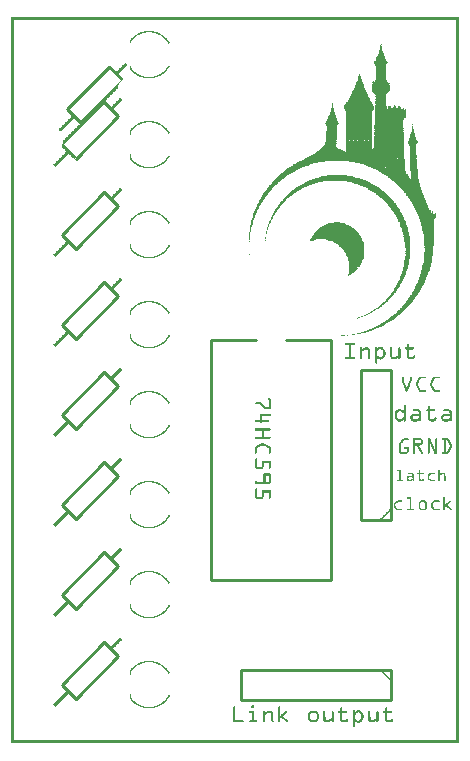
<source format=gto>
G04 MADE WITH FRITZING*
G04 WWW.FRITZING.ORG*
G04 DOUBLE SIDED*
G04 HOLES PLATED*
G04 CONTOUR ON CENTER OF CONTOUR VECTOR*
%ASAXBY*%
%FSLAX23Y23*%
%MOIN*%
%OFA0B0*%
%SFA1.0B1.0*%
%ADD10C,0.010000*%
%ADD11R,0.001000X0.001000*%
%LNSILK1*%
G90*
G70*
G54D10*
X667Y1344D02*
X667Y544D01*
D02*
X667Y544D02*
X1067Y544D01*
D02*
X1067Y544D02*
X1067Y1344D01*
D02*
X667Y1344D02*
X817Y1344D01*
D02*
X917Y1344D02*
X1067Y1344D01*
D02*
X1264Y244D02*
X764Y244D01*
D02*
X764Y244D02*
X764Y144D01*
D02*
X764Y144D02*
X1264Y144D01*
D02*
X1264Y144D02*
X1264Y244D01*
D02*
X1267Y744D02*
X1267Y1244D01*
D02*
X1267Y1244D02*
X1167Y1244D01*
D02*
X1167Y1244D02*
X1167Y744D01*
D02*
X1167Y744D02*
X1267Y744D01*
D02*
X185Y2112D02*
X327Y2254D01*
D02*
X232Y2066D02*
X185Y2112D01*
D02*
X310Y2136D02*
X356Y2090D01*
D02*
X356Y2090D02*
X215Y1948D01*
D02*
X168Y1695D02*
X310Y1836D01*
D02*
X310Y1836D02*
X356Y1790D01*
D02*
X356Y1790D02*
X215Y1648D01*
D02*
X215Y1648D02*
X168Y1695D01*
D02*
X168Y1395D02*
X310Y1536D01*
D02*
X310Y1536D02*
X356Y1490D01*
D02*
X356Y1490D02*
X215Y1348D01*
D02*
X215Y1348D02*
X168Y1395D01*
D02*
X168Y1095D02*
X310Y1236D01*
D02*
X310Y1236D02*
X356Y1190D01*
D02*
X356Y1190D02*
X215Y1048D01*
D02*
X215Y1048D02*
X168Y1095D01*
D02*
X168Y795D02*
X310Y936D01*
D02*
X310Y936D02*
X356Y890D01*
D02*
X356Y890D02*
X215Y748D01*
D02*
X215Y748D02*
X168Y795D01*
D02*
X168Y495D02*
X310Y636D01*
D02*
X310Y636D02*
X356Y590D01*
D02*
X356Y590D02*
X215Y448D01*
D02*
X215Y448D02*
X168Y495D01*
D02*
X168Y195D02*
X310Y336D01*
D02*
X310Y336D02*
X356Y290D01*
D02*
X356Y290D02*
X215Y148D01*
D02*
X215Y148D02*
X168Y195D01*
G36*
X1232Y2329D02*
X1232Y2326D01*
X1234Y2326D01*
X1234Y2329D01*
X1232Y2329D01*
G37*
D02*
G36*
X1161Y2231D02*
X1161Y2229D01*
X1163Y2229D01*
X1163Y2231D01*
X1161Y2231D01*
G37*
D02*
G36*
X1230Y2326D02*
X1230Y2317D01*
X1228Y2317D01*
X1228Y2315D01*
X1230Y2315D01*
X1230Y2313D01*
X1228Y2313D01*
X1228Y2309D01*
X1226Y2309D01*
X1226Y2304D01*
X1225Y2304D01*
X1225Y2298D01*
X1223Y2298D01*
X1223Y2293D01*
X1221Y2293D01*
X1221Y2289D01*
X1219Y2289D01*
X1219Y2286D01*
X1217Y2286D01*
X1217Y2282D01*
X1215Y2282D01*
X1215Y2278D01*
X1214Y2278D01*
X1214Y2275D01*
X1212Y2275D01*
X1212Y2273D01*
X1210Y2273D01*
X1210Y2269D01*
X1208Y2269D01*
X1208Y2267D01*
X1210Y2267D01*
X1210Y2264D01*
X1212Y2264D01*
X1212Y2258D01*
X1214Y2258D01*
X1214Y2253D01*
X1215Y2253D01*
X1215Y2251D01*
X1214Y2251D01*
X1214Y2247D01*
X1215Y2247D01*
X1215Y2246D01*
X1214Y2246D01*
X1214Y2242D01*
X1215Y2242D01*
X1215Y2240D01*
X1214Y2240D01*
X1214Y2236D01*
X1215Y2236D01*
X1215Y2235D01*
X1214Y2235D01*
X1214Y2233D01*
X1215Y2233D01*
X1215Y2231D01*
X1214Y2231D01*
X1214Y2227D01*
X1215Y2227D01*
X1215Y2226D01*
X1214Y2226D01*
X1214Y2222D01*
X1215Y2222D01*
X1215Y2220D01*
X1214Y2220D01*
X1214Y2218D01*
X1215Y2218D01*
X1215Y2216D01*
X1214Y2216D01*
X1214Y2211D01*
X1212Y2211D01*
X1212Y2204D01*
X1252Y2204D01*
X1252Y2206D01*
X1250Y2206D01*
X1250Y2207D01*
X1252Y2207D01*
X1252Y2211D01*
X1250Y2211D01*
X1250Y2213D01*
X1248Y2213D01*
X1248Y2215D01*
X1250Y2215D01*
X1250Y2216D01*
X1248Y2216D01*
X1248Y2218D01*
X1250Y2218D01*
X1250Y2220D01*
X1248Y2220D01*
X1248Y2222D01*
X1250Y2222D01*
X1250Y2224D01*
X1248Y2224D01*
X1248Y2227D01*
X1250Y2227D01*
X1250Y2229D01*
X1248Y2229D01*
X1248Y2231D01*
X1250Y2231D01*
X1250Y2233D01*
X1248Y2233D01*
X1248Y2235D01*
X1250Y2235D01*
X1250Y2236D01*
X1248Y2236D01*
X1248Y2238D01*
X1250Y2238D01*
X1250Y2240D01*
X1248Y2240D01*
X1248Y2242D01*
X1250Y2242D01*
X1250Y2244D01*
X1248Y2244D01*
X1248Y2246D01*
X1250Y2246D01*
X1250Y2247D01*
X1248Y2247D01*
X1248Y2249D01*
X1250Y2249D01*
X1250Y2251D01*
X1248Y2251D01*
X1248Y2253D01*
X1250Y2253D01*
X1250Y2255D01*
X1248Y2255D01*
X1248Y2257D01*
X1250Y2257D01*
X1250Y2264D01*
X1252Y2264D01*
X1252Y2267D01*
X1254Y2267D01*
X1254Y2271D01*
X1252Y2271D01*
X1252Y2273D01*
X1250Y2273D01*
X1250Y2277D01*
X1248Y2277D01*
X1248Y2280D01*
X1246Y2280D01*
X1246Y2284D01*
X1245Y2284D01*
X1245Y2289D01*
X1243Y2289D01*
X1243Y2293D01*
X1241Y2293D01*
X1241Y2300D01*
X1239Y2300D01*
X1239Y2306D01*
X1237Y2306D01*
X1237Y2311D01*
X1236Y2311D01*
X1236Y2320D01*
X1234Y2320D01*
X1234Y2324D01*
X1232Y2324D01*
X1232Y2326D01*
X1230Y2326D01*
G37*
D02*
G36*
X1159Y2229D02*
X1159Y2224D01*
X1157Y2224D01*
X1157Y2216D01*
X1155Y2216D01*
X1155Y2211D01*
X1154Y2211D01*
X1154Y2206D01*
X1152Y2206D01*
X1152Y2202D01*
X1150Y2202D01*
X1150Y2196D01*
X1148Y2196D01*
X1148Y2193D01*
X1146Y2193D01*
X1146Y2187D01*
X1144Y2187D01*
X1144Y2184D01*
X1143Y2184D01*
X1143Y2180D01*
X1141Y2180D01*
X1141Y2176D01*
X1139Y2176D01*
X1139Y2173D01*
X1137Y2173D01*
X1137Y2169D01*
X1135Y2169D01*
X1135Y2165D01*
X1134Y2165D01*
X1134Y2162D01*
X1132Y2162D01*
X1132Y2158D01*
X1130Y2158D01*
X1130Y2155D01*
X1128Y2155D01*
X1128Y2151D01*
X1126Y2151D01*
X1126Y2147D01*
X1124Y2147D01*
X1124Y2145D01*
X1123Y2145D01*
X1123Y2142D01*
X1121Y2142D01*
X1121Y2138D01*
X1119Y2138D01*
X1119Y2136D01*
X1117Y2136D01*
X1117Y2133D01*
X1115Y2133D01*
X1115Y2131D01*
X1113Y2131D01*
X1113Y2129D01*
X1112Y2129D01*
X1112Y2127D01*
X1110Y2127D01*
X1110Y2122D01*
X1108Y2122D01*
X1108Y2114D01*
X1110Y2114D01*
X1110Y2113D01*
X1112Y2113D01*
X1112Y2111D01*
X1113Y2111D01*
X1113Y2107D01*
X1115Y2107D01*
X1115Y2096D01*
X1117Y2096D01*
X1117Y2094D01*
X1115Y2094D01*
X1115Y2085D01*
X1117Y2085D01*
X1117Y2083D01*
X1115Y2083D01*
X1115Y2076D01*
X1117Y2076D01*
X1117Y2074D01*
X1115Y2074D01*
X1115Y2067D01*
X1117Y2067D01*
X1117Y2065D01*
X1115Y2065D01*
X1115Y2054D01*
X1117Y2054D01*
X1117Y2053D01*
X1115Y2053D01*
X1115Y2038D01*
X1117Y2038D01*
X1117Y2036D01*
X1115Y2036D01*
X1115Y2009D01*
X1192Y2009D01*
X1192Y2007D01*
X1201Y2007D01*
X1201Y2105D01*
X1203Y2105D01*
X1203Y2107D01*
X1205Y2107D01*
X1205Y2109D01*
X1206Y2109D01*
X1206Y2111D01*
X1210Y2111D01*
X1210Y2116D01*
X1208Y2116D01*
X1208Y2118D01*
X1210Y2118D01*
X1210Y2120D01*
X1208Y2120D01*
X1208Y2125D01*
X1206Y2125D01*
X1206Y2131D01*
X1203Y2131D01*
X1203Y2133D01*
X1201Y2133D01*
X1201Y2136D01*
X1199Y2136D01*
X1199Y2140D01*
X1197Y2140D01*
X1197Y2142D01*
X1195Y2142D01*
X1195Y2147D01*
X1194Y2147D01*
X1194Y2149D01*
X1192Y2149D01*
X1192Y2155D01*
X1190Y2155D01*
X1190Y2156D01*
X1188Y2156D01*
X1188Y2162D01*
X1186Y2162D01*
X1186Y2165D01*
X1185Y2165D01*
X1185Y2169D01*
X1183Y2169D01*
X1183Y2175D01*
X1181Y2175D01*
X1181Y2178D01*
X1179Y2178D01*
X1179Y2182D01*
X1177Y2182D01*
X1177Y2187D01*
X1175Y2187D01*
X1175Y2193D01*
X1174Y2193D01*
X1174Y2198D01*
X1172Y2198D01*
X1172Y2202D01*
X1170Y2202D01*
X1170Y2207D01*
X1168Y2207D01*
X1168Y2213D01*
X1166Y2213D01*
X1166Y2218D01*
X1164Y2218D01*
X1164Y2224D01*
X1163Y2224D01*
X1163Y2227D01*
X1161Y2227D01*
X1161Y2229D01*
X1159Y2229D01*
G37*
D02*
G36*
X1206Y2207D02*
X1206Y2206D01*
X1205Y2206D01*
X1205Y2202D01*
X1208Y2202D01*
X1208Y2207D01*
X1206Y2207D01*
G37*
D02*
G36*
X1254Y2207D02*
X1254Y2204D01*
X1257Y2204D01*
X1257Y2206D01*
X1256Y2206D01*
X1256Y2207D01*
X1254Y2207D01*
G37*
D02*
G36*
X1210Y2204D02*
X1210Y2202D01*
X1257Y2202D01*
X1257Y2204D01*
X1210Y2204D01*
G37*
D02*
G36*
X1210Y2204D02*
X1210Y2202D01*
X1257Y2202D01*
X1257Y2204D01*
X1210Y2204D01*
G37*
D02*
G36*
X1203Y2202D02*
X1203Y2200D01*
X1257Y2200D01*
X1257Y2202D01*
X1203Y2202D01*
G37*
D02*
G36*
X1203Y2202D02*
X1203Y2200D01*
X1257Y2200D01*
X1257Y2202D01*
X1203Y2202D01*
G37*
D02*
G36*
X1201Y2200D02*
X1201Y2196D01*
X1203Y2196D01*
X1203Y2200D01*
X1201Y2200D01*
G37*
D02*
G36*
X1205Y2200D02*
X1205Y2198D01*
X1259Y2198D01*
X1259Y2196D01*
X1261Y2196D01*
X1261Y2195D01*
X1263Y2195D01*
X1263Y2198D01*
X1261Y2198D01*
X1261Y2200D01*
X1205Y2200D01*
G37*
D02*
G36*
X1205Y2198D02*
X1205Y2196D01*
X1257Y2196D01*
X1257Y2198D01*
X1205Y2198D01*
G37*
D02*
G36*
X1201Y2196D02*
X1201Y2195D01*
X1259Y2195D01*
X1259Y2196D01*
X1201Y2196D01*
G37*
D02*
G36*
X1201Y2196D02*
X1201Y2195D01*
X1259Y2195D01*
X1259Y2196D01*
X1201Y2196D01*
G37*
D02*
G36*
X1201Y2195D02*
X1201Y2193D01*
X1263Y2193D01*
X1263Y2195D01*
X1201Y2195D01*
G37*
D02*
G36*
X1201Y2195D02*
X1201Y2193D01*
X1263Y2193D01*
X1263Y2195D01*
X1201Y2195D01*
G37*
D02*
G36*
X1201Y2193D02*
X1201Y2176D01*
X1203Y2176D01*
X1203Y2171D01*
X1205Y2171D01*
X1205Y2169D01*
X1206Y2169D01*
X1206Y2167D01*
X1210Y2167D01*
X1210Y2165D01*
X1214Y2165D01*
X1214Y2162D01*
X1212Y2162D01*
X1212Y2160D01*
X1214Y2160D01*
X1214Y2156D01*
X1212Y2156D01*
X1212Y2155D01*
X1214Y2155D01*
X1214Y2151D01*
X1212Y2151D01*
X1212Y2149D01*
X1214Y2149D01*
X1214Y2147D01*
X1212Y2147D01*
X1212Y2145D01*
X1214Y2145D01*
X1214Y2144D01*
X1212Y2144D01*
X1212Y2142D01*
X1214Y2142D01*
X1214Y2140D01*
X1212Y2140D01*
X1212Y2138D01*
X1214Y2138D01*
X1214Y2136D01*
X1212Y2136D01*
X1212Y2134D01*
X1214Y2134D01*
X1214Y2133D01*
X1212Y2133D01*
X1212Y2129D01*
X1214Y2129D01*
X1214Y2127D01*
X1212Y2127D01*
X1212Y2114D01*
X1252Y2114D01*
X1252Y2116D01*
X1250Y2116D01*
X1250Y2118D01*
X1252Y2118D01*
X1252Y2122D01*
X1250Y2122D01*
X1250Y2124D01*
X1248Y2124D01*
X1248Y2125D01*
X1250Y2125D01*
X1250Y2131D01*
X1248Y2131D01*
X1248Y2133D01*
X1250Y2133D01*
X1250Y2138D01*
X1248Y2138D01*
X1248Y2140D01*
X1250Y2140D01*
X1250Y2145D01*
X1248Y2145D01*
X1248Y2147D01*
X1250Y2147D01*
X1250Y2153D01*
X1248Y2153D01*
X1248Y2155D01*
X1250Y2155D01*
X1250Y2162D01*
X1248Y2162D01*
X1248Y2164D01*
X1250Y2164D01*
X1250Y2165D01*
X1252Y2165D01*
X1252Y2167D01*
X1256Y2167D01*
X1256Y2169D01*
X1257Y2169D01*
X1257Y2171D01*
X1259Y2171D01*
X1259Y2175D01*
X1261Y2175D01*
X1261Y2180D01*
X1263Y2180D01*
X1263Y2182D01*
X1261Y2182D01*
X1261Y2184D01*
X1263Y2184D01*
X1263Y2193D01*
X1201Y2193D01*
G37*
D02*
G36*
X1070Y2133D02*
X1070Y2125D01*
X1068Y2125D01*
X1068Y2116D01*
X1066Y2116D01*
X1066Y2111D01*
X1064Y2111D01*
X1064Y2104D01*
X1062Y2104D01*
X1062Y2098D01*
X1061Y2098D01*
X1061Y2093D01*
X1059Y2093D01*
X1059Y2089D01*
X1057Y2089D01*
X1057Y2083D01*
X1055Y2083D01*
X1055Y2080D01*
X1053Y2080D01*
X1053Y2076D01*
X1052Y2076D01*
X1052Y2073D01*
X1050Y2073D01*
X1050Y2071D01*
X1048Y2071D01*
X1048Y2067D01*
X1046Y2067D01*
X1046Y2063D01*
X1048Y2063D01*
X1048Y2062D01*
X1050Y2062D01*
X1050Y2058D01*
X1052Y2058D01*
X1052Y2045D01*
X1050Y2045D01*
X1050Y2043D01*
X1052Y2043D01*
X1052Y2040D01*
X1050Y2040D01*
X1050Y2038D01*
X1052Y2038D01*
X1052Y2036D01*
X1050Y2036D01*
X1050Y2034D01*
X1052Y2034D01*
X1052Y2032D01*
X1050Y2032D01*
X1050Y2031D01*
X1052Y2031D01*
X1052Y2029D01*
X1050Y2029D01*
X1050Y2023D01*
X1052Y2023D01*
X1052Y2022D01*
X1050Y2022D01*
X1050Y2009D01*
X1048Y2009D01*
X1048Y2002D01*
X1046Y2002D01*
X1046Y1998D01*
X1044Y1998D01*
X1044Y1994D01*
X1042Y1994D01*
X1042Y1992D01*
X1041Y1992D01*
X1041Y1989D01*
X1039Y1989D01*
X1039Y1987D01*
X1037Y1987D01*
X1037Y1985D01*
X1035Y1985D01*
X1035Y1983D01*
X1033Y1983D01*
X1033Y1981D01*
X1032Y1981D01*
X1032Y1980D01*
X1030Y1980D01*
X1030Y1978D01*
X1026Y1978D01*
X1026Y1976D01*
X1024Y1976D01*
X1024Y1974D01*
X1022Y1974D01*
X1022Y1972D01*
X1019Y1972D01*
X1019Y1971D01*
X1113Y1971D01*
X1113Y1972D01*
X1110Y1972D01*
X1110Y1974D01*
X1106Y1974D01*
X1106Y1976D01*
X1103Y1976D01*
X1103Y1978D01*
X1099Y1978D01*
X1099Y1980D01*
X1095Y1980D01*
X1095Y1981D01*
X1090Y1981D01*
X1090Y1983D01*
X1086Y1983D01*
X1086Y1985D01*
X1084Y1985D01*
X1084Y1987D01*
X1083Y1987D01*
X1083Y1992D01*
X1084Y1992D01*
X1084Y1994D01*
X1083Y1994D01*
X1083Y1998D01*
X1084Y1998D01*
X1084Y2000D01*
X1083Y2000D01*
X1083Y2002D01*
X1084Y2002D01*
X1084Y2003D01*
X1083Y2003D01*
X1083Y2005D01*
X1084Y2005D01*
X1084Y2007D01*
X1083Y2007D01*
X1083Y2009D01*
X1084Y2009D01*
X1084Y2012D01*
X1083Y2012D01*
X1083Y2014D01*
X1084Y2014D01*
X1084Y2045D01*
X1086Y2045D01*
X1086Y2047D01*
X1084Y2047D01*
X1084Y2051D01*
X1086Y2051D01*
X1086Y2053D01*
X1084Y2053D01*
X1084Y2054D01*
X1086Y2054D01*
X1086Y2056D01*
X1084Y2056D01*
X1084Y2058D01*
X1086Y2058D01*
X1086Y2060D01*
X1088Y2060D01*
X1088Y2063D01*
X1090Y2063D01*
X1090Y2065D01*
X1092Y2065D01*
X1092Y2067D01*
X1090Y2067D01*
X1090Y2071D01*
X1088Y2071D01*
X1088Y2074D01*
X1086Y2074D01*
X1086Y2078D01*
X1084Y2078D01*
X1084Y2083D01*
X1083Y2083D01*
X1083Y2091D01*
X1081Y2091D01*
X1081Y2094D01*
X1079Y2094D01*
X1079Y2104D01*
X1077Y2104D01*
X1077Y2109D01*
X1075Y2109D01*
X1075Y2118D01*
X1073Y2118D01*
X1073Y2127D01*
X1072Y2127D01*
X1072Y2133D01*
X1070Y2133D01*
G37*
D02*
G36*
X1274Y2127D02*
X1274Y2125D01*
X1276Y2125D01*
X1276Y2127D01*
X1274Y2127D01*
G37*
D02*
G36*
X1277Y2127D02*
X1277Y2125D01*
X1279Y2125D01*
X1279Y2127D01*
X1277Y2127D01*
G37*
D02*
G36*
X1261Y2125D02*
X1261Y2124D01*
X1257Y2124D01*
X1257Y2122D01*
X1256Y2122D01*
X1256Y2118D01*
X1265Y2118D01*
X1265Y2125D01*
X1261Y2125D01*
G37*
D02*
G36*
X1274Y2125D02*
X1274Y2124D01*
X1283Y2124D01*
X1283Y2125D01*
X1274Y2125D01*
G37*
D02*
G36*
X1274Y2125D02*
X1274Y2124D01*
X1283Y2124D01*
X1283Y2125D01*
X1274Y2125D01*
G37*
D02*
G36*
X1290Y2125D02*
X1290Y2118D01*
X1299Y2118D01*
X1299Y2120D01*
X1297Y2120D01*
X1297Y2122D01*
X1299Y2122D01*
X1299Y2124D01*
X1292Y2124D01*
X1292Y2125D01*
X1290Y2125D01*
G37*
D02*
G36*
X1272Y2124D02*
X1272Y2122D01*
X1274Y2122D01*
X1274Y2120D01*
X1272Y2120D01*
X1272Y2118D01*
X1283Y2118D01*
X1283Y2122D01*
X1281Y2122D01*
X1281Y2124D01*
X1272Y2124D01*
G37*
D02*
G36*
X1268Y2120D02*
X1268Y2118D01*
X1270Y2118D01*
X1270Y2120D01*
X1268Y2120D01*
G37*
D02*
G36*
X1305Y2120D02*
X1305Y2114D01*
X1308Y2114D01*
X1308Y2118D01*
X1307Y2118D01*
X1307Y2120D01*
X1305Y2120D01*
G37*
D02*
G36*
X1256Y2118D02*
X1256Y2116D01*
X1299Y2116D01*
X1299Y2118D01*
X1256Y2118D01*
G37*
D02*
G36*
X1256Y2118D02*
X1256Y2116D01*
X1299Y2116D01*
X1299Y2118D01*
X1256Y2118D01*
G37*
D02*
G36*
X1256Y2118D02*
X1256Y2116D01*
X1299Y2116D01*
X1299Y2118D01*
X1256Y2118D01*
G37*
D02*
G36*
X1256Y2118D02*
X1256Y2116D01*
X1299Y2116D01*
X1299Y2118D01*
X1256Y2118D01*
G37*
D02*
G36*
X1254Y2116D02*
X1254Y2114D01*
X1299Y2114D01*
X1299Y2116D01*
X1254Y2116D01*
G37*
D02*
G36*
X1212Y2114D02*
X1212Y2113D01*
X1308Y2113D01*
X1308Y2114D01*
X1212Y2114D01*
G37*
D02*
G36*
X1212Y2114D02*
X1212Y2113D01*
X1308Y2113D01*
X1308Y2114D01*
X1212Y2114D01*
G37*
D02*
G36*
X1212Y2114D02*
X1212Y2113D01*
X1308Y2113D01*
X1308Y2114D01*
X1212Y2114D01*
G37*
D02*
G36*
X1212Y2113D02*
X1212Y2109D01*
X1310Y2109D01*
X1310Y2111D01*
X1308Y2111D01*
X1308Y2113D01*
X1212Y2113D01*
G37*
D02*
G36*
X1312Y2113D02*
X1312Y2109D01*
X1316Y2109D01*
X1316Y2111D01*
X1314Y2111D01*
X1314Y2113D01*
X1312Y2113D01*
G37*
D02*
G36*
X1212Y2109D02*
X1212Y2107D01*
X1316Y2107D01*
X1316Y2109D01*
X1212Y2109D01*
G37*
D02*
G36*
X1212Y2109D02*
X1212Y2107D01*
X1316Y2107D01*
X1316Y2109D01*
X1212Y2109D01*
G37*
D02*
G36*
X1212Y2107D02*
X1212Y2078D01*
X1210Y2078D01*
X1210Y2076D01*
X1212Y2076D01*
X1212Y2071D01*
X1210Y2071D01*
X1210Y2069D01*
X1212Y2069D01*
X1212Y2065D01*
X1210Y2065D01*
X1210Y2063D01*
X1212Y2063D01*
X1212Y2060D01*
X1210Y2060D01*
X1210Y2058D01*
X1212Y2058D01*
X1212Y2056D01*
X1210Y2056D01*
X1210Y2054D01*
X1212Y2054D01*
X1212Y2053D01*
X1210Y2053D01*
X1210Y2051D01*
X1212Y2051D01*
X1212Y2049D01*
X1210Y2049D01*
X1210Y2047D01*
X1212Y2047D01*
X1212Y2045D01*
X1210Y2045D01*
X1210Y2043D01*
X1212Y2043D01*
X1212Y2042D01*
X1210Y2042D01*
X1210Y2040D01*
X1212Y2040D01*
X1212Y2038D01*
X1210Y2038D01*
X1210Y2034D01*
X1212Y2034D01*
X1212Y2032D01*
X1210Y2032D01*
X1210Y2027D01*
X1212Y2027D01*
X1212Y2025D01*
X1210Y2025D01*
X1210Y1983D01*
X1205Y1983D01*
X1205Y1981D01*
X1310Y1981D01*
X1310Y1989D01*
X1308Y1989D01*
X1308Y1991D01*
X1310Y1991D01*
X1310Y1992D01*
X1308Y1992D01*
X1308Y1994D01*
X1310Y1994D01*
X1310Y1996D01*
X1308Y1996D01*
X1308Y1998D01*
X1310Y1998D01*
X1310Y2000D01*
X1308Y2000D01*
X1308Y2003D01*
X1310Y2003D01*
X1310Y2005D01*
X1308Y2005D01*
X1308Y2032D01*
X1307Y2032D01*
X1307Y2034D01*
X1308Y2034D01*
X1308Y2038D01*
X1307Y2038D01*
X1307Y2040D01*
X1308Y2040D01*
X1308Y2042D01*
X1307Y2042D01*
X1307Y2043D01*
X1308Y2043D01*
X1308Y2045D01*
X1307Y2045D01*
X1307Y2047D01*
X1308Y2047D01*
X1308Y2049D01*
X1307Y2049D01*
X1307Y2053D01*
X1308Y2053D01*
X1308Y2054D01*
X1307Y2054D01*
X1307Y2078D01*
X1308Y2078D01*
X1308Y2082D01*
X1310Y2082D01*
X1310Y2083D01*
X1314Y2083D01*
X1314Y2087D01*
X1316Y2087D01*
X1316Y2107D01*
X1212Y2107D01*
G37*
D02*
G36*
X1336Y2058D02*
X1336Y2045D01*
X1334Y2045D01*
X1334Y2036D01*
X1332Y2036D01*
X1332Y2029D01*
X1330Y2029D01*
X1330Y2022D01*
X1328Y2022D01*
X1328Y2016D01*
X1327Y2016D01*
X1327Y2011D01*
X1325Y2011D01*
X1325Y2007D01*
X1323Y2007D01*
X1323Y2003D01*
X1321Y2003D01*
X1321Y2002D01*
X1323Y2002D01*
X1323Y1998D01*
X1325Y1998D01*
X1325Y1994D01*
X1327Y1994D01*
X1327Y1991D01*
X1328Y1991D01*
X1328Y1963D01*
X1330Y1963D01*
X1330Y1961D01*
X1328Y1961D01*
X1328Y1958D01*
X1330Y1958D01*
X1330Y1956D01*
X1328Y1956D01*
X1328Y1954D01*
X1330Y1954D01*
X1330Y1952D01*
X1328Y1952D01*
X1328Y1951D01*
X1330Y1951D01*
X1330Y1947D01*
X1328Y1947D01*
X1328Y1945D01*
X1330Y1945D01*
X1330Y1918D01*
X1332Y1918D01*
X1332Y1916D01*
X1330Y1916D01*
X1330Y1914D01*
X1332Y1914D01*
X1332Y1912D01*
X1330Y1912D01*
X1330Y1910D01*
X1332Y1910D01*
X1332Y1909D01*
X1330Y1909D01*
X1330Y1907D01*
X1332Y1907D01*
X1332Y1905D01*
X1330Y1905D01*
X1330Y1903D01*
X1332Y1903D01*
X1332Y1898D01*
X1330Y1898D01*
X1330Y1896D01*
X1332Y1896D01*
X1332Y1879D01*
X1358Y1879D01*
X1358Y1881D01*
X1356Y1881D01*
X1356Y1883D01*
X1358Y1883D01*
X1358Y1885D01*
X1356Y1885D01*
X1356Y1896D01*
X1354Y1896D01*
X1354Y1909D01*
X1352Y1909D01*
X1352Y1910D01*
X1354Y1910D01*
X1354Y1912D01*
X1352Y1912D01*
X1352Y1916D01*
X1354Y1916D01*
X1354Y1918D01*
X1352Y1918D01*
X1352Y1947D01*
X1350Y1947D01*
X1350Y1949D01*
X1352Y1949D01*
X1352Y1952D01*
X1350Y1952D01*
X1350Y1954D01*
X1352Y1954D01*
X1352Y1956D01*
X1350Y1956D01*
X1350Y1958D01*
X1352Y1958D01*
X1352Y1960D01*
X1350Y1960D01*
X1350Y1963D01*
X1352Y1963D01*
X1352Y1965D01*
X1350Y1965D01*
X1350Y1996D01*
X1352Y1996D01*
X1352Y2000D01*
X1354Y2000D01*
X1354Y2002D01*
X1356Y2002D01*
X1356Y2003D01*
X1354Y2003D01*
X1354Y2007D01*
X1352Y2007D01*
X1352Y2011D01*
X1350Y2011D01*
X1350Y2014D01*
X1348Y2014D01*
X1348Y2020D01*
X1347Y2020D01*
X1347Y2025D01*
X1345Y2025D01*
X1345Y2032D01*
X1343Y2032D01*
X1343Y2040D01*
X1341Y2040D01*
X1341Y2047D01*
X1339Y2047D01*
X1339Y2056D01*
X1338Y2056D01*
X1338Y2058D01*
X1336Y2058D01*
G37*
D02*
G36*
X1115Y2009D02*
X1115Y2007D01*
X1126Y2007D01*
X1126Y2009D01*
X1115Y2009D01*
G37*
D02*
G36*
X1128Y2009D02*
X1128Y2007D01*
X1139Y2007D01*
X1139Y2009D01*
X1128Y2009D01*
G37*
D02*
G36*
X1141Y2009D02*
X1141Y2007D01*
X1152Y2007D01*
X1152Y2009D01*
X1141Y2009D01*
G37*
D02*
G36*
X1154Y2009D02*
X1154Y2007D01*
X1164Y2007D01*
X1164Y2009D01*
X1154Y2009D01*
G37*
D02*
G36*
X1166Y2009D02*
X1166Y2007D01*
X1177Y2007D01*
X1177Y2009D01*
X1166Y2009D01*
G37*
D02*
G36*
X1179Y2009D02*
X1179Y2007D01*
X1190Y2007D01*
X1190Y2009D01*
X1179Y2009D01*
G37*
D02*
G36*
X1115Y2007D02*
X1115Y2005D01*
X1201Y2005D01*
X1201Y2007D01*
X1115Y2007D01*
G37*
D02*
G36*
X1115Y2007D02*
X1115Y2005D01*
X1201Y2005D01*
X1201Y2007D01*
X1115Y2007D01*
G37*
D02*
G36*
X1115Y2007D02*
X1115Y2005D01*
X1201Y2005D01*
X1201Y2007D01*
X1115Y2007D01*
G37*
D02*
G36*
X1115Y2007D02*
X1115Y2005D01*
X1201Y2005D01*
X1201Y2007D01*
X1115Y2007D01*
G37*
D02*
G36*
X1115Y2007D02*
X1115Y2005D01*
X1201Y2005D01*
X1201Y2007D01*
X1115Y2007D01*
G37*
D02*
G36*
X1115Y2007D02*
X1115Y2005D01*
X1201Y2005D01*
X1201Y2007D01*
X1115Y2007D01*
G37*
D02*
G36*
X1115Y2007D02*
X1115Y2005D01*
X1201Y2005D01*
X1201Y2007D01*
X1115Y2007D01*
G37*
D02*
G36*
X1115Y2005D02*
X1115Y1981D01*
X1201Y1981D01*
X1201Y2005D01*
X1115Y2005D01*
G37*
D02*
G36*
X1115Y1981D02*
X1115Y1980D01*
X1308Y1980D01*
X1308Y1981D01*
X1115Y1981D01*
G37*
D02*
G36*
X1115Y1981D02*
X1115Y1980D01*
X1308Y1980D01*
X1308Y1981D01*
X1115Y1981D01*
G37*
D02*
G36*
X1115Y1980D02*
X1115Y1971D01*
X1310Y1971D01*
X1310Y1980D01*
X1115Y1980D01*
G37*
D02*
G36*
X1017Y1971D02*
X1017Y1969D01*
X1310Y1969D01*
X1310Y1971D01*
X1017Y1971D01*
G37*
D02*
G36*
X1017Y1971D02*
X1017Y1969D01*
X1310Y1969D01*
X1310Y1971D01*
X1017Y1971D01*
G37*
D02*
G36*
X1015Y1969D02*
X1015Y1967D01*
X1011Y1967D01*
X1011Y1965D01*
X1008Y1965D01*
X1008Y1963D01*
X1303Y1963D01*
X1303Y1961D01*
X1310Y1961D01*
X1310Y1969D01*
X1015Y1969D01*
G37*
D02*
G36*
X1006Y1963D02*
X1006Y1961D01*
X1301Y1961D01*
X1301Y1963D01*
X1006Y1963D01*
G37*
D02*
G36*
X1002Y1961D02*
X1002Y1960D01*
X1310Y1960D01*
X1310Y1961D01*
X1002Y1961D01*
G37*
D02*
G36*
X1002Y1961D02*
X1002Y1960D01*
X1310Y1960D01*
X1310Y1961D01*
X1002Y1961D01*
G37*
D02*
G36*
X999Y1960D02*
X999Y1958D01*
X997Y1958D01*
X997Y1956D01*
X1296Y1956D01*
X1296Y1954D01*
X1310Y1954D01*
X1310Y1956D01*
X1312Y1956D01*
X1312Y1958D01*
X1310Y1958D01*
X1310Y1960D01*
X999Y1960D01*
G37*
D02*
G36*
X993Y1956D02*
X993Y1954D01*
X1294Y1954D01*
X1294Y1956D01*
X993Y1956D01*
G37*
D02*
G36*
X990Y1954D02*
X990Y1952D01*
X1312Y1952D01*
X1312Y1954D01*
X990Y1954D01*
G37*
D02*
G36*
X990Y1954D02*
X990Y1952D01*
X1312Y1952D01*
X1312Y1954D01*
X990Y1954D01*
G37*
D02*
G36*
X986Y1952D02*
X986Y1951D01*
X982Y1951D01*
X982Y1949D01*
X1288Y1949D01*
X1288Y1947D01*
X1310Y1947D01*
X1310Y1949D01*
X1312Y1949D01*
X1312Y1951D01*
X1310Y1951D01*
X1310Y1952D01*
X986Y1952D01*
G37*
D02*
G36*
X979Y1949D02*
X979Y1947D01*
X1287Y1947D01*
X1287Y1949D01*
X979Y1949D01*
G37*
D02*
G36*
X975Y1947D02*
X975Y1945D01*
X1312Y1945D01*
X1312Y1947D01*
X975Y1947D01*
G37*
D02*
G36*
X975Y1947D02*
X975Y1945D01*
X1312Y1945D01*
X1312Y1947D01*
X975Y1947D01*
G37*
D02*
G36*
X971Y1945D02*
X971Y1943D01*
X968Y1943D01*
X968Y1941D01*
X1281Y1941D01*
X1281Y1940D01*
X1312Y1940D01*
X1312Y1943D01*
X1310Y1943D01*
X1310Y1945D01*
X971Y1945D01*
G37*
D02*
G36*
X964Y1941D02*
X964Y1940D01*
X1042Y1940D01*
X1042Y1938D01*
X1044Y1938D01*
X1044Y1940D01*
X1055Y1940D01*
X1055Y1941D01*
X964Y1941D01*
G37*
D02*
G36*
X1057Y1941D02*
X1057Y1940D01*
X1059Y1940D01*
X1059Y1941D01*
X1057Y1941D01*
G37*
D02*
G36*
X1108Y1941D02*
X1108Y1940D01*
X1110Y1940D01*
X1110Y1941D01*
X1108Y1941D01*
G37*
D02*
G36*
X1112Y1941D02*
X1112Y1940D01*
X1126Y1940D01*
X1126Y1938D01*
X1128Y1938D01*
X1128Y1940D01*
X1279Y1940D01*
X1279Y1941D01*
X1112Y1941D01*
G37*
D02*
G36*
X960Y1940D02*
X960Y1938D01*
X957Y1938D01*
X957Y1936D01*
X953Y1936D01*
X953Y1934D01*
X951Y1934D01*
X951Y1932D01*
X1008Y1932D01*
X1008Y1930D01*
X1010Y1930D01*
X1010Y1932D01*
X1013Y1932D01*
X1013Y1934D01*
X1022Y1934D01*
X1022Y1936D01*
X1032Y1936D01*
X1032Y1938D01*
X1041Y1938D01*
X1041Y1940D01*
X960Y1940D01*
G37*
D02*
G36*
X1130Y1940D02*
X1130Y1938D01*
X1312Y1938D01*
X1312Y1940D01*
X1130Y1940D01*
G37*
D02*
G36*
X1130Y1940D02*
X1130Y1938D01*
X1312Y1938D01*
X1312Y1940D01*
X1130Y1940D01*
G37*
D02*
G36*
X1137Y1938D02*
X1137Y1936D01*
X1139Y1936D01*
X1139Y1938D01*
X1137Y1938D01*
G37*
D02*
G36*
X1141Y1938D02*
X1141Y1936D01*
X1150Y1936D01*
X1150Y1934D01*
X1274Y1934D01*
X1274Y1932D01*
X1312Y1932D01*
X1312Y1936D01*
X1310Y1936D01*
X1310Y1938D01*
X1141Y1938D01*
G37*
D02*
G36*
X1146Y1936D02*
X1146Y1934D01*
X1148Y1934D01*
X1148Y1936D01*
X1146Y1936D01*
G37*
D02*
G36*
X1155Y1934D02*
X1155Y1932D01*
X1272Y1932D01*
X1272Y1934D01*
X1155Y1934D01*
G37*
D02*
G36*
X948Y1932D02*
X948Y1930D01*
X944Y1930D01*
X944Y1929D01*
X940Y1929D01*
X940Y1927D01*
X990Y1927D01*
X990Y1925D01*
X991Y1925D01*
X991Y1927D01*
X995Y1927D01*
X995Y1929D01*
X1001Y1929D01*
X1001Y1930D01*
X1006Y1930D01*
X1006Y1932D01*
X948Y1932D01*
G37*
D02*
G36*
X1163Y1932D02*
X1163Y1930D01*
X1312Y1930D01*
X1312Y1932D01*
X1163Y1932D01*
G37*
D02*
G36*
X1163Y1932D02*
X1163Y1930D01*
X1312Y1930D01*
X1312Y1932D01*
X1163Y1932D01*
G37*
D02*
G36*
X1168Y1930D02*
X1168Y1929D01*
X1174Y1929D01*
X1174Y1927D01*
X1266Y1927D01*
X1266Y1925D01*
X1312Y1925D01*
X1312Y1930D01*
X1168Y1930D01*
G37*
D02*
G36*
X939Y1927D02*
X939Y1925D01*
X935Y1925D01*
X935Y1923D01*
X931Y1923D01*
X931Y1921D01*
X929Y1921D01*
X929Y1920D01*
X926Y1920D01*
X926Y1918D01*
X924Y1918D01*
X924Y1916D01*
X920Y1916D01*
X920Y1914D01*
X919Y1914D01*
X919Y1912D01*
X917Y1912D01*
X917Y1910D01*
X913Y1910D01*
X913Y1909D01*
X911Y1909D01*
X911Y1907D01*
X909Y1907D01*
X909Y1905D01*
X906Y1905D01*
X906Y1903D01*
X904Y1903D01*
X904Y1901D01*
X902Y1901D01*
X902Y1900D01*
X900Y1900D01*
X900Y1898D01*
X899Y1898D01*
X899Y1896D01*
X895Y1896D01*
X895Y1894D01*
X893Y1894D01*
X893Y1892D01*
X891Y1892D01*
X891Y1890D01*
X889Y1890D01*
X889Y1889D01*
X888Y1889D01*
X888Y1887D01*
X886Y1887D01*
X886Y1885D01*
X884Y1885D01*
X884Y1883D01*
X882Y1883D01*
X882Y1881D01*
X880Y1881D01*
X880Y1879D01*
X878Y1879D01*
X878Y1878D01*
X877Y1878D01*
X877Y1876D01*
X875Y1876D01*
X875Y1874D01*
X873Y1874D01*
X873Y1872D01*
X871Y1872D01*
X871Y1870D01*
X869Y1870D01*
X869Y1869D01*
X868Y1869D01*
X868Y1865D01*
X866Y1865D01*
X866Y1863D01*
X864Y1863D01*
X864Y1861D01*
X862Y1861D01*
X862Y1859D01*
X860Y1859D01*
X860Y1858D01*
X858Y1858D01*
X858Y1854D01*
X857Y1854D01*
X857Y1852D01*
X855Y1852D01*
X855Y1850D01*
X853Y1850D01*
X853Y1849D01*
X851Y1849D01*
X851Y1845D01*
X849Y1845D01*
X849Y1843D01*
X848Y1843D01*
X848Y1839D01*
X846Y1839D01*
X846Y1838D01*
X844Y1838D01*
X844Y1836D01*
X842Y1836D01*
X842Y1832D01*
X840Y1832D01*
X840Y1830D01*
X838Y1830D01*
X838Y1827D01*
X837Y1827D01*
X837Y1823D01*
X835Y1823D01*
X835Y1821D01*
X833Y1821D01*
X833Y1818D01*
X831Y1818D01*
X831Y1814D01*
X829Y1814D01*
X829Y1810D01*
X827Y1810D01*
X827Y1808D01*
X826Y1808D01*
X826Y1805D01*
X824Y1805D01*
X824Y1801D01*
X822Y1801D01*
X822Y1798D01*
X820Y1798D01*
X820Y1792D01*
X818Y1792D01*
X818Y1788D01*
X817Y1788D01*
X817Y1785D01*
X815Y1785D01*
X815Y1781D01*
X813Y1781D01*
X813Y1776D01*
X811Y1776D01*
X811Y1772D01*
X809Y1772D01*
X809Y1767D01*
X807Y1767D01*
X807Y1761D01*
X806Y1761D01*
X806Y1756D01*
X804Y1756D01*
X804Y1750D01*
X802Y1750D01*
X802Y1743D01*
X800Y1743D01*
X800Y1736D01*
X798Y1736D01*
X798Y1728D01*
X797Y1728D01*
X797Y1719D01*
X795Y1719D01*
X795Y1717D01*
X797Y1717D01*
X797Y1716D01*
X795Y1716D01*
X795Y1708D01*
X793Y1708D01*
X793Y1706D01*
X795Y1706D01*
X795Y1705D01*
X793Y1705D01*
X793Y1694D01*
X791Y1694D01*
X791Y1692D01*
X793Y1692D01*
X793Y1690D01*
X791Y1690D01*
X791Y1686D01*
X793Y1686D01*
X793Y1685D01*
X791Y1685D01*
X791Y1643D01*
X793Y1643D01*
X793Y1670D01*
X795Y1670D01*
X795Y1672D01*
X793Y1672D01*
X793Y1674D01*
X795Y1674D01*
X795Y1675D01*
X793Y1675D01*
X793Y1677D01*
X795Y1677D01*
X795Y1688D01*
X797Y1688D01*
X797Y1690D01*
X795Y1690D01*
X795Y1692D01*
X797Y1692D01*
X797Y1703D01*
X798Y1703D01*
X798Y1708D01*
X800Y1708D01*
X800Y1710D01*
X798Y1710D01*
X798Y1712D01*
X800Y1712D01*
X800Y1719D01*
X802Y1719D01*
X802Y1726D01*
X804Y1726D01*
X804Y1732D01*
X806Y1732D01*
X806Y1739D01*
X807Y1739D01*
X807Y1745D01*
X809Y1745D01*
X809Y1750D01*
X811Y1750D01*
X811Y1754D01*
X813Y1754D01*
X813Y1759D01*
X815Y1759D01*
X815Y1763D01*
X817Y1763D01*
X817Y1767D01*
X818Y1767D01*
X818Y1772D01*
X820Y1772D01*
X820Y1776D01*
X822Y1776D01*
X822Y1779D01*
X824Y1779D01*
X824Y1783D01*
X826Y1783D01*
X826Y1787D01*
X827Y1787D01*
X827Y1790D01*
X829Y1790D01*
X829Y1794D01*
X831Y1794D01*
X831Y1796D01*
X833Y1796D01*
X833Y1799D01*
X835Y1799D01*
X835Y1801D01*
X837Y1801D01*
X837Y1805D01*
X838Y1805D01*
X838Y1808D01*
X840Y1808D01*
X840Y1810D01*
X842Y1810D01*
X842Y1814D01*
X844Y1814D01*
X844Y1816D01*
X846Y1816D01*
X846Y1819D01*
X848Y1819D01*
X848Y1821D01*
X849Y1821D01*
X849Y1823D01*
X851Y1823D01*
X851Y1827D01*
X853Y1827D01*
X853Y1828D01*
X855Y1828D01*
X855Y1830D01*
X857Y1830D01*
X857Y1832D01*
X858Y1832D01*
X858Y1836D01*
X860Y1836D01*
X860Y1838D01*
X862Y1838D01*
X862Y1839D01*
X864Y1839D01*
X864Y1841D01*
X866Y1841D01*
X866Y1843D01*
X868Y1843D01*
X868Y1845D01*
X869Y1845D01*
X869Y1849D01*
X873Y1849D01*
X873Y1852D01*
X875Y1852D01*
X875Y1854D01*
X877Y1854D01*
X877Y1856D01*
X878Y1856D01*
X878Y1858D01*
X880Y1858D01*
X880Y1859D01*
X882Y1859D01*
X882Y1861D01*
X884Y1861D01*
X884Y1863D01*
X886Y1863D01*
X886Y1865D01*
X889Y1865D01*
X889Y1869D01*
X893Y1869D01*
X893Y1870D01*
X895Y1870D01*
X895Y1872D01*
X897Y1872D01*
X897Y1874D01*
X899Y1874D01*
X899Y1876D01*
X900Y1876D01*
X900Y1878D01*
X902Y1878D01*
X902Y1879D01*
X906Y1879D01*
X906Y1881D01*
X908Y1881D01*
X908Y1883D01*
X909Y1883D01*
X909Y1885D01*
X913Y1885D01*
X913Y1887D01*
X915Y1887D01*
X915Y1889D01*
X919Y1889D01*
X919Y1890D01*
X920Y1890D01*
X920Y1892D01*
X924Y1892D01*
X924Y1894D01*
X926Y1894D01*
X926Y1896D01*
X929Y1896D01*
X929Y1898D01*
X931Y1898D01*
X931Y1900D01*
X935Y1900D01*
X935Y1901D01*
X939Y1901D01*
X939Y1903D01*
X940Y1903D01*
X940Y1905D01*
X944Y1905D01*
X944Y1907D01*
X948Y1907D01*
X948Y1909D01*
X951Y1909D01*
X951Y1910D01*
X955Y1910D01*
X955Y1912D01*
X959Y1912D01*
X959Y1914D01*
X962Y1914D01*
X962Y1916D01*
X966Y1916D01*
X966Y1918D01*
X970Y1918D01*
X970Y1920D01*
X975Y1920D01*
X975Y1921D01*
X979Y1921D01*
X979Y1923D01*
X984Y1923D01*
X984Y1925D01*
X988Y1925D01*
X988Y1927D01*
X939Y1927D01*
G37*
D02*
G36*
X1181Y1927D02*
X1181Y1925D01*
X1265Y1925D01*
X1265Y1927D01*
X1181Y1927D01*
G37*
D02*
G36*
X1185Y1925D02*
X1185Y1923D01*
X1312Y1923D01*
X1312Y1925D01*
X1185Y1925D01*
G37*
D02*
G36*
X1185Y1925D02*
X1185Y1923D01*
X1312Y1923D01*
X1312Y1925D01*
X1185Y1925D01*
G37*
D02*
G36*
X1190Y1923D02*
X1190Y1921D01*
X1259Y1921D01*
X1259Y1920D01*
X1312Y1920D01*
X1312Y1923D01*
X1190Y1923D01*
G37*
D02*
G36*
X1194Y1921D02*
X1194Y1920D01*
X1236Y1920D01*
X1236Y1918D01*
X1246Y1918D01*
X1246Y1920D01*
X1257Y1920D01*
X1257Y1921D01*
X1194Y1921D01*
G37*
D02*
G36*
X1199Y1920D02*
X1199Y1918D01*
X1208Y1918D01*
X1208Y1920D01*
X1199Y1920D01*
G37*
D02*
G36*
X1210Y1920D02*
X1210Y1918D01*
X1221Y1918D01*
X1221Y1920D01*
X1210Y1920D01*
G37*
D02*
G36*
X1223Y1920D02*
X1223Y1918D01*
X1234Y1918D01*
X1234Y1920D01*
X1223Y1920D01*
G37*
D02*
G36*
X1248Y1920D02*
X1248Y1918D01*
X1312Y1918D01*
X1312Y1920D01*
X1248Y1920D01*
G37*
D02*
G36*
X1248Y1920D02*
X1248Y1918D01*
X1312Y1918D01*
X1312Y1920D01*
X1248Y1920D01*
G37*
D02*
G36*
X1203Y1918D02*
X1203Y1916D01*
X1312Y1916D01*
X1312Y1918D01*
X1203Y1918D01*
G37*
D02*
G36*
X1203Y1918D02*
X1203Y1916D01*
X1312Y1916D01*
X1312Y1918D01*
X1203Y1918D01*
G37*
D02*
G36*
X1203Y1918D02*
X1203Y1916D01*
X1312Y1916D01*
X1312Y1918D01*
X1203Y1918D01*
G37*
D02*
G36*
X1203Y1918D02*
X1203Y1916D01*
X1312Y1916D01*
X1312Y1918D01*
X1203Y1918D01*
G37*
D02*
G36*
X1203Y1918D02*
X1203Y1916D01*
X1312Y1916D01*
X1312Y1918D01*
X1203Y1918D01*
G37*
D02*
G36*
X1206Y1916D02*
X1206Y1914D01*
X1210Y1914D01*
X1210Y1912D01*
X1214Y1912D01*
X1214Y1910D01*
X1219Y1910D01*
X1219Y1909D01*
X1221Y1909D01*
X1221Y1907D01*
X1225Y1907D01*
X1225Y1905D01*
X1228Y1905D01*
X1228Y1903D01*
X1232Y1903D01*
X1232Y1901D01*
X1234Y1901D01*
X1234Y1900D01*
X1237Y1900D01*
X1237Y1898D01*
X1241Y1898D01*
X1241Y1896D01*
X1243Y1896D01*
X1243Y1894D01*
X1246Y1894D01*
X1246Y1892D01*
X1248Y1892D01*
X1248Y1890D01*
X1252Y1890D01*
X1252Y1889D01*
X1254Y1889D01*
X1254Y1887D01*
X1256Y1887D01*
X1256Y1885D01*
X1259Y1885D01*
X1259Y1883D01*
X1261Y1883D01*
X1261Y1881D01*
X1265Y1881D01*
X1265Y1879D01*
X1330Y1879D01*
X1330Y1881D01*
X1328Y1881D01*
X1328Y1885D01*
X1327Y1885D01*
X1327Y1887D01*
X1325Y1887D01*
X1325Y1890D01*
X1323Y1890D01*
X1323Y1892D01*
X1321Y1892D01*
X1321Y1896D01*
X1319Y1896D01*
X1319Y1898D01*
X1317Y1898D01*
X1317Y1900D01*
X1316Y1900D01*
X1316Y1903D01*
X1314Y1903D01*
X1314Y1907D01*
X1312Y1907D01*
X1312Y1909D01*
X1314Y1909D01*
X1314Y1910D01*
X1312Y1910D01*
X1312Y1916D01*
X1206Y1916D01*
G37*
D02*
G36*
X1265Y1879D02*
X1265Y1878D01*
X1358Y1878D01*
X1358Y1879D01*
X1265Y1879D01*
G37*
D02*
G36*
X1265Y1879D02*
X1265Y1878D01*
X1358Y1878D01*
X1358Y1879D01*
X1265Y1879D01*
G37*
D02*
G36*
X1268Y1878D02*
X1268Y1876D01*
X1270Y1876D01*
X1270Y1874D01*
X1274Y1874D01*
X1274Y1870D01*
X1277Y1870D01*
X1277Y1869D01*
X1279Y1869D01*
X1279Y1867D01*
X1281Y1867D01*
X1281Y1865D01*
X1283Y1865D01*
X1283Y1863D01*
X1285Y1863D01*
X1285Y1861D01*
X1287Y1861D01*
X1287Y1859D01*
X1288Y1859D01*
X1288Y1858D01*
X1290Y1858D01*
X1290Y1856D01*
X1292Y1856D01*
X1292Y1854D01*
X1294Y1854D01*
X1294Y1852D01*
X1296Y1852D01*
X1296Y1850D01*
X1297Y1850D01*
X1297Y1849D01*
X1299Y1849D01*
X1299Y1847D01*
X1301Y1847D01*
X1301Y1845D01*
X1303Y1845D01*
X1303Y1843D01*
X1305Y1843D01*
X1305Y1839D01*
X1308Y1839D01*
X1308Y1836D01*
X1310Y1836D01*
X1310Y1834D01*
X1312Y1834D01*
X1312Y1832D01*
X1314Y1832D01*
X1314Y1828D01*
X1316Y1828D01*
X1316Y1827D01*
X1317Y1827D01*
X1317Y1825D01*
X1319Y1825D01*
X1319Y1823D01*
X1321Y1823D01*
X1321Y1819D01*
X1323Y1819D01*
X1323Y1818D01*
X1325Y1818D01*
X1325Y1814D01*
X1327Y1814D01*
X1327Y1812D01*
X1328Y1812D01*
X1328Y1808D01*
X1330Y1808D01*
X1330Y1807D01*
X1332Y1807D01*
X1332Y1803D01*
X1334Y1803D01*
X1334Y1799D01*
X1336Y1799D01*
X1336Y1798D01*
X1338Y1798D01*
X1338Y1794D01*
X1339Y1794D01*
X1339Y1790D01*
X1341Y1790D01*
X1341Y1788D01*
X1343Y1788D01*
X1343Y1785D01*
X1345Y1785D01*
X1345Y1779D01*
X1347Y1779D01*
X1347Y1777D01*
X1348Y1777D01*
X1348Y1774D01*
X1394Y1774D01*
X1394Y1777D01*
X1392Y1777D01*
X1392Y1783D01*
X1390Y1783D01*
X1390Y1787D01*
X1389Y1787D01*
X1389Y1792D01*
X1387Y1792D01*
X1387Y1796D01*
X1385Y1796D01*
X1385Y1801D01*
X1383Y1801D01*
X1383Y1805D01*
X1381Y1805D01*
X1381Y1810D01*
X1379Y1810D01*
X1379Y1814D01*
X1378Y1814D01*
X1378Y1818D01*
X1376Y1818D01*
X1376Y1823D01*
X1374Y1823D01*
X1374Y1827D01*
X1372Y1827D01*
X1372Y1832D01*
X1370Y1832D01*
X1370Y1836D01*
X1368Y1836D01*
X1368Y1843D01*
X1367Y1843D01*
X1367Y1847D01*
X1365Y1847D01*
X1365Y1854D01*
X1363Y1854D01*
X1363Y1859D01*
X1361Y1859D01*
X1361Y1867D01*
X1359Y1867D01*
X1359Y1876D01*
X1358Y1876D01*
X1358Y1878D01*
X1268Y1878D01*
G37*
D02*
G36*
X1396Y1776D02*
X1396Y1774D01*
X1398Y1774D01*
X1398Y1776D01*
X1396Y1776D01*
G37*
D02*
G36*
X1348Y1774D02*
X1348Y1772D01*
X1398Y1772D01*
X1398Y1774D01*
X1348Y1774D01*
G37*
D02*
G36*
X1348Y1774D02*
X1348Y1772D01*
X1398Y1772D01*
X1398Y1774D01*
X1348Y1774D01*
G37*
D02*
G36*
X1350Y1772D02*
X1350Y1770D01*
X1352Y1770D01*
X1352Y1767D01*
X1399Y1767D01*
X1399Y1768D01*
X1398Y1768D01*
X1398Y1772D01*
X1350Y1772D01*
G37*
D02*
G36*
X1401Y1772D02*
X1401Y1767D01*
X1407Y1767D01*
X1407Y1772D01*
X1401Y1772D01*
G37*
D02*
G36*
X1409Y1768D02*
X1409Y1765D01*
X1410Y1765D01*
X1410Y1767D01*
X1412Y1767D01*
X1412Y1768D01*
X1409Y1768D01*
G37*
D02*
G36*
X1352Y1767D02*
X1352Y1765D01*
X1407Y1765D01*
X1407Y1767D01*
X1352Y1767D01*
G37*
D02*
G36*
X1352Y1767D02*
X1352Y1765D01*
X1407Y1765D01*
X1407Y1767D01*
X1352Y1767D01*
G37*
D02*
G36*
X1354Y1765D02*
X1354Y1763D01*
X1412Y1763D01*
X1412Y1765D01*
X1354Y1765D01*
G37*
D02*
G36*
X1354Y1765D02*
X1354Y1763D01*
X1412Y1763D01*
X1412Y1765D01*
X1354Y1765D01*
G37*
D02*
G36*
X1354Y1763D02*
X1354Y1761D01*
X1356Y1761D01*
X1356Y1756D01*
X1358Y1756D01*
X1358Y1750D01*
X1359Y1750D01*
X1359Y1747D01*
X1361Y1747D01*
X1361Y1741D01*
X1363Y1741D01*
X1363Y1736D01*
X1365Y1736D01*
X1365Y1728D01*
X1367Y1728D01*
X1367Y1723D01*
X1368Y1723D01*
X1368Y1714D01*
X1370Y1714D01*
X1370Y1706D01*
X1372Y1706D01*
X1372Y1697D01*
X1374Y1697D01*
X1374Y1695D01*
X1372Y1695D01*
X1372Y1694D01*
X1374Y1694D01*
X1374Y1685D01*
X1376Y1685D01*
X1376Y1683D01*
X1374Y1683D01*
X1374Y1681D01*
X1376Y1681D01*
X1376Y1665D01*
X1378Y1665D01*
X1378Y1663D01*
X1376Y1663D01*
X1376Y1661D01*
X1378Y1661D01*
X1378Y1659D01*
X1376Y1659D01*
X1376Y1657D01*
X1378Y1657D01*
X1378Y1655D01*
X1376Y1655D01*
X1376Y1654D01*
X1378Y1654D01*
X1378Y1652D01*
X1376Y1652D01*
X1376Y1650D01*
X1378Y1650D01*
X1378Y1648D01*
X1376Y1648D01*
X1376Y1646D01*
X1378Y1646D01*
X1378Y1644D01*
X1376Y1644D01*
X1376Y1643D01*
X1378Y1643D01*
X1378Y1641D01*
X1376Y1641D01*
X1376Y1639D01*
X1378Y1639D01*
X1378Y1637D01*
X1376Y1637D01*
X1376Y1617D01*
X1374Y1617D01*
X1374Y1615D01*
X1376Y1615D01*
X1376Y1614D01*
X1374Y1614D01*
X1374Y1604D01*
X1372Y1604D01*
X1372Y1603D01*
X1374Y1603D01*
X1374Y1601D01*
X1372Y1601D01*
X1372Y1593D01*
X1370Y1593D01*
X1370Y1584D01*
X1368Y1584D01*
X1368Y1577D01*
X1367Y1577D01*
X1367Y1570D01*
X1365Y1570D01*
X1365Y1564D01*
X1363Y1564D01*
X1363Y1557D01*
X1361Y1557D01*
X1361Y1553D01*
X1359Y1553D01*
X1359Y1548D01*
X1358Y1548D01*
X1358Y1542D01*
X1356Y1542D01*
X1356Y1539D01*
X1354Y1539D01*
X1354Y1533D01*
X1352Y1533D01*
X1352Y1530D01*
X1350Y1530D01*
X1350Y1526D01*
X1348Y1526D01*
X1348Y1522D01*
X1347Y1522D01*
X1347Y1519D01*
X1345Y1519D01*
X1345Y1515D01*
X1343Y1515D01*
X1343Y1512D01*
X1341Y1512D01*
X1341Y1508D01*
X1339Y1508D01*
X1339Y1504D01*
X1338Y1504D01*
X1338Y1502D01*
X1336Y1502D01*
X1336Y1499D01*
X1334Y1499D01*
X1334Y1495D01*
X1332Y1495D01*
X1332Y1493D01*
X1330Y1493D01*
X1330Y1490D01*
X1328Y1490D01*
X1328Y1488D01*
X1327Y1488D01*
X1327Y1484D01*
X1325Y1484D01*
X1325Y1482D01*
X1323Y1482D01*
X1323Y1479D01*
X1321Y1479D01*
X1321Y1477D01*
X1319Y1477D01*
X1319Y1475D01*
X1317Y1475D01*
X1317Y1471D01*
X1316Y1471D01*
X1316Y1470D01*
X1314Y1470D01*
X1314Y1468D01*
X1312Y1468D01*
X1312Y1464D01*
X1310Y1464D01*
X1310Y1462D01*
X1308Y1462D01*
X1308Y1461D01*
X1307Y1461D01*
X1307Y1459D01*
X1305Y1459D01*
X1305Y1457D01*
X1303Y1457D01*
X1303Y1455D01*
X1301Y1455D01*
X1301Y1451D01*
X1299Y1451D01*
X1299Y1450D01*
X1297Y1450D01*
X1297Y1448D01*
X1296Y1448D01*
X1296Y1446D01*
X1294Y1446D01*
X1294Y1444D01*
X1292Y1444D01*
X1292Y1442D01*
X1290Y1442D01*
X1290Y1440D01*
X1288Y1440D01*
X1288Y1439D01*
X1287Y1439D01*
X1287Y1437D01*
X1285Y1437D01*
X1285Y1435D01*
X1281Y1435D01*
X1281Y1431D01*
X1277Y1431D01*
X1277Y1430D01*
X1276Y1430D01*
X1276Y1428D01*
X1274Y1428D01*
X1274Y1426D01*
X1272Y1426D01*
X1272Y1424D01*
X1270Y1424D01*
X1270Y1422D01*
X1266Y1422D01*
X1266Y1420D01*
X1265Y1420D01*
X1265Y1419D01*
X1263Y1419D01*
X1263Y1417D01*
X1259Y1417D01*
X1259Y1415D01*
X1257Y1415D01*
X1257Y1413D01*
X1256Y1413D01*
X1256Y1411D01*
X1252Y1411D01*
X1252Y1410D01*
X1250Y1410D01*
X1250Y1408D01*
X1246Y1408D01*
X1246Y1406D01*
X1245Y1406D01*
X1245Y1404D01*
X1241Y1404D01*
X1241Y1402D01*
X1239Y1402D01*
X1239Y1400D01*
X1236Y1400D01*
X1236Y1399D01*
X1232Y1399D01*
X1232Y1397D01*
X1230Y1397D01*
X1230Y1395D01*
X1226Y1395D01*
X1226Y1393D01*
X1223Y1393D01*
X1223Y1391D01*
X1219Y1391D01*
X1219Y1389D01*
X1215Y1389D01*
X1215Y1388D01*
X1212Y1388D01*
X1212Y1386D01*
X1208Y1386D01*
X1208Y1384D01*
X1205Y1384D01*
X1205Y1382D01*
X1201Y1382D01*
X1201Y1380D01*
X1195Y1380D01*
X1195Y1379D01*
X1192Y1379D01*
X1192Y1377D01*
X1186Y1377D01*
X1186Y1375D01*
X1183Y1375D01*
X1183Y1373D01*
X1177Y1373D01*
X1177Y1371D01*
X1172Y1371D01*
X1172Y1369D01*
X1164Y1369D01*
X1164Y1368D01*
X1159Y1368D01*
X1159Y1366D01*
X1152Y1366D01*
X1152Y1364D01*
X1159Y1364D01*
X1159Y1362D01*
X1161Y1362D01*
X1161Y1364D01*
X1166Y1364D01*
X1166Y1366D01*
X1175Y1366D01*
X1175Y1368D01*
X1181Y1368D01*
X1181Y1369D01*
X1186Y1369D01*
X1186Y1371D01*
X1192Y1371D01*
X1192Y1373D01*
X1197Y1373D01*
X1197Y1375D01*
X1203Y1375D01*
X1203Y1377D01*
X1208Y1377D01*
X1208Y1379D01*
X1212Y1379D01*
X1212Y1380D01*
X1217Y1380D01*
X1217Y1382D01*
X1221Y1382D01*
X1221Y1384D01*
X1225Y1384D01*
X1225Y1386D01*
X1230Y1386D01*
X1230Y1388D01*
X1234Y1388D01*
X1234Y1389D01*
X1237Y1389D01*
X1237Y1391D01*
X1241Y1391D01*
X1241Y1393D01*
X1245Y1393D01*
X1245Y1395D01*
X1246Y1395D01*
X1246Y1397D01*
X1250Y1397D01*
X1250Y1399D01*
X1254Y1399D01*
X1254Y1400D01*
X1256Y1400D01*
X1256Y1402D01*
X1259Y1402D01*
X1259Y1404D01*
X1263Y1404D01*
X1263Y1406D01*
X1265Y1406D01*
X1265Y1408D01*
X1268Y1408D01*
X1268Y1410D01*
X1270Y1410D01*
X1270Y1411D01*
X1274Y1411D01*
X1274Y1413D01*
X1276Y1413D01*
X1276Y1415D01*
X1279Y1415D01*
X1279Y1417D01*
X1281Y1417D01*
X1281Y1419D01*
X1283Y1419D01*
X1283Y1420D01*
X1285Y1420D01*
X1285Y1422D01*
X1288Y1422D01*
X1288Y1424D01*
X1290Y1424D01*
X1290Y1426D01*
X1292Y1426D01*
X1292Y1428D01*
X1296Y1428D01*
X1296Y1430D01*
X1297Y1430D01*
X1297Y1431D01*
X1299Y1431D01*
X1299Y1433D01*
X1301Y1433D01*
X1301Y1435D01*
X1303Y1435D01*
X1303Y1437D01*
X1305Y1437D01*
X1305Y1439D01*
X1308Y1439D01*
X1308Y1442D01*
X1310Y1442D01*
X1310Y1444D01*
X1312Y1444D01*
X1312Y1446D01*
X1314Y1446D01*
X1314Y1448D01*
X1316Y1448D01*
X1316Y1450D01*
X1317Y1450D01*
X1317Y1451D01*
X1319Y1451D01*
X1319Y1453D01*
X1321Y1453D01*
X1321Y1455D01*
X1323Y1455D01*
X1323Y1457D01*
X1325Y1457D01*
X1325Y1459D01*
X1327Y1459D01*
X1327Y1461D01*
X1328Y1461D01*
X1328Y1462D01*
X1330Y1462D01*
X1330Y1464D01*
X1332Y1464D01*
X1332Y1468D01*
X1334Y1468D01*
X1334Y1470D01*
X1336Y1470D01*
X1336Y1471D01*
X1338Y1471D01*
X1338Y1473D01*
X1339Y1473D01*
X1339Y1477D01*
X1341Y1477D01*
X1341Y1479D01*
X1343Y1479D01*
X1343Y1481D01*
X1345Y1481D01*
X1345Y1484D01*
X1347Y1484D01*
X1347Y1486D01*
X1348Y1486D01*
X1348Y1488D01*
X1350Y1488D01*
X1350Y1491D01*
X1352Y1491D01*
X1352Y1493D01*
X1354Y1493D01*
X1354Y1497D01*
X1356Y1497D01*
X1356Y1499D01*
X1358Y1499D01*
X1358Y1502D01*
X1359Y1502D01*
X1359Y1504D01*
X1361Y1504D01*
X1361Y1508D01*
X1363Y1508D01*
X1363Y1510D01*
X1365Y1510D01*
X1365Y1513D01*
X1367Y1513D01*
X1367Y1517D01*
X1368Y1517D01*
X1368Y1521D01*
X1370Y1521D01*
X1370Y1524D01*
X1372Y1524D01*
X1372Y1526D01*
X1374Y1526D01*
X1374Y1532D01*
X1376Y1532D01*
X1376Y1535D01*
X1378Y1535D01*
X1378Y1539D01*
X1379Y1539D01*
X1379Y1542D01*
X1381Y1542D01*
X1381Y1548D01*
X1383Y1548D01*
X1383Y1552D01*
X1385Y1552D01*
X1385Y1557D01*
X1387Y1557D01*
X1387Y1561D01*
X1389Y1561D01*
X1389Y1566D01*
X1390Y1566D01*
X1390Y1570D01*
X1392Y1570D01*
X1392Y1575D01*
X1394Y1575D01*
X1394Y1581D01*
X1396Y1581D01*
X1396Y1588D01*
X1398Y1588D01*
X1398Y1595D01*
X1399Y1595D01*
X1399Y1601D01*
X1401Y1601D01*
X1401Y1603D01*
X1399Y1603D01*
X1399Y1604D01*
X1401Y1604D01*
X1401Y1610D01*
X1403Y1610D01*
X1403Y1612D01*
X1401Y1612D01*
X1401Y1614D01*
X1403Y1614D01*
X1403Y1624D01*
X1405Y1624D01*
X1405Y1637D01*
X1407Y1637D01*
X1407Y1639D01*
X1405Y1639D01*
X1405Y1641D01*
X1407Y1641D01*
X1407Y1654D01*
X1409Y1654D01*
X1409Y1655D01*
X1407Y1655D01*
X1407Y1657D01*
X1409Y1657D01*
X1409Y1659D01*
X1407Y1659D01*
X1407Y1661D01*
X1409Y1661D01*
X1409Y1675D01*
X1410Y1675D01*
X1410Y1677D01*
X1409Y1677D01*
X1409Y1681D01*
X1410Y1681D01*
X1410Y1683D01*
X1409Y1683D01*
X1409Y1685D01*
X1410Y1685D01*
X1410Y1686D01*
X1409Y1686D01*
X1409Y1688D01*
X1410Y1688D01*
X1410Y1692D01*
X1409Y1692D01*
X1409Y1694D01*
X1410Y1694D01*
X1410Y1747D01*
X1412Y1747D01*
X1412Y1750D01*
X1414Y1750D01*
X1414Y1763D01*
X1354Y1763D01*
G37*
D02*
G36*
X1143Y1364D02*
X1143Y1362D01*
X1148Y1362D01*
X1148Y1360D01*
X1150Y1360D01*
X1150Y1362D01*
X1157Y1362D01*
X1157Y1364D01*
X1143Y1364D01*
G37*
D02*
G36*
X1134Y1362D02*
X1134Y1360D01*
X1123Y1360D01*
X1123Y1359D01*
X1135Y1359D01*
X1135Y1360D01*
X1146Y1360D01*
X1146Y1362D01*
X1134Y1362D01*
G37*
D02*
G36*
X1336Y2063D02*
X1336Y2060D01*
X1338Y2060D01*
X1338Y2063D01*
X1336Y2063D01*
G37*
D02*
G36*
X1338Y2060D02*
X1338Y2058D01*
X1339Y2058D01*
X1339Y2060D01*
X1338Y2060D01*
G37*
D02*
G36*
X1072Y1894D02*
X1072Y1892D01*
X1073Y1892D01*
X1073Y1894D01*
X1072Y1894D01*
G37*
D02*
G36*
X1075Y1894D02*
X1075Y1892D01*
X1077Y1892D01*
X1077Y1894D01*
X1075Y1894D01*
G37*
D02*
G36*
X1079Y1894D02*
X1079Y1892D01*
X1081Y1892D01*
X1081Y1894D01*
X1079Y1894D01*
G37*
D02*
G36*
X1083Y1894D02*
X1083Y1892D01*
X1086Y1892D01*
X1086Y1894D01*
X1083Y1894D01*
G37*
D02*
G36*
X1088Y1894D02*
X1088Y1892D01*
X1090Y1892D01*
X1090Y1894D01*
X1088Y1894D01*
G37*
D02*
G36*
X1092Y1894D02*
X1092Y1892D01*
X1093Y1892D01*
X1093Y1894D01*
X1092Y1894D01*
G37*
D02*
G36*
X1095Y1894D02*
X1095Y1892D01*
X1097Y1892D01*
X1097Y1894D01*
X1095Y1894D01*
G37*
D02*
G36*
X1101Y1894D02*
X1101Y1892D01*
X1103Y1892D01*
X1103Y1894D01*
X1101Y1894D01*
G37*
D02*
G36*
X1053Y1892D02*
X1053Y1890D01*
X1055Y1890D01*
X1055Y1892D01*
X1053Y1892D01*
G37*
D02*
G36*
X1057Y1892D02*
X1057Y1890D01*
X1115Y1890D01*
X1115Y1892D01*
X1057Y1892D01*
G37*
D02*
G36*
X1057Y1892D02*
X1057Y1890D01*
X1115Y1890D01*
X1115Y1892D01*
X1057Y1892D01*
G37*
D02*
G36*
X1057Y1892D02*
X1057Y1890D01*
X1115Y1890D01*
X1115Y1892D01*
X1057Y1892D01*
G37*
D02*
G36*
X1057Y1892D02*
X1057Y1890D01*
X1115Y1890D01*
X1115Y1892D01*
X1057Y1892D01*
G37*
D02*
G36*
X1057Y1892D02*
X1057Y1890D01*
X1115Y1890D01*
X1115Y1892D01*
X1057Y1892D01*
G37*
D02*
G36*
X1057Y1892D02*
X1057Y1890D01*
X1115Y1890D01*
X1115Y1892D01*
X1057Y1892D01*
G37*
D02*
G36*
X1057Y1892D02*
X1057Y1890D01*
X1115Y1890D01*
X1115Y1892D01*
X1057Y1892D01*
G37*
D02*
G36*
X1057Y1892D02*
X1057Y1890D01*
X1115Y1890D01*
X1115Y1892D01*
X1057Y1892D01*
G37*
D02*
G36*
X1117Y1892D02*
X1117Y1890D01*
X1119Y1890D01*
X1119Y1892D01*
X1117Y1892D01*
G37*
D02*
G36*
X1042Y1890D02*
X1042Y1889D01*
X1044Y1889D01*
X1044Y1890D01*
X1042Y1890D01*
G37*
D02*
G36*
X1046Y1890D02*
X1046Y1889D01*
X1130Y1889D01*
X1130Y1890D01*
X1046Y1890D01*
G37*
D02*
G36*
X1046Y1890D02*
X1046Y1889D01*
X1130Y1889D01*
X1130Y1890D01*
X1046Y1890D01*
G37*
D02*
G36*
X1046Y1890D02*
X1046Y1889D01*
X1130Y1889D01*
X1130Y1890D01*
X1046Y1890D01*
G37*
D02*
G36*
X1033Y1889D02*
X1033Y1887D01*
X1035Y1887D01*
X1035Y1889D01*
X1033Y1889D01*
G37*
D02*
G36*
X1037Y1889D02*
X1037Y1887D01*
X1139Y1887D01*
X1139Y1889D01*
X1037Y1889D01*
G37*
D02*
G36*
X1037Y1889D02*
X1037Y1887D01*
X1139Y1887D01*
X1139Y1889D01*
X1037Y1889D01*
G37*
D02*
G36*
X1026Y1887D02*
X1026Y1885D01*
X1146Y1885D01*
X1146Y1887D01*
X1026Y1887D01*
G37*
D02*
G36*
X1026Y1887D02*
X1026Y1885D01*
X1146Y1885D01*
X1146Y1887D01*
X1026Y1887D01*
G37*
D02*
G36*
X1021Y1885D02*
X1021Y1883D01*
X1013Y1883D01*
X1013Y1881D01*
X1008Y1881D01*
X1008Y1879D01*
X1002Y1879D01*
X1002Y1878D01*
X999Y1878D01*
X999Y1876D01*
X993Y1876D01*
X993Y1874D01*
X1104Y1874D01*
X1104Y1872D01*
X1119Y1872D01*
X1119Y1870D01*
X1126Y1870D01*
X1126Y1869D01*
X1134Y1869D01*
X1134Y1867D01*
X1141Y1867D01*
X1141Y1865D01*
X1148Y1865D01*
X1148Y1863D01*
X1154Y1863D01*
X1154Y1861D01*
X1157Y1861D01*
X1157Y1859D01*
X1163Y1859D01*
X1163Y1858D01*
X1168Y1858D01*
X1168Y1856D01*
X1172Y1856D01*
X1172Y1854D01*
X1175Y1854D01*
X1175Y1852D01*
X1181Y1852D01*
X1181Y1850D01*
X1183Y1850D01*
X1183Y1849D01*
X1188Y1849D01*
X1188Y1847D01*
X1190Y1847D01*
X1190Y1845D01*
X1194Y1845D01*
X1194Y1843D01*
X1197Y1843D01*
X1197Y1841D01*
X1201Y1841D01*
X1201Y1839D01*
X1203Y1839D01*
X1203Y1838D01*
X1206Y1838D01*
X1206Y1836D01*
X1208Y1836D01*
X1208Y1834D01*
X1212Y1834D01*
X1212Y1832D01*
X1214Y1832D01*
X1214Y1830D01*
X1215Y1830D01*
X1215Y1828D01*
X1219Y1828D01*
X1219Y1827D01*
X1221Y1827D01*
X1221Y1825D01*
X1225Y1825D01*
X1225Y1823D01*
X1226Y1823D01*
X1226Y1821D01*
X1228Y1821D01*
X1228Y1819D01*
X1230Y1819D01*
X1230Y1818D01*
X1232Y1818D01*
X1232Y1816D01*
X1236Y1816D01*
X1236Y1812D01*
X1239Y1812D01*
X1239Y1810D01*
X1241Y1810D01*
X1241Y1807D01*
X1245Y1807D01*
X1245Y1805D01*
X1246Y1805D01*
X1246Y1803D01*
X1248Y1803D01*
X1248Y1799D01*
X1252Y1799D01*
X1252Y1796D01*
X1256Y1796D01*
X1256Y1792D01*
X1257Y1792D01*
X1257Y1790D01*
X1259Y1790D01*
X1259Y1788D01*
X1261Y1788D01*
X1261Y1785D01*
X1265Y1785D01*
X1265Y1781D01*
X1266Y1781D01*
X1266Y1777D01*
X1268Y1777D01*
X1268Y1776D01*
X1270Y1776D01*
X1270Y1774D01*
X1272Y1774D01*
X1272Y1770D01*
X1274Y1770D01*
X1274Y1768D01*
X1276Y1768D01*
X1276Y1765D01*
X1277Y1765D01*
X1277Y1763D01*
X1279Y1763D01*
X1279Y1759D01*
X1281Y1759D01*
X1281Y1756D01*
X1283Y1756D01*
X1283Y1754D01*
X1285Y1754D01*
X1285Y1750D01*
X1287Y1750D01*
X1287Y1747D01*
X1288Y1747D01*
X1288Y1743D01*
X1290Y1743D01*
X1290Y1737D01*
X1292Y1737D01*
X1292Y1736D01*
X1294Y1736D01*
X1294Y1730D01*
X1296Y1730D01*
X1296Y1726D01*
X1297Y1726D01*
X1297Y1721D01*
X1299Y1721D01*
X1299Y1716D01*
X1301Y1716D01*
X1301Y1712D01*
X1303Y1712D01*
X1303Y1705D01*
X1305Y1705D01*
X1305Y1697D01*
X1307Y1697D01*
X1307Y1692D01*
X1308Y1692D01*
X1308Y1690D01*
X1307Y1690D01*
X1307Y1688D01*
X1308Y1688D01*
X1308Y1683D01*
X1310Y1683D01*
X1310Y1670D01*
X1312Y1670D01*
X1312Y1654D01*
X1314Y1654D01*
X1314Y1652D01*
X1312Y1652D01*
X1312Y1650D01*
X1314Y1650D01*
X1314Y1648D01*
X1312Y1648D01*
X1312Y1646D01*
X1314Y1646D01*
X1314Y1644D01*
X1312Y1644D01*
X1312Y1643D01*
X1314Y1643D01*
X1314Y1639D01*
X1312Y1639D01*
X1312Y1637D01*
X1314Y1637D01*
X1314Y1635D01*
X1312Y1635D01*
X1312Y1634D01*
X1314Y1634D01*
X1314Y1632D01*
X1312Y1632D01*
X1312Y1630D01*
X1314Y1630D01*
X1314Y1628D01*
X1312Y1628D01*
X1312Y1626D01*
X1314Y1626D01*
X1314Y1624D01*
X1312Y1624D01*
X1312Y1610D01*
X1310Y1610D01*
X1310Y1608D01*
X1312Y1608D01*
X1312Y1606D01*
X1310Y1606D01*
X1310Y1597D01*
X1308Y1597D01*
X1308Y1588D01*
X1307Y1588D01*
X1307Y1581D01*
X1305Y1581D01*
X1305Y1573D01*
X1303Y1573D01*
X1303Y1568D01*
X1301Y1568D01*
X1301Y1563D01*
X1299Y1563D01*
X1299Y1557D01*
X1297Y1557D01*
X1297Y1552D01*
X1296Y1552D01*
X1296Y1548D01*
X1294Y1548D01*
X1294Y1544D01*
X1292Y1544D01*
X1292Y1539D01*
X1290Y1539D01*
X1290Y1537D01*
X1288Y1537D01*
X1288Y1532D01*
X1287Y1532D01*
X1287Y1530D01*
X1285Y1530D01*
X1285Y1526D01*
X1283Y1526D01*
X1283Y1522D01*
X1281Y1522D01*
X1281Y1519D01*
X1279Y1519D01*
X1279Y1517D01*
X1277Y1517D01*
X1277Y1513D01*
X1276Y1513D01*
X1276Y1510D01*
X1274Y1510D01*
X1274Y1508D01*
X1272Y1508D01*
X1272Y1504D01*
X1270Y1504D01*
X1270Y1502D01*
X1268Y1502D01*
X1268Y1501D01*
X1266Y1501D01*
X1266Y1497D01*
X1265Y1497D01*
X1265Y1495D01*
X1263Y1495D01*
X1263Y1493D01*
X1261Y1493D01*
X1261Y1490D01*
X1259Y1490D01*
X1259Y1488D01*
X1257Y1488D01*
X1257Y1486D01*
X1256Y1486D01*
X1256Y1484D01*
X1254Y1484D01*
X1254Y1482D01*
X1252Y1482D01*
X1252Y1481D01*
X1250Y1481D01*
X1250Y1479D01*
X1248Y1479D01*
X1248Y1475D01*
X1245Y1475D01*
X1245Y1471D01*
X1241Y1471D01*
X1241Y1470D01*
X1239Y1470D01*
X1239Y1468D01*
X1237Y1468D01*
X1237Y1466D01*
X1236Y1466D01*
X1236Y1464D01*
X1234Y1464D01*
X1234Y1462D01*
X1232Y1462D01*
X1232Y1461D01*
X1230Y1461D01*
X1230Y1459D01*
X1228Y1459D01*
X1228Y1457D01*
X1225Y1457D01*
X1225Y1455D01*
X1223Y1455D01*
X1223Y1453D01*
X1221Y1453D01*
X1221Y1451D01*
X1217Y1451D01*
X1217Y1450D01*
X1215Y1450D01*
X1215Y1448D01*
X1214Y1448D01*
X1214Y1446D01*
X1210Y1446D01*
X1210Y1444D01*
X1208Y1444D01*
X1208Y1442D01*
X1205Y1442D01*
X1205Y1440D01*
X1203Y1440D01*
X1203Y1439D01*
X1199Y1439D01*
X1199Y1437D01*
X1195Y1437D01*
X1195Y1435D01*
X1194Y1435D01*
X1194Y1433D01*
X1190Y1433D01*
X1190Y1431D01*
X1186Y1431D01*
X1186Y1430D01*
X1183Y1430D01*
X1183Y1428D01*
X1179Y1428D01*
X1179Y1426D01*
X1175Y1426D01*
X1175Y1424D01*
X1181Y1424D01*
X1181Y1426D01*
X1185Y1426D01*
X1185Y1428D01*
X1188Y1428D01*
X1188Y1430D01*
X1194Y1430D01*
X1194Y1431D01*
X1195Y1431D01*
X1195Y1433D01*
X1199Y1433D01*
X1199Y1435D01*
X1203Y1435D01*
X1203Y1437D01*
X1206Y1437D01*
X1206Y1439D01*
X1210Y1439D01*
X1210Y1440D01*
X1212Y1440D01*
X1212Y1442D01*
X1215Y1442D01*
X1215Y1444D01*
X1217Y1444D01*
X1217Y1446D01*
X1221Y1446D01*
X1221Y1448D01*
X1225Y1448D01*
X1225Y1450D01*
X1226Y1450D01*
X1226Y1451D01*
X1230Y1451D01*
X1230Y1453D01*
X1232Y1453D01*
X1232Y1455D01*
X1234Y1455D01*
X1234Y1457D01*
X1236Y1457D01*
X1236Y1459D01*
X1239Y1459D01*
X1239Y1461D01*
X1241Y1461D01*
X1241Y1462D01*
X1243Y1462D01*
X1243Y1464D01*
X1245Y1464D01*
X1245Y1466D01*
X1248Y1466D01*
X1248Y1468D01*
X1250Y1468D01*
X1250Y1470D01*
X1252Y1470D01*
X1252Y1471D01*
X1254Y1471D01*
X1254Y1473D01*
X1256Y1473D01*
X1256Y1475D01*
X1257Y1475D01*
X1257Y1477D01*
X1259Y1477D01*
X1259Y1479D01*
X1261Y1479D01*
X1261Y1481D01*
X1263Y1481D01*
X1263Y1482D01*
X1265Y1482D01*
X1265Y1484D01*
X1266Y1484D01*
X1266Y1486D01*
X1268Y1486D01*
X1268Y1488D01*
X1270Y1488D01*
X1270Y1490D01*
X1272Y1490D01*
X1272Y1493D01*
X1274Y1493D01*
X1274Y1495D01*
X1276Y1495D01*
X1276Y1497D01*
X1277Y1497D01*
X1277Y1499D01*
X1279Y1499D01*
X1279Y1501D01*
X1281Y1501D01*
X1281Y1504D01*
X1283Y1504D01*
X1283Y1506D01*
X1285Y1506D01*
X1285Y1510D01*
X1287Y1510D01*
X1287Y1512D01*
X1288Y1512D01*
X1288Y1515D01*
X1290Y1515D01*
X1290Y1517D01*
X1292Y1517D01*
X1292Y1521D01*
X1294Y1521D01*
X1294Y1522D01*
X1296Y1522D01*
X1296Y1526D01*
X1297Y1526D01*
X1297Y1530D01*
X1299Y1530D01*
X1299Y1532D01*
X1301Y1532D01*
X1301Y1535D01*
X1303Y1535D01*
X1303Y1539D01*
X1305Y1539D01*
X1305Y1542D01*
X1307Y1542D01*
X1307Y1546D01*
X1308Y1546D01*
X1308Y1550D01*
X1310Y1550D01*
X1310Y1555D01*
X1312Y1555D01*
X1312Y1559D01*
X1314Y1559D01*
X1314Y1564D01*
X1316Y1564D01*
X1316Y1570D01*
X1317Y1570D01*
X1317Y1573D01*
X1319Y1573D01*
X1319Y1579D01*
X1321Y1579D01*
X1321Y1586D01*
X1323Y1586D01*
X1323Y1593D01*
X1325Y1593D01*
X1325Y1599D01*
X1327Y1599D01*
X1327Y1601D01*
X1325Y1601D01*
X1325Y1603D01*
X1327Y1603D01*
X1327Y1612D01*
X1328Y1612D01*
X1328Y1624D01*
X1330Y1624D01*
X1330Y1626D01*
X1328Y1626D01*
X1328Y1628D01*
X1330Y1628D01*
X1330Y1674D01*
X1328Y1674D01*
X1328Y1675D01*
X1330Y1675D01*
X1330Y1677D01*
X1328Y1677D01*
X1328Y1686D01*
X1327Y1686D01*
X1327Y1688D01*
X1328Y1688D01*
X1328Y1690D01*
X1327Y1690D01*
X1327Y1699D01*
X1325Y1699D01*
X1325Y1705D01*
X1323Y1705D01*
X1323Y1706D01*
X1325Y1706D01*
X1325Y1708D01*
X1323Y1708D01*
X1323Y1712D01*
X1321Y1712D01*
X1321Y1714D01*
X1323Y1714D01*
X1323Y1716D01*
X1321Y1716D01*
X1321Y1719D01*
X1319Y1719D01*
X1319Y1726D01*
X1317Y1726D01*
X1317Y1732D01*
X1316Y1732D01*
X1316Y1737D01*
X1314Y1737D01*
X1314Y1741D01*
X1312Y1741D01*
X1312Y1745D01*
X1310Y1745D01*
X1310Y1750D01*
X1308Y1750D01*
X1308Y1754D01*
X1307Y1754D01*
X1307Y1757D01*
X1305Y1757D01*
X1305Y1761D01*
X1303Y1761D01*
X1303Y1765D01*
X1301Y1765D01*
X1301Y1768D01*
X1299Y1768D01*
X1299Y1770D01*
X1297Y1770D01*
X1297Y1774D01*
X1296Y1774D01*
X1296Y1777D01*
X1294Y1777D01*
X1294Y1781D01*
X1292Y1781D01*
X1292Y1783D01*
X1290Y1783D01*
X1290Y1787D01*
X1288Y1787D01*
X1288Y1788D01*
X1287Y1788D01*
X1287Y1790D01*
X1285Y1790D01*
X1285Y1794D01*
X1283Y1794D01*
X1283Y1796D01*
X1281Y1796D01*
X1281Y1799D01*
X1279Y1799D01*
X1279Y1801D01*
X1277Y1801D01*
X1277Y1803D01*
X1276Y1803D01*
X1276Y1805D01*
X1274Y1805D01*
X1274Y1807D01*
X1272Y1807D01*
X1272Y1810D01*
X1270Y1810D01*
X1270Y1812D01*
X1268Y1812D01*
X1268Y1814D01*
X1266Y1814D01*
X1266Y1816D01*
X1265Y1816D01*
X1265Y1818D01*
X1263Y1818D01*
X1263Y1819D01*
X1261Y1819D01*
X1261Y1821D01*
X1259Y1821D01*
X1259Y1823D01*
X1257Y1823D01*
X1257Y1825D01*
X1256Y1825D01*
X1256Y1827D01*
X1254Y1827D01*
X1254Y1828D01*
X1252Y1828D01*
X1252Y1830D01*
X1250Y1830D01*
X1250Y1832D01*
X1248Y1832D01*
X1248Y1834D01*
X1246Y1834D01*
X1246Y1836D01*
X1243Y1836D01*
X1243Y1838D01*
X1241Y1838D01*
X1241Y1839D01*
X1239Y1839D01*
X1239Y1841D01*
X1237Y1841D01*
X1237Y1843D01*
X1234Y1843D01*
X1234Y1845D01*
X1232Y1845D01*
X1232Y1847D01*
X1230Y1847D01*
X1230Y1849D01*
X1226Y1849D01*
X1226Y1850D01*
X1225Y1850D01*
X1225Y1852D01*
X1221Y1852D01*
X1221Y1854D01*
X1219Y1854D01*
X1219Y1856D01*
X1215Y1856D01*
X1215Y1858D01*
X1212Y1858D01*
X1212Y1859D01*
X1210Y1859D01*
X1210Y1861D01*
X1206Y1861D01*
X1206Y1863D01*
X1203Y1863D01*
X1203Y1865D01*
X1199Y1865D01*
X1199Y1867D01*
X1197Y1867D01*
X1197Y1869D01*
X1192Y1869D01*
X1192Y1870D01*
X1188Y1870D01*
X1188Y1872D01*
X1185Y1872D01*
X1185Y1874D01*
X1181Y1874D01*
X1181Y1876D01*
X1175Y1876D01*
X1175Y1878D01*
X1172Y1878D01*
X1172Y1879D01*
X1164Y1879D01*
X1164Y1881D01*
X1161Y1881D01*
X1161Y1883D01*
X1154Y1883D01*
X1154Y1885D01*
X1021Y1885D01*
G37*
D02*
G36*
X990Y1874D02*
X990Y1872D01*
X986Y1872D01*
X986Y1870D01*
X1030Y1870D01*
X1030Y1869D01*
X1032Y1869D01*
X1032Y1870D01*
X1039Y1870D01*
X1039Y1872D01*
X1052Y1872D01*
X1052Y1874D01*
X990Y1874D01*
G37*
D02*
G36*
X1053Y1874D02*
X1053Y1872D01*
X1055Y1872D01*
X1055Y1874D01*
X1053Y1874D01*
G37*
D02*
G36*
X1101Y1874D02*
X1101Y1872D01*
X1103Y1872D01*
X1103Y1874D01*
X1101Y1874D01*
G37*
D02*
G36*
X1115Y1872D02*
X1115Y1870D01*
X1117Y1870D01*
X1117Y1872D01*
X1115Y1872D01*
G37*
D02*
G36*
X982Y1870D02*
X982Y1869D01*
X979Y1869D01*
X979Y1867D01*
X975Y1867D01*
X975Y1865D01*
X971Y1865D01*
X971Y1863D01*
X968Y1863D01*
X968Y1861D01*
X964Y1861D01*
X964Y1859D01*
X962Y1859D01*
X962Y1858D01*
X959Y1858D01*
X959Y1856D01*
X955Y1856D01*
X955Y1854D01*
X953Y1854D01*
X953Y1852D01*
X950Y1852D01*
X950Y1850D01*
X948Y1850D01*
X948Y1849D01*
X946Y1849D01*
X946Y1847D01*
X942Y1847D01*
X942Y1845D01*
X940Y1845D01*
X940Y1843D01*
X937Y1843D01*
X937Y1841D01*
X935Y1841D01*
X935Y1839D01*
X933Y1839D01*
X933Y1838D01*
X931Y1838D01*
X931Y1836D01*
X929Y1836D01*
X929Y1834D01*
X926Y1834D01*
X926Y1830D01*
X922Y1830D01*
X922Y1828D01*
X920Y1828D01*
X920Y1827D01*
X919Y1827D01*
X919Y1825D01*
X917Y1825D01*
X917Y1823D01*
X915Y1823D01*
X915Y1821D01*
X913Y1821D01*
X913Y1819D01*
X911Y1819D01*
X911Y1818D01*
X909Y1818D01*
X909Y1816D01*
X908Y1816D01*
X908Y1812D01*
X904Y1812D01*
X904Y1808D01*
X902Y1808D01*
X902Y1807D01*
X900Y1807D01*
X900Y1805D01*
X899Y1805D01*
X899Y1803D01*
X897Y1803D01*
X897Y1799D01*
X895Y1799D01*
X895Y1798D01*
X893Y1798D01*
X893Y1796D01*
X891Y1796D01*
X891Y1792D01*
X889Y1792D01*
X889Y1790D01*
X888Y1790D01*
X888Y1788D01*
X886Y1788D01*
X886Y1785D01*
X884Y1785D01*
X884Y1783D01*
X882Y1783D01*
X882Y1779D01*
X880Y1779D01*
X880Y1776D01*
X878Y1776D01*
X878Y1774D01*
X877Y1774D01*
X877Y1770D01*
X875Y1770D01*
X875Y1767D01*
X873Y1767D01*
X873Y1763D01*
X871Y1763D01*
X871Y1761D01*
X869Y1761D01*
X869Y1756D01*
X868Y1756D01*
X868Y1752D01*
X866Y1752D01*
X866Y1748D01*
X864Y1748D01*
X864Y1745D01*
X862Y1745D01*
X862Y1739D01*
X860Y1739D01*
X860Y1736D01*
X858Y1736D01*
X858Y1730D01*
X857Y1730D01*
X857Y1725D01*
X855Y1725D01*
X855Y1719D01*
X853Y1719D01*
X853Y1712D01*
X851Y1712D01*
X851Y1706D01*
X849Y1706D01*
X849Y1705D01*
X851Y1705D01*
X851Y1703D01*
X853Y1703D01*
X853Y1710D01*
X855Y1710D01*
X855Y1716D01*
X857Y1716D01*
X857Y1721D01*
X858Y1721D01*
X858Y1725D01*
X860Y1725D01*
X860Y1730D01*
X862Y1730D01*
X862Y1734D01*
X864Y1734D01*
X864Y1737D01*
X866Y1737D01*
X866Y1743D01*
X868Y1743D01*
X868Y1745D01*
X869Y1745D01*
X869Y1748D01*
X871Y1748D01*
X871Y1752D01*
X873Y1752D01*
X873Y1756D01*
X875Y1756D01*
X875Y1759D01*
X877Y1759D01*
X877Y1761D01*
X878Y1761D01*
X878Y1765D01*
X880Y1765D01*
X880Y1768D01*
X882Y1768D01*
X882Y1770D01*
X884Y1770D01*
X884Y1774D01*
X886Y1774D01*
X886Y1776D01*
X888Y1776D01*
X888Y1779D01*
X889Y1779D01*
X889Y1781D01*
X891Y1781D01*
X891Y1783D01*
X893Y1783D01*
X893Y1785D01*
X895Y1785D01*
X895Y1787D01*
X897Y1787D01*
X897Y1790D01*
X899Y1790D01*
X899Y1792D01*
X900Y1792D01*
X900Y1794D01*
X902Y1794D01*
X902Y1796D01*
X904Y1796D01*
X904Y1799D01*
X908Y1799D01*
X908Y1803D01*
X911Y1803D01*
X911Y1807D01*
X913Y1807D01*
X913Y1808D01*
X915Y1808D01*
X915Y1810D01*
X917Y1810D01*
X917Y1812D01*
X920Y1812D01*
X920Y1816D01*
X924Y1816D01*
X924Y1818D01*
X926Y1818D01*
X926Y1819D01*
X928Y1819D01*
X928Y1821D01*
X929Y1821D01*
X929Y1823D01*
X933Y1823D01*
X933Y1825D01*
X935Y1825D01*
X935Y1827D01*
X937Y1827D01*
X937Y1828D01*
X939Y1828D01*
X939Y1830D01*
X942Y1830D01*
X942Y1832D01*
X944Y1832D01*
X944Y1834D01*
X948Y1834D01*
X948Y1836D01*
X950Y1836D01*
X950Y1838D01*
X953Y1838D01*
X953Y1839D01*
X955Y1839D01*
X955Y1841D01*
X959Y1841D01*
X959Y1843D01*
X962Y1843D01*
X962Y1845D01*
X966Y1845D01*
X966Y1847D01*
X970Y1847D01*
X970Y1849D01*
X971Y1849D01*
X971Y1850D01*
X977Y1850D01*
X977Y1852D01*
X980Y1852D01*
X980Y1854D01*
X984Y1854D01*
X984Y1856D01*
X988Y1856D01*
X988Y1858D01*
X993Y1858D01*
X993Y1859D01*
X997Y1859D01*
X997Y1861D01*
X1002Y1861D01*
X1002Y1863D01*
X1008Y1863D01*
X1008Y1865D01*
X1013Y1865D01*
X1013Y1867D01*
X1021Y1867D01*
X1021Y1869D01*
X1028Y1869D01*
X1028Y1870D01*
X982Y1870D01*
G37*
D02*
G36*
X1412Y1767D02*
X1412Y1765D01*
X1414Y1765D01*
X1414Y1767D01*
X1412Y1767D01*
G37*
D02*
G36*
X1072Y1736D02*
X1072Y1734D01*
X1073Y1734D01*
X1073Y1736D01*
X1072Y1736D01*
G37*
D02*
G36*
X1075Y1736D02*
X1075Y1734D01*
X1092Y1734D01*
X1092Y1736D01*
X1075Y1736D01*
G37*
D02*
G36*
X1093Y1736D02*
X1093Y1734D01*
X1095Y1734D01*
X1095Y1736D01*
X1093Y1736D01*
G37*
D02*
G36*
X1062Y1734D02*
X1062Y1732D01*
X1104Y1732D01*
X1104Y1734D01*
X1062Y1734D01*
G37*
D02*
G36*
X1062Y1734D02*
X1062Y1732D01*
X1104Y1732D01*
X1104Y1734D01*
X1062Y1734D01*
G37*
D02*
G36*
X1062Y1734D02*
X1062Y1732D01*
X1104Y1732D01*
X1104Y1734D01*
X1062Y1734D01*
G37*
D02*
G36*
X1055Y1732D02*
X1055Y1730D01*
X1050Y1730D01*
X1050Y1728D01*
X1046Y1728D01*
X1046Y1726D01*
X1042Y1726D01*
X1042Y1725D01*
X1039Y1725D01*
X1039Y1723D01*
X1035Y1723D01*
X1035Y1721D01*
X1033Y1721D01*
X1033Y1719D01*
X1030Y1719D01*
X1030Y1717D01*
X1028Y1717D01*
X1028Y1716D01*
X1024Y1716D01*
X1024Y1714D01*
X1022Y1714D01*
X1022Y1712D01*
X1021Y1712D01*
X1021Y1710D01*
X1019Y1710D01*
X1019Y1708D01*
X1017Y1708D01*
X1017Y1706D01*
X1015Y1706D01*
X1015Y1705D01*
X1013Y1705D01*
X1013Y1703D01*
X1011Y1703D01*
X1011Y1699D01*
X1010Y1699D01*
X1010Y1697D01*
X1008Y1697D01*
X1008Y1695D01*
X1006Y1695D01*
X1006Y1692D01*
X1004Y1692D01*
X1004Y1690D01*
X1002Y1690D01*
X1002Y1686D01*
X1001Y1686D01*
X1001Y1683D01*
X999Y1683D01*
X999Y1679D01*
X1048Y1679D01*
X1048Y1677D01*
X1057Y1677D01*
X1057Y1675D01*
X1062Y1675D01*
X1062Y1674D01*
X1068Y1674D01*
X1068Y1672D01*
X1072Y1672D01*
X1072Y1670D01*
X1075Y1670D01*
X1075Y1668D01*
X1079Y1668D01*
X1079Y1666D01*
X1081Y1666D01*
X1081Y1665D01*
X1084Y1665D01*
X1084Y1663D01*
X1088Y1663D01*
X1088Y1661D01*
X1090Y1661D01*
X1090Y1659D01*
X1092Y1659D01*
X1092Y1657D01*
X1093Y1657D01*
X1093Y1655D01*
X1097Y1655D01*
X1097Y1652D01*
X1099Y1652D01*
X1099Y1650D01*
X1103Y1650D01*
X1103Y1646D01*
X1104Y1646D01*
X1104Y1644D01*
X1106Y1644D01*
X1106Y1643D01*
X1108Y1643D01*
X1108Y1639D01*
X1110Y1639D01*
X1110Y1637D01*
X1112Y1637D01*
X1112Y1634D01*
X1113Y1634D01*
X1113Y1632D01*
X1115Y1632D01*
X1115Y1626D01*
X1117Y1626D01*
X1117Y1624D01*
X1119Y1624D01*
X1119Y1619D01*
X1170Y1619D01*
X1170Y1617D01*
X1174Y1617D01*
X1174Y1619D01*
X1175Y1619D01*
X1175Y1621D01*
X1174Y1621D01*
X1174Y1623D01*
X1175Y1623D01*
X1175Y1630D01*
X1177Y1630D01*
X1177Y1632D01*
X1175Y1632D01*
X1175Y1634D01*
X1177Y1634D01*
X1177Y1635D01*
X1175Y1635D01*
X1175Y1637D01*
X1177Y1637D01*
X1177Y1648D01*
X1175Y1648D01*
X1175Y1650D01*
X1177Y1650D01*
X1177Y1654D01*
X1175Y1654D01*
X1175Y1665D01*
X1174Y1665D01*
X1174Y1670D01*
X1172Y1670D01*
X1172Y1675D01*
X1170Y1675D01*
X1170Y1681D01*
X1168Y1681D01*
X1168Y1683D01*
X1166Y1683D01*
X1166Y1688D01*
X1164Y1688D01*
X1164Y1690D01*
X1163Y1690D01*
X1163Y1694D01*
X1161Y1694D01*
X1161Y1695D01*
X1159Y1695D01*
X1159Y1699D01*
X1157Y1699D01*
X1157Y1701D01*
X1155Y1701D01*
X1155Y1703D01*
X1154Y1703D01*
X1154Y1705D01*
X1152Y1705D01*
X1152Y1708D01*
X1148Y1708D01*
X1148Y1710D01*
X1146Y1710D01*
X1146Y1712D01*
X1144Y1712D01*
X1144Y1714D01*
X1143Y1714D01*
X1143Y1716D01*
X1141Y1716D01*
X1141Y1717D01*
X1137Y1717D01*
X1137Y1719D01*
X1135Y1719D01*
X1135Y1721D01*
X1132Y1721D01*
X1132Y1723D01*
X1128Y1723D01*
X1128Y1725D01*
X1126Y1725D01*
X1126Y1726D01*
X1121Y1726D01*
X1121Y1728D01*
X1117Y1728D01*
X1117Y1730D01*
X1112Y1730D01*
X1112Y1732D01*
X1055Y1732D01*
G37*
D02*
G36*
X997Y1679D02*
X997Y1674D01*
X995Y1674D01*
X995Y1672D01*
X999Y1672D01*
X999Y1674D01*
X1002Y1674D01*
X1002Y1675D01*
X1008Y1675D01*
X1008Y1677D01*
X1017Y1677D01*
X1017Y1679D01*
X997Y1679D01*
G37*
D02*
G36*
X1121Y1619D02*
X1121Y1617D01*
X1168Y1617D01*
X1168Y1619D01*
X1121Y1619D01*
G37*
D02*
G36*
X1121Y1617D02*
X1121Y1615D01*
X1174Y1615D01*
X1174Y1617D01*
X1121Y1617D01*
G37*
D02*
G36*
X1121Y1617D02*
X1121Y1615D01*
X1174Y1615D01*
X1174Y1617D01*
X1121Y1617D01*
G37*
D02*
G36*
X1121Y1615D02*
X1121Y1614D01*
X1123Y1614D01*
X1123Y1612D01*
X1163Y1612D01*
X1163Y1610D01*
X1172Y1610D01*
X1172Y1614D01*
X1174Y1614D01*
X1174Y1615D01*
X1121Y1615D01*
G37*
D02*
G36*
X1123Y1612D02*
X1123Y1610D01*
X1161Y1610D01*
X1161Y1612D01*
X1123Y1612D01*
G37*
D02*
G36*
X1123Y1610D02*
X1123Y1608D01*
X1170Y1608D01*
X1170Y1610D01*
X1123Y1610D01*
G37*
D02*
G36*
X1123Y1610D02*
X1123Y1608D01*
X1170Y1608D01*
X1170Y1610D01*
X1123Y1610D01*
G37*
D02*
G36*
X1124Y1608D02*
X1124Y1604D01*
X1155Y1604D01*
X1155Y1603D01*
X1168Y1603D01*
X1168Y1604D01*
X1170Y1604D01*
X1170Y1608D01*
X1124Y1608D01*
G37*
D02*
G36*
X1124Y1604D02*
X1124Y1603D01*
X1154Y1603D01*
X1154Y1604D01*
X1124Y1604D01*
G37*
D02*
G36*
X1124Y1603D02*
X1124Y1601D01*
X1168Y1601D01*
X1168Y1603D01*
X1124Y1603D01*
G37*
D02*
G36*
X1124Y1603D02*
X1124Y1601D01*
X1168Y1601D01*
X1168Y1603D01*
X1124Y1603D01*
G37*
D02*
G36*
X1124Y1601D02*
X1124Y1597D01*
X1126Y1597D01*
X1126Y1586D01*
X1154Y1586D01*
X1154Y1584D01*
X1157Y1584D01*
X1157Y1586D01*
X1159Y1586D01*
X1159Y1588D01*
X1161Y1588D01*
X1161Y1592D01*
X1163Y1592D01*
X1163Y1593D01*
X1164Y1593D01*
X1164Y1597D01*
X1166Y1597D01*
X1166Y1601D01*
X1124Y1601D01*
G37*
D02*
G36*
X1126Y1586D02*
X1126Y1584D01*
X1152Y1584D01*
X1152Y1586D01*
X1126Y1586D01*
G37*
D02*
G36*
X1126Y1584D02*
X1126Y1583D01*
X1157Y1583D01*
X1157Y1584D01*
X1126Y1584D01*
G37*
D02*
G36*
X1126Y1584D02*
X1126Y1583D01*
X1157Y1583D01*
X1157Y1584D01*
X1126Y1584D01*
G37*
D02*
G36*
X1126Y1583D02*
X1126Y1577D01*
X1124Y1577D01*
X1124Y1575D01*
X1126Y1575D01*
X1126Y1573D01*
X1124Y1573D01*
X1124Y1564D01*
X1123Y1564D01*
X1123Y1557D01*
X1124Y1557D01*
X1124Y1559D01*
X1128Y1559D01*
X1128Y1561D01*
X1132Y1561D01*
X1132Y1563D01*
X1134Y1563D01*
X1134Y1564D01*
X1137Y1564D01*
X1137Y1566D01*
X1139Y1566D01*
X1139Y1568D01*
X1141Y1568D01*
X1141Y1570D01*
X1144Y1570D01*
X1144Y1572D01*
X1146Y1572D01*
X1146Y1573D01*
X1148Y1573D01*
X1148Y1575D01*
X1150Y1575D01*
X1150Y1577D01*
X1152Y1577D01*
X1152Y1579D01*
X1154Y1579D01*
X1154Y1581D01*
X1155Y1581D01*
X1155Y1583D01*
X1126Y1583D01*
G37*
D02*
G36*
X849Y1703D02*
X849Y1697D01*
X851Y1697D01*
X851Y1703D01*
X849Y1703D01*
G37*
D02*
G36*
X848Y1697D02*
X848Y1690D01*
X849Y1690D01*
X849Y1697D01*
X848Y1697D01*
G37*
D02*
G36*
X848Y1688D02*
X848Y1686D01*
X849Y1686D01*
X849Y1688D01*
X848Y1688D01*
G37*
D02*
G36*
X846Y1686D02*
X846Y1685D01*
X848Y1685D01*
X848Y1686D01*
X846Y1686D01*
G37*
D02*
G36*
X846Y1683D02*
X846Y1681D01*
X848Y1681D01*
X848Y1683D01*
X846Y1683D01*
G37*
D02*
G36*
X846Y1677D02*
X846Y1675D01*
X848Y1675D01*
X848Y1677D01*
X846Y1677D01*
G37*
D02*
G36*
X791Y1641D02*
X791Y1639D01*
X793Y1639D01*
X793Y1641D01*
X791Y1641D01*
G37*
D02*
G36*
X791Y1637D02*
X791Y1635D01*
X793Y1635D01*
X793Y1637D01*
X791Y1637D01*
G37*
D02*
G36*
X793Y1634D02*
X793Y1632D01*
X795Y1632D01*
X795Y1634D01*
X793Y1634D01*
G37*
D02*
G36*
X793Y1630D02*
X793Y1628D01*
X795Y1628D01*
X795Y1630D01*
X793Y1630D01*
G37*
D02*
G36*
X793Y1624D02*
X793Y1623D01*
X795Y1623D01*
X795Y1624D01*
X793Y1624D01*
G37*
D02*
G36*
X1172Y1424D02*
X1172Y1422D01*
X1175Y1422D01*
X1175Y1424D01*
X1172Y1424D01*
G37*
D02*
G36*
X1166Y1422D02*
X1166Y1420D01*
X1172Y1420D01*
X1172Y1422D01*
X1166Y1422D01*
G37*
D02*
G36*
X1163Y1420D02*
X1163Y1419D01*
X1166Y1419D01*
X1166Y1420D01*
X1163Y1420D01*
G37*
D02*
G36*
X1157Y1419D02*
X1157Y1417D01*
X1161Y1417D01*
X1161Y1419D01*
X1157Y1419D01*
G37*
D02*
G36*
X1152Y1417D02*
X1152Y1415D01*
X1154Y1415D01*
X1154Y1417D01*
X1152Y1417D01*
G37*
D02*
G36*
X1148Y1415D02*
X1148Y1413D01*
X1150Y1413D01*
X1150Y1415D01*
X1148Y1415D01*
G37*
D02*
G36*
X1119Y1360D02*
X1119Y1357D01*
X1121Y1357D01*
X1121Y1360D01*
X1119Y1360D01*
G37*
D02*
G36*
X1099Y1359D02*
X1099Y1357D01*
X1101Y1357D01*
X1101Y1359D01*
X1099Y1359D01*
G37*
D02*
G36*
X1103Y1359D02*
X1103Y1357D01*
X1104Y1357D01*
X1104Y1359D01*
X1103Y1359D01*
G37*
D02*
G36*
X1106Y1359D02*
X1106Y1357D01*
X1108Y1357D01*
X1108Y1359D01*
X1106Y1359D01*
G37*
D02*
G36*
X1110Y1359D02*
X1110Y1357D01*
X1113Y1357D01*
X1113Y1359D01*
X1110Y1359D01*
G37*
D02*
G36*
X1115Y1359D02*
X1115Y1357D01*
X1117Y1357D01*
X1117Y1359D01*
X1115Y1359D01*
G37*
D02*
G54D11*
X0Y2418D02*
X1491Y2418D01*
X0Y2417D02*
X1491Y2417D01*
X0Y2416D02*
X1491Y2416D01*
X0Y2415D02*
X1491Y2415D01*
X0Y2414D02*
X1491Y2414D01*
X0Y2413D02*
X1491Y2413D01*
X0Y2412D02*
X1491Y2412D01*
X0Y2411D02*
X1491Y2411D01*
X0Y2410D02*
X7Y2410D01*
X1484Y2410D02*
X1491Y2410D01*
X0Y2409D02*
X7Y2409D01*
X1484Y2409D02*
X1491Y2409D01*
X0Y2408D02*
X7Y2408D01*
X1484Y2408D02*
X1491Y2408D01*
X0Y2407D02*
X7Y2407D01*
X1484Y2407D02*
X1491Y2407D01*
X0Y2406D02*
X7Y2406D01*
X1484Y2406D02*
X1491Y2406D01*
X0Y2405D02*
X7Y2405D01*
X1484Y2405D02*
X1491Y2405D01*
X0Y2404D02*
X7Y2404D01*
X1484Y2404D02*
X1491Y2404D01*
X0Y2403D02*
X7Y2403D01*
X1484Y2403D02*
X1491Y2403D01*
X0Y2402D02*
X7Y2402D01*
X1484Y2402D02*
X1491Y2402D01*
X0Y2401D02*
X7Y2401D01*
X1484Y2401D02*
X1491Y2401D01*
X0Y2400D02*
X7Y2400D01*
X1484Y2400D02*
X1491Y2400D01*
X0Y2399D02*
X7Y2399D01*
X1484Y2399D02*
X1491Y2399D01*
X0Y2398D02*
X7Y2398D01*
X1484Y2398D02*
X1491Y2398D01*
X0Y2397D02*
X7Y2397D01*
X1484Y2397D02*
X1491Y2397D01*
X0Y2396D02*
X7Y2396D01*
X1484Y2396D02*
X1491Y2396D01*
X0Y2395D02*
X7Y2395D01*
X1484Y2395D02*
X1491Y2395D01*
X0Y2394D02*
X7Y2394D01*
X1484Y2394D02*
X1491Y2394D01*
X0Y2393D02*
X7Y2393D01*
X1484Y2393D02*
X1491Y2393D01*
X0Y2392D02*
X7Y2392D01*
X1484Y2392D02*
X1491Y2392D01*
X0Y2391D02*
X7Y2391D01*
X1484Y2391D02*
X1491Y2391D01*
X0Y2390D02*
X7Y2390D01*
X1484Y2390D02*
X1491Y2390D01*
X0Y2389D02*
X7Y2389D01*
X1484Y2389D02*
X1491Y2389D01*
X0Y2388D02*
X7Y2388D01*
X1484Y2388D02*
X1491Y2388D01*
X0Y2387D02*
X7Y2387D01*
X1484Y2387D02*
X1491Y2387D01*
X0Y2386D02*
X7Y2386D01*
X1484Y2386D02*
X1491Y2386D01*
X0Y2385D02*
X7Y2385D01*
X1484Y2385D02*
X1491Y2385D01*
X0Y2384D02*
X7Y2384D01*
X1484Y2384D02*
X1491Y2384D01*
X0Y2383D02*
X7Y2383D01*
X1484Y2383D02*
X1491Y2383D01*
X0Y2382D02*
X7Y2382D01*
X1484Y2382D02*
X1491Y2382D01*
X0Y2381D02*
X7Y2381D01*
X1484Y2381D02*
X1491Y2381D01*
X0Y2380D02*
X7Y2380D01*
X1484Y2380D02*
X1491Y2380D01*
X0Y2379D02*
X7Y2379D01*
X1484Y2379D02*
X1491Y2379D01*
X0Y2378D02*
X7Y2378D01*
X1484Y2378D02*
X1491Y2378D01*
X0Y2377D02*
X7Y2377D01*
X1484Y2377D02*
X1491Y2377D01*
X0Y2376D02*
X7Y2376D01*
X1484Y2376D02*
X1491Y2376D01*
X0Y2375D02*
X7Y2375D01*
X1484Y2375D02*
X1491Y2375D01*
X0Y2374D02*
X7Y2374D01*
X1484Y2374D02*
X1491Y2374D01*
X0Y2373D02*
X7Y2373D01*
X450Y2373D02*
X468Y2373D01*
X1484Y2373D02*
X1491Y2373D01*
X0Y2372D02*
X7Y2372D01*
X444Y2372D02*
X474Y2372D01*
X1484Y2372D02*
X1491Y2372D01*
X0Y2371D02*
X7Y2371D01*
X439Y2371D02*
X479Y2371D01*
X1484Y2371D02*
X1491Y2371D01*
X0Y2370D02*
X7Y2370D01*
X436Y2370D02*
X482Y2370D01*
X1484Y2370D02*
X1491Y2370D01*
X0Y2369D02*
X7Y2369D01*
X433Y2369D02*
X485Y2369D01*
X1484Y2369D02*
X1491Y2369D01*
X0Y2368D02*
X7Y2368D01*
X430Y2368D02*
X447Y2368D01*
X470Y2368D02*
X488Y2368D01*
X1484Y2368D02*
X1491Y2368D01*
X0Y2367D02*
X7Y2367D01*
X428Y2367D02*
X442Y2367D01*
X475Y2367D02*
X490Y2367D01*
X1484Y2367D02*
X1491Y2367D01*
X0Y2366D02*
X7Y2366D01*
X426Y2366D02*
X438Y2366D01*
X479Y2366D02*
X493Y2366D01*
X1484Y2366D02*
X1491Y2366D01*
X0Y2365D02*
X7Y2365D01*
X424Y2365D02*
X435Y2365D01*
X483Y2365D02*
X495Y2365D01*
X1484Y2365D02*
X1491Y2365D01*
X0Y2364D02*
X7Y2364D01*
X422Y2364D02*
X432Y2364D01*
X485Y2364D02*
X496Y2364D01*
X1484Y2364D02*
X1491Y2364D01*
X0Y2363D02*
X7Y2363D01*
X420Y2363D02*
X430Y2363D01*
X488Y2363D02*
X498Y2363D01*
X1484Y2363D02*
X1491Y2363D01*
X0Y2362D02*
X7Y2362D01*
X418Y2362D02*
X427Y2362D01*
X490Y2362D02*
X500Y2362D01*
X1484Y2362D02*
X1491Y2362D01*
X0Y2361D02*
X7Y2361D01*
X417Y2361D02*
X425Y2361D01*
X492Y2361D02*
X502Y2361D01*
X1484Y2361D02*
X1491Y2361D01*
X0Y2360D02*
X7Y2360D01*
X415Y2360D02*
X423Y2360D01*
X494Y2360D02*
X503Y2360D01*
X1484Y2360D02*
X1491Y2360D01*
X0Y2359D02*
X7Y2359D01*
X413Y2359D02*
X422Y2359D01*
X496Y2359D02*
X504Y2359D01*
X1484Y2359D02*
X1491Y2359D01*
X0Y2358D02*
X7Y2358D01*
X412Y2358D02*
X420Y2358D01*
X498Y2358D02*
X506Y2358D01*
X1484Y2358D02*
X1491Y2358D01*
X0Y2357D02*
X7Y2357D01*
X411Y2357D02*
X418Y2357D01*
X499Y2357D02*
X507Y2357D01*
X1484Y2357D02*
X1491Y2357D01*
X0Y2356D02*
X7Y2356D01*
X410Y2356D02*
X417Y2356D01*
X501Y2356D02*
X508Y2356D01*
X1484Y2356D02*
X1491Y2356D01*
X0Y2355D02*
X7Y2355D01*
X408Y2355D02*
X415Y2355D01*
X502Y2355D02*
X510Y2355D01*
X1484Y2355D02*
X1491Y2355D01*
X0Y2354D02*
X7Y2354D01*
X407Y2354D02*
X414Y2354D01*
X504Y2354D02*
X511Y2354D01*
X1484Y2354D02*
X1491Y2354D01*
X0Y2353D02*
X7Y2353D01*
X406Y2353D02*
X413Y2353D01*
X505Y2353D02*
X512Y2353D01*
X1484Y2353D02*
X1491Y2353D01*
X0Y2352D02*
X7Y2352D01*
X405Y2352D02*
X412Y2352D01*
X506Y2352D02*
X513Y2352D01*
X1484Y2352D02*
X1491Y2352D01*
X0Y2351D02*
X7Y2351D01*
X404Y2351D02*
X410Y2351D01*
X507Y2351D02*
X514Y2351D01*
X1484Y2351D02*
X1491Y2351D01*
X0Y2350D02*
X7Y2350D01*
X403Y2350D02*
X409Y2350D01*
X509Y2350D02*
X515Y2350D01*
X1484Y2350D02*
X1491Y2350D01*
X0Y2349D02*
X7Y2349D01*
X402Y2349D02*
X408Y2349D01*
X510Y2349D02*
X516Y2349D01*
X1484Y2349D02*
X1491Y2349D01*
X0Y2348D02*
X7Y2348D01*
X401Y2348D02*
X407Y2348D01*
X511Y2348D02*
X517Y2348D01*
X1484Y2348D02*
X1491Y2348D01*
X0Y2347D02*
X7Y2347D01*
X400Y2347D02*
X406Y2347D01*
X512Y2347D02*
X518Y2347D01*
X1484Y2347D02*
X1491Y2347D01*
X0Y2346D02*
X7Y2346D01*
X399Y2346D02*
X405Y2346D01*
X513Y2346D02*
X519Y2346D01*
X1484Y2346D02*
X1491Y2346D01*
X0Y2345D02*
X7Y2345D01*
X398Y2345D02*
X404Y2345D01*
X514Y2345D02*
X520Y2345D01*
X1484Y2345D02*
X1491Y2345D01*
X0Y2344D02*
X7Y2344D01*
X398Y2344D02*
X403Y2344D01*
X515Y2344D02*
X520Y2344D01*
X1484Y2344D02*
X1491Y2344D01*
X0Y2343D02*
X7Y2343D01*
X397Y2343D02*
X402Y2343D01*
X516Y2343D02*
X521Y2343D01*
X1484Y2343D02*
X1491Y2343D01*
X0Y2342D02*
X7Y2342D01*
X396Y2342D02*
X402Y2342D01*
X516Y2342D02*
X522Y2342D01*
X1484Y2342D02*
X1491Y2342D01*
X0Y2341D02*
X7Y2341D01*
X396Y2341D02*
X401Y2341D01*
X517Y2341D02*
X523Y2341D01*
X1484Y2341D02*
X1491Y2341D01*
X0Y2340D02*
X7Y2340D01*
X395Y2340D02*
X400Y2340D01*
X518Y2340D02*
X523Y2340D01*
X1484Y2340D02*
X1491Y2340D01*
X0Y2339D02*
X7Y2339D01*
X395Y2339D02*
X400Y2339D01*
X519Y2339D02*
X524Y2339D01*
X1484Y2339D02*
X1491Y2339D01*
X0Y2338D02*
X7Y2338D01*
X395Y2338D02*
X400Y2338D01*
X520Y2338D02*
X525Y2338D01*
X1484Y2338D02*
X1491Y2338D01*
X0Y2337D02*
X7Y2337D01*
X395Y2337D02*
X400Y2337D01*
X520Y2337D02*
X525Y2337D01*
X1484Y2337D02*
X1491Y2337D01*
X0Y2336D02*
X7Y2336D01*
X395Y2336D02*
X400Y2336D01*
X521Y2336D02*
X526Y2336D01*
X1484Y2336D02*
X1491Y2336D01*
X0Y2335D02*
X7Y2335D01*
X395Y2335D02*
X400Y2335D01*
X522Y2335D02*
X527Y2335D01*
X1484Y2335D02*
X1491Y2335D01*
X0Y2334D02*
X7Y2334D01*
X395Y2334D02*
X398Y2334D01*
X522Y2334D02*
X527Y2334D01*
X1484Y2334D02*
X1491Y2334D01*
X0Y2333D02*
X7Y2333D01*
X395Y2333D02*
X395Y2333D01*
X523Y2333D02*
X527Y2333D01*
X1484Y2333D02*
X1491Y2333D01*
X0Y2332D02*
X7Y2332D01*
X524Y2332D02*
X526Y2332D01*
X1484Y2332D02*
X1491Y2332D01*
X0Y2331D02*
X7Y2331D01*
X1484Y2331D02*
X1491Y2331D01*
X0Y2330D02*
X7Y2330D01*
X1484Y2330D02*
X1491Y2330D01*
X0Y2329D02*
X7Y2329D01*
X1484Y2329D02*
X1491Y2329D01*
X0Y2328D02*
X7Y2328D01*
X1484Y2328D02*
X1491Y2328D01*
X0Y2327D02*
X7Y2327D01*
X1484Y2327D02*
X1491Y2327D01*
X0Y2326D02*
X7Y2326D01*
X1484Y2326D02*
X1491Y2326D01*
X0Y2325D02*
X7Y2325D01*
X1484Y2325D02*
X1491Y2325D01*
X0Y2324D02*
X7Y2324D01*
X1484Y2324D02*
X1491Y2324D01*
X0Y2323D02*
X7Y2323D01*
X1484Y2323D02*
X1491Y2323D01*
X0Y2322D02*
X7Y2322D01*
X1484Y2322D02*
X1491Y2322D01*
X0Y2321D02*
X7Y2321D01*
X1484Y2321D02*
X1491Y2321D01*
X0Y2320D02*
X7Y2320D01*
X1484Y2320D02*
X1491Y2320D01*
X0Y2319D02*
X7Y2319D01*
X1484Y2319D02*
X1491Y2319D01*
X0Y2318D02*
X7Y2318D01*
X1484Y2318D02*
X1491Y2318D01*
X0Y2317D02*
X7Y2317D01*
X1484Y2317D02*
X1491Y2317D01*
X0Y2316D02*
X7Y2316D01*
X1484Y2316D02*
X1491Y2316D01*
X0Y2315D02*
X7Y2315D01*
X1484Y2315D02*
X1491Y2315D01*
X0Y2314D02*
X7Y2314D01*
X1484Y2314D02*
X1491Y2314D01*
X0Y2313D02*
X7Y2313D01*
X1484Y2313D02*
X1491Y2313D01*
X0Y2312D02*
X7Y2312D01*
X1484Y2312D02*
X1491Y2312D01*
X0Y2311D02*
X7Y2311D01*
X1484Y2311D02*
X1491Y2311D01*
X0Y2310D02*
X7Y2310D01*
X1484Y2310D02*
X1491Y2310D01*
X0Y2309D02*
X7Y2309D01*
X1484Y2309D02*
X1491Y2309D01*
X0Y2308D02*
X7Y2308D01*
X1484Y2308D02*
X1491Y2308D01*
X0Y2307D02*
X7Y2307D01*
X1484Y2307D02*
X1491Y2307D01*
X0Y2306D02*
X7Y2306D01*
X1484Y2306D02*
X1491Y2306D01*
X0Y2305D02*
X7Y2305D01*
X1484Y2305D02*
X1491Y2305D01*
X0Y2304D02*
X7Y2304D01*
X1484Y2304D02*
X1491Y2304D01*
X0Y2303D02*
X7Y2303D01*
X1484Y2303D02*
X1491Y2303D01*
X0Y2302D02*
X7Y2302D01*
X1484Y2302D02*
X1491Y2302D01*
X0Y2301D02*
X7Y2301D01*
X1484Y2301D02*
X1491Y2301D01*
X0Y2300D02*
X7Y2300D01*
X1484Y2300D02*
X1491Y2300D01*
X0Y2299D02*
X7Y2299D01*
X1484Y2299D02*
X1491Y2299D01*
X0Y2298D02*
X7Y2298D01*
X1484Y2298D02*
X1491Y2298D01*
X0Y2297D02*
X7Y2297D01*
X1484Y2297D02*
X1491Y2297D01*
X0Y2296D02*
X7Y2296D01*
X1484Y2296D02*
X1491Y2296D01*
X0Y2295D02*
X7Y2295D01*
X1484Y2295D02*
X1491Y2295D01*
X0Y2294D02*
X7Y2294D01*
X1484Y2294D02*
X1491Y2294D01*
X0Y2293D02*
X7Y2293D01*
X1484Y2293D02*
X1491Y2293D01*
X0Y2292D02*
X7Y2292D01*
X1484Y2292D02*
X1491Y2292D01*
X0Y2291D02*
X7Y2291D01*
X1484Y2291D02*
X1491Y2291D01*
X0Y2290D02*
X7Y2290D01*
X1484Y2290D02*
X1491Y2290D01*
X0Y2289D02*
X7Y2289D01*
X1484Y2289D02*
X1491Y2289D01*
X0Y2288D02*
X7Y2288D01*
X1484Y2288D02*
X1491Y2288D01*
X0Y2287D02*
X7Y2287D01*
X1484Y2287D02*
X1491Y2287D01*
X0Y2286D02*
X7Y2286D01*
X1484Y2286D02*
X1491Y2286D01*
X0Y2285D02*
X7Y2285D01*
X1484Y2285D02*
X1491Y2285D01*
X0Y2284D02*
X7Y2284D01*
X1484Y2284D02*
X1491Y2284D01*
X0Y2283D02*
X7Y2283D01*
X1484Y2283D02*
X1491Y2283D01*
X0Y2282D02*
X7Y2282D01*
X1484Y2282D02*
X1491Y2282D01*
X0Y2281D02*
X7Y2281D01*
X1484Y2281D02*
X1491Y2281D01*
X0Y2280D02*
X7Y2280D01*
X1484Y2280D02*
X1491Y2280D01*
X0Y2279D02*
X7Y2279D01*
X1484Y2279D02*
X1491Y2279D01*
X0Y2278D02*
X7Y2278D01*
X1484Y2278D02*
X1491Y2278D01*
X0Y2277D02*
X7Y2277D01*
X1484Y2277D02*
X1491Y2277D01*
X0Y2276D02*
X7Y2276D01*
X1484Y2276D02*
X1491Y2276D01*
X0Y2275D02*
X7Y2275D01*
X1484Y2275D02*
X1491Y2275D01*
X0Y2274D02*
X7Y2274D01*
X1484Y2274D02*
X1491Y2274D01*
X0Y2273D02*
X7Y2273D01*
X1484Y2273D02*
X1491Y2273D01*
X0Y2272D02*
X7Y2272D01*
X1484Y2272D02*
X1491Y2272D01*
X0Y2271D02*
X7Y2271D01*
X1484Y2271D02*
X1491Y2271D01*
X0Y2270D02*
X7Y2270D01*
X1484Y2270D02*
X1491Y2270D01*
X0Y2269D02*
X7Y2269D01*
X1484Y2269D02*
X1491Y2269D01*
X0Y2268D02*
X7Y2268D01*
X1484Y2268D02*
X1491Y2268D01*
X0Y2267D02*
X7Y2267D01*
X380Y2267D02*
X381Y2267D01*
X1484Y2267D02*
X1491Y2267D01*
X0Y2266D02*
X7Y2266D01*
X379Y2266D02*
X382Y2266D01*
X1484Y2266D02*
X1491Y2266D01*
X0Y2265D02*
X7Y2265D01*
X378Y2265D02*
X383Y2265D01*
X1484Y2265D02*
X1491Y2265D01*
X0Y2264D02*
X7Y2264D01*
X377Y2264D02*
X384Y2264D01*
X1484Y2264D02*
X1491Y2264D01*
X0Y2263D02*
X7Y2263D01*
X376Y2263D02*
X385Y2263D01*
X1484Y2263D02*
X1491Y2263D01*
X0Y2262D02*
X7Y2262D01*
X375Y2262D02*
X386Y2262D01*
X1484Y2262D02*
X1491Y2262D01*
X0Y2261D02*
X7Y2261D01*
X374Y2261D02*
X387Y2261D01*
X1484Y2261D02*
X1491Y2261D01*
X0Y2260D02*
X7Y2260D01*
X373Y2260D02*
X386Y2260D01*
X1484Y2260D02*
X1491Y2260D01*
X0Y2259D02*
X7Y2259D01*
X372Y2259D02*
X385Y2259D01*
X1484Y2259D02*
X1491Y2259D01*
X0Y2258D02*
X7Y2258D01*
X371Y2258D02*
X384Y2258D01*
X1484Y2258D02*
X1491Y2258D01*
X0Y2257D02*
X7Y2257D01*
X330Y2257D02*
X330Y2257D01*
X370Y2257D02*
X383Y2257D01*
X524Y2257D02*
X527Y2257D01*
X1484Y2257D02*
X1491Y2257D01*
X0Y2256D02*
X7Y2256D01*
X329Y2256D02*
X331Y2256D01*
X369Y2256D02*
X382Y2256D01*
X395Y2256D02*
X395Y2256D01*
X523Y2256D02*
X528Y2256D01*
X1484Y2256D02*
X1491Y2256D01*
X0Y2255D02*
X7Y2255D01*
X328Y2255D02*
X332Y2255D01*
X368Y2255D02*
X381Y2255D01*
X395Y2255D02*
X397Y2255D01*
X522Y2255D02*
X527Y2255D01*
X1484Y2255D02*
X1491Y2255D01*
X0Y2254D02*
X7Y2254D01*
X327Y2254D02*
X333Y2254D01*
X367Y2254D02*
X380Y2254D01*
X395Y2254D02*
X400Y2254D01*
X522Y2254D02*
X527Y2254D01*
X1484Y2254D02*
X1491Y2254D01*
X0Y2253D02*
X7Y2253D01*
X326Y2253D02*
X334Y2253D01*
X366Y2253D02*
X379Y2253D01*
X395Y2253D02*
X400Y2253D01*
X521Y2253D02*
X526Y2253D01*
X1484Y2253D02*
X1491Y2253D01*
X0Y2252D02*
X7Y2252D01*
X325Y2252D02*
X335Y2252D01*
X365Y2252D02*
X378Y2252D01*
X395Y2252D02*
X400Y2252D01*
X520Y2252D02*
X525Y2252D01*
X1484Y2252D02*
X1491Y2252D01*
X0Y2251D02*
X7Y2251D01*
X324Y2251D02*
X336Y2251D01*
X364Y2251D02*
X377Y2251D01*
X395Y2251D02*
X400Y2251D01*
X520Y2251D02*
X525Y2251D01*
X1484Y2251D02*
X1491Y2251D01*
X0Y2250D02*
X7Y2250D01*
X324Y2250D02*
X337Y2250D01*
X363Y2250D02*
X376Y2250D01*
X395Y2250D02*
X400Y2250D01*
X519Y2250D02*
X524Y2250D01*
X1484Y2250D02*
X1491Y2250D01*
X0Y2249D02*
X7Y2249D01*
X325Y2249D02*
X338Y2249D01*
X362Y2249D02*
X375Y2249D01*
X395Y2249D02*
X400Y2249D01*
X518Y2249D02*
X523Y2249D01*
X1484Y2249D02*
X1491Y2249D01*
X0Y2248D02*
X7Y2248D01*
X326Y2248D02*
X339Y2248D01*
X361Y2248D02*
X374Y2248D01*
X395Y2248D02*
X401Y2248D01*
X517Y2248D02*
X523Y2248D01*
X1484Y2248D02*
X1491Y2248D01*
X0Y2247D02*
X7Y2247D01*
X327Y2247D02*
X340Y2247D01*
X360Y2247D02*
X373Y2247D01*
X396Y2247D02*
X401Y2247D01*
X516Y2247D02*
X522Y2247D01*
X1484Y2247D02*
X1491Y2247D01*
X0Y2246D02*
X7Y2246D01*
X328Y2246D02*
X341Y2246D01*
X359Y2246D02*
X372Y2246D01*
X397Y2246D02*
X402Y2246D01*
X516Y2246D02*
X521Y2246D01*
X1484Y2246D02*
X1491Y2246D01*
X0Y2245D02*
X7Y2245D01*
X329Y2245D02*
X342Y2245D01*
X358Y2245D02*
X371Y2245D01*
X397Y2245D02*
X403Y2245D01*
X515Y2245D02*
X520Y2245D01*
X1484Y2245D02*
X1491Y2245D01*
X0Y2244D02*
X7Y2244D01*
X330Y2244D02*
X343Y2244D01*
X357Y2244D02*
X370Y2244D01*
X398Y2244D02*
X404Y2244D01*
X514Y2244D02*
X520Y2244D01*
X1484Y2244D02*
X1491Y2244D01*
X0Y2243D02*
X7Y2243D01*
X331Y2243D02*
X344Y2243D01*
X356Y2243D02*
X369Y2243D01*
X399Y2243D02*
X405Y2243D01*
X513Y2243D02*
X519Y2243D01*
X1484Y2243D02*
X1491Y2243D01*
X0Y2242D02*
X7Y2242D01*
X332Y2242D02*
X345Y2242D01*
X355Y2242D02*
X368Y2242D01*
X400Y2242D02*
X406Y2242D01*
X512Y2242D02*
X518Y2242D01*
X1484Y2242D02*
X1491Y2242D01*
X0Y2241D02*
X7Y2241D01*
X333Y2241D02*
X346Y2241D01*
X354Y2241D02*
X367Y2241D01*
X401Y2241D02*
X407Y2241D01*
X511Y2241D02*
X517Y2241D01*
X1484Y2241D02*
X1491Y2241D01*
X0Y2240D02*
X7Y2240D01*
X334Y2240D02*
X347Y2240D01*
X353Y2240D02*
X366Y2240D01*
X402Y2240D02*
X408Y2240D01*
X510Y2240D02*
X516Y2240D01*
X1484Y2240D02*
X1491Y2240D01*
X0Y2239D02*
X7Y2239D01*
X335Y2239D02*
X348Y2239D01*
X352Y2239D02*
X365Y2239D01*
X403Y2239D02*
X409Y2239D01*
X509Y2239D02*
X515Y2239D01*
X1484Y2239D02*
X1491Y2239D01*
X0Y2238D02*
X7Y2238D01*
X336Y2238D02*
X349Y2238D01*
X351Y2238D02*
X364Y2238D01*
X404Y2238D02*
X410Y2238D01*
X508Y2238D02*
X514Y2238D01*
X1484Y2238D02*
X1491Y2238D01*
X0Y2237D02*
X7Y2237D01*
X337Y2237D02*
X363Y2237D01*
X405Y2237D02*
X412Y2237D01*
X506Y2237D02*
X513Y2237D01*
X1484Y2237D02*
X1491Y2237D01*
X0Y2236D02*
X7Y2236D01*
X338Y2236D02*
X362Y2236D01*
X406Y2236D02*
X413Y2236D01*
X505Y2236D02*
X512Y2236D01*
X1484Y2236D02*
X1491Y2236D01*
X0Y2235D02*
X7Y2235D01*
X339Y2235D02*
X361Y2235D01*
X407Y2235D02*
X414Y2235D01*
X504Y2235D02*
X511Y2235D01*
X1484Y2235D02*
X1491Y2235D01*
X0Y2234D02*
X7Y2234D01*
X340Y2234D02*
X360Y2234D01*
X408Y2234D02*
X416Y2234D01*
X503Y2234D02*
X510Y2234D01*
X1484Y2234D02*
X1491Y2234D01*
X0Y2233D02*
X7Y2233D01*
X341Y2233D02*
X359Y2233D01*
X409Y2233D02*
X417Y2233D01*
X501Y2233D02*
X508Y2233D01*
X1484Y2233D02*
X1491Y2233D01*
X0Y2232D02*
X7Y2232D01*
X342Y2232D02*
X358Y2232D01*
X411Y2232D02*
X418Y2232D01*
X500Y2232D02*
X507Y2232D01*
X1484Y2232D02*
X1491Y2232D01*
X0Y2231D02*
X7Y2231D01*
X343Y2231D02*
X357Y2231D01*
X412Y2231D02*
X420Y2231D01*
X498Y2231D02*
X506Y2231D01*
X1484Y2231D02*
X1491Y2231D01*
X0Y2230D02*
X7Y2230D01*
X344Y2230D02*
X357Y2230D01*
X413Y2230D02*
X422Y2230D01*
X496Y2230D02*
X505Y2230D01*
X1484Y2230D02*
X1491Y2230D01*
X0Y2229D02*
X7Y2229D01*
X345Y2229D02*
X358Y2229D01*
X415Y2229D02*
X424Y2229D01*
X495Y2229D02*
X503Y2229D01*
X1484Y2229D02*
X1491Y2229D01*
X0Y2228D02*
X7Y2228D01*
X346Y2228D02*
X359Y2228D01*
X416Y2228D02*
X425Y2228D01*
X493Y2228D02*
X502Y2228D01*
X1484Y2228D02*
X1491Y2228D01*
X0Y2227D02*
X7Y2227D01*
X347Y2227D02*
X360Y2227D01*
X418Y2227D02*
X427Y2227D01*
X491Y2227D02*
X500Y2227D01*
X1484Y2227D02*
X1491Y2227D01*
X0Y2226D02*
X7Y2226D01*
X348Y2226D02*
X361Y2226D01*
X419Y2226D02*
X430Y2226D01*
X488Y2226D02*
X498Y2226D01*
X1484Y2226D02*
X1491Y2226D01*
X0Y2225D02*
X7Y2225D01*
X349Y2225D02*
X362Y2225D01*
X421Y2225D02*
X432Y2225D01*
X486Y2225D02*
X497Y2225D01*
X1484Y2225D02*
X1491Y2225D01*
X0Y2224D02*
X7Y2224D01*
X350Y2224D02*
X363Y2224D01*
X423Y2224D02*
X435Y2224D01*
X483Y2224D02*
X495Y2224D01*
X1484Y2224D02*
X1491Y2224D01*
X0Y2223D02*
X7Y2223D01*
X351Y2223D02*
X364Y2223D01*
X425Y2223D02*
X438Y2223D01*
X480Y2223D02*
X493Y2223D01*
X1484Y2223D02*
X1491Y2223D01*
X0Y2222D02*
X7Y2222D01*
X352Y2222D02*
X365Y2222D01*
X427Y2222D02*
X442Y2222D01*
X476Y2222D02*
X490Y2222D01*
X1484Y2222D02*
X1491Y2222D01*
X0Y2221D02*
X7Y2221D01*
X353Y2221D02*
X366Y2221D01*
X430Y2221D02*
X447Y2221D01*
X471Y2221D02*
X488Y2221D01*
X1484Y2221D02*
X1491Y2221D01*
X0Y2220D02*
X7Y2220D01*
X354Y2220D02*
X367Y2220D01*
X432Y2220D02*
X485Y2220D01*
X1484Y2220D02*
X1491Y2220D01*
X0Y2219D02*
X7Y2219D01*
X355Y2219D02*
X368Y2219D01*
X435Y2219D02*
X482Y2219D01*
X1484Y2219D02*
X1491Y2219D01*
X0Y2218D02*
X7Y2218D01*
X356Y2218D02*
X369Y2218D01*
X439Y2218D02*
X479Y2218D01*
X1484Y2218D02*
X1491Y2218D01*
X0Y2217D02*
X7Y2217D01*
X357Y2217D02*
X370Y2217D01*
X443Y2217D02*
X474Y2217D01*
X1484Y2217D02*
X1491Y2217D01*
X0Y2216D02*
X7Y2216D01*
X358Y2216D02*
X371Y2216D01*
X449Y2216D02*
X469Y2216D01*
X1484Y2216D02*
X1491Y2216D01*
X0Y2215D02*
X7Y2215D01*
X359Y2215D02*
X372Y2215D01*
X1484Y2215D02*
X1491Y2215D01*
X0Y2214D02*
X7Y2214D01*
X360Y2214D02*
X373Y2214D01*
X1484Y2214D02*
X1491Y2214D01*
X0Y2213D02*
X7Y2213D01*
X361Y2213D02*
X373Y2213D01*
X1484Y2213D02*
X1491Y2213D01*
X0Y2212D02*
X7Y2212D01*
X362Y2212D02*
X372Y2212D01*
X1484Y2212D02*
X1491Y2212D01*
X0Y2211D02*
X7Y2211D01*
X363Y2211D02*
X370Y2211D01*
X1484Y2211D02*
X1491Y2211D01*
X0Y2210D02*
X7Y2210D01*
X364Y2210D02*
X369Y2210D01*
X1484Y2210D02*
X1491Y2210D01*
X0Y2209D02*
X7Y2209D01*
X365Y2209D02*
X368Y2209D01*
X1484Y2209D02*
X1491Y2209D01*
X0Y2208D02*
X7Y2208D01*
X366Y2208D02*
X367Y2208D01*
X1484Y2208D02*
X1491Y2208D01*
X0Y2207D02*
X7Y2207D01*
X366Y2207D02*
X366Y2207D01*
X1484Y2207D02*
X1491Y2207D01*
X0Y2206D02*
X7Y2206D01*
X365Y2206D02*
X365Y2206D01*
X1484Y2206D02*
X1491Y2206D01*
X0Y2205D02*
X7Y2205D01*
X364Y2205D02*
X364Y2205D01*
X1484Y2205D02*
X1491Y2205D01*
X0Y2204D02*
X7Y2204D01*
X363Y2204D02*
X363Y2204D01*
X1484Y2204D02*
X1491Y2204D01*
X0Y2203D02*
X7Y2203D01*
X362Y2203D02*
X362Y2203D01*
X1484Y2203D02*
X1491Y2203D01*
X0Y2202D02*
X7Y2202D01*
X361Y2202D02*
X362Y2202D01*
X1484Y2202D02*
X1491Y2202D01*
X0Y2201D02*
X7Y2201D01*
X360Y2201D02*
X361Y2201D01*
X1484Y2201D02*
X1491Y2201D01*
X0Y2200D02*
X7Y2200D01*
X359Y2200D02*
X360Y2200D01*
X1484Y2200D02*
X1491Y2200D01*
X0Y2199D02*
X7Y2199D01*
X358Y2199D02*
X360Y2199D01*
X1484Y2199D02*
X1491Y2199D01*
X0Y2198D02*
X7Y2198D01*
X357Y2198D02*
X359Y2198D01*
X1484Y2198D02*
X1491Y2198D01*
X0Y2197D02*
X7Y2197D01*
X356Y2197D02*
X358Y2197D01*
X1484Y2197D02*
X1491Y2197D01*
X0Y2196D02*
X7Y2196D01*
X355Y2196D02*
X358Y2196D01*
X1484Y2196D02*
X1491Y2196D01*
X0Y2195D02*
X7Y2195D01*
X354Y2195D02*
X357Y2195D01*
X1484Y2195D02*
X1491Y2195D01*
X0Y2194D02*
X7Y2194D01*
X353Y2194D02*
X357Y2194D01*
X1484Y2194D02*
X1491Y2194D01*
X0Y2193D02*
X7Y2193D01*
X352Y2193D02*
X356Y2193D01*
X1484Y2193D02*
X1491Y2193D01*
X0Y2192D02*
X7Y2192D01*
X351Y2192D02*
X356Y2192D01*
X1484Y2192D02*
X1491Y2192D01*
X0Y2191D02*
X7Y2191D01*
X350Y2191D02*
X356Y2191D01*
X1484Y2191D02*
X1491Y2191D01*
X0Y2190D02*
X7Y2190D01*
X349Y2190D02*
X355Y2190D01*
X1484Y2190D02*
X1491Y2190D01*
X0Y2189D02*
X7Y2189D01*
X348Y2189D02*
X355Y2189D01*
X1484Y2189D02*
X1491Y2189D01*
X0Y2188D02*
X7Y2188D01*
X347Y2188D02*
X355Y2188D01*
X1484Y2188D02*
X1491Y2188D01*
X0Y2187D02*
X7Y2187D01*
X346Y2187D02*
X355Y2187D01*
X1484Y2187D02*
X1491Y2187D01*
X0Y2186D02*
X7Y2186D01*
X345Y2186D02*
X354Y2186D01*
X1484Y2186D02*
X1491Y2186D01*
X0Y2185D02*
X7Y2185D01*
X344Y2185D02*
X354Y2185D01*
X1484Y2185D02*
X1491Y2185D01*
X0Y2184D02*
X7Y2184D01*
X343Y2184D02*
X354Y2184D01*
X1484Y2184D02*
X1491Y2184D01*
X0Y2183D02*
X7Y2183D01*
X342Y2183D02*
X354Y2183D01*
X1484Y2183D02*
X1491Y2183D01*
X0Y2182D02*
X7Y2182D01*
X341Y2182D02*
X354Y2182D01*
X1484Y2182D02*
X1491Y2182D01*
X0Y2181D02*
X7Y2181D01*
X340Y2181D02*
X353Y2181D01*
X1484Y2181D02*
X1491Y2181D01*
X0Y2180D02*
X7Y2180D01*
X339Y2180D02*
X352Y2180D01*
X1484Y2180D02*
X1491Y2180D01*
X0Y2179D02*
X7Y2179D01*
X338Y2179D02*
X351Y2179D01*
X1484Y2179D02*
X1491Y2179D01*
X0Y2178D02*
X7Y2178D01*
X337Y2178D02*
X350Y2178D01*
X1484Y2178D02*
X1491Y2178D01*
X0Y2177D02*
X7Y2177D01*
X336Y2177D02*
X349Y2177D01*
X1484Y2177D02*
X1491Y2177D01*
X0Y2176D02*
X7Y2176D01*
X335Y2176D02*
X348Y2176D01*
X1484Y2176D02*
X1491Y2176D01*
X0Y2175D02*
X7Y2175D01*
X334Y2175D02*
X347Y2175D01*
X1484Y2175D02*
X1491Y2175D01*
X0Y2174D02*
X7Y2174D01*
X333Y2174D02*
X346Y2174D01*
X1484Y2174D02*
X1491Y2174D01*
X0Y2173D02*
X7Y2173D01*
X332Y2173D02*
X345Y2173D01*
X1484Y2173D02*
X1491Y2173D01*
X0Y2172D02*
X7Y2172D01*
X331Y2172D02*
X344Y2172D01*
X1484Y2172D02*
X1491Y2172D01*
X0Y2171D02*
X7Y2171D01*
X330Y2171D02*
X343Y2171D01*
X1484Y2171D02*
X1491Y2171D01*
X0Y2170D02*
X7Y2170D01*
X329Y2170D02*
X342Y2170D01*
X1484Y2170D02*
X1491Y2170D01*
X0Y2169D02*
X7Y2169D01*
X328Y2169D02*
X341Y2169D01*
X1484Y2169D02*
X1491Y2169D01*
X0Y2168D02*
X7Y2168D01*
X327Y2168D02*
X340Y2168D01*
X1484Y2168D02*
X1491Y2168D01*
X0Y2167D02*
X7Y2167D01*
X326Y2167D02*
X339Y2167D01*
X1484Y2167D02*
X1491Y2167D01*
X0Y2166D02*
X7Y2166D01*
X325Y2166D02*
X338Y2166D01*
X1484Y2166D02*
X1491Y2166D01*
X0Y2165D02*
X7Y2165D01*
X324Y2165D02*
X337Y2165D01*
X1484Y2165D02*
X1491Y2165D01*
X0Y2164D02*
X7Y2164D01*
X323Y2164D02*
X336Y2164D01*
X1484Y2164D02*
X1491Y2164D01*
X0Y2163D02*
X7Y2163D01*
X322Y2163D02*
X335Y2163D01*
X1484Y2163D02*
X1491Y2163D01*
X0Y2162D02*
X7Y2162D01*
X321Y2162D02*
X334Y2162D01*
X1484Y2162D02*
X1491Y2162D01*
X0Y2161D02*
X7Y2161D01*
X320Y2161D02*
X333Y2161D01*
X1484Y2161D02*
X1491Y2161D01*
X0Y2160D02*
X7Y2160D01*
X319Y2160D02*
X332Y2160D01*
X1484Y2160D02*
X1491Y2160D01*
X0Y2159D02*
X7Y2159D01*
X318Y2159D02*
X331Y2159D01*
X1484Y2159D02*
X1491Y2159D01*
X0Y2158D02*
X7Y2158D01*
X317Y2158D02*
X330Y2158D01*
X1484Y2158D02*
X1491Y2158D01*
X0Y2157D02*
X7Y2157D01*
X316Y2157D02*
X329Y2157D01*
X1484Y2157D02*
X1491Y2157D01*
X0Y2156D02*
X7Y2156D01*
X315Y2156D02*
X328Y2156D01*
X1484Y2156D02*
X1491Y2156D01*
X0Y2155D02*
X7Y2155D01*
X314Y2155D02*
X327Y2155D01*
X1484Y2155D02*
X1491Y2155D01*
X0Y2154D02*
X7Y2154D01*
X313Y2154D02*
X326Y2154D01*
X1484Y2154D02*
X1491Y2154D01*
X0Y2153D02*
X7Y2153D01*
X312Y2153D02*
X325Y2153D01*
X1484Y2153D02*
X1491Y2153D01*
X0Y2152D02*
X7Y2152D01*
X311Y2152D02*
X324Y2152D01*
X1484Y2152D02*
X1491Y2152D01*
X0Y2151D02*
X7Y2151D01*
X310Y2151D02*
X323Y2151D01*
X1484Y2151D02*
X1491Y2151D01*
X0Y2150D02*
X7Y2150D01*
X309Y2150D02*
X322Y2150D01*
X363Y2150D02*
X363Y2150D01*
X1484Y2150D02*
X1491Y2150D01*
X0Y2149D02*
X7Y2149D01*
X308Y2149D02*
X321Y2149D01*
X362Y2149D02*
X364Y2149D01*
X1484Y2149D02*
X1491Y2149D01*
X0Y2148D02*
X7Y2148D01*
X307Y2148D02*
X320Y2148D01*
X361Y2148D02*
X365Y2148D01*
X1484Y2148D02*
X1491Y2148D01*
X0Y2147D02*
X7Y2147D01*
X306Y2147D02*
X319Y2147D01*
X360Y2147D02*
X366Y2147D01*
X1484Y2147D02*
X1491Y2147D01*
X0Y2146D02*
X7Y2146D01*
X305Y2146D02*
X318Y2146D01*
X359Y2146D02*
X367Y2146D01*
X1484Y2146D02*
X1491Y2146D01*
X0Y2145D02*
X7Y2145D01*
X304Y2145D02*
X317Y2145D01*
X358Y2145D02*
X368Y2145D01*
X1484Y2145D02*
X1491Y2145D01*
X0Y2144D02*
X7Y2144D01*
X303Y2144D02*
X316Y2144D01*
X357Y2144D02*
X370Y2144D01*
X1484Y2144D02*
X1491Y2144D01*
X0Y2143D02*
X7Y2143D01*
X302Y2143D02*
X315Y2143D01*
X356Y2143D02*
X369Y2143D01*
X1484Y2143D02*
X1491Y2143D01*
X0Y2142D02*
X7Y2142D01*
X301Y2142D02*
X314Y2142D01*
X355Y2142D02*
X368Y2142D01*
X1484Y2142D02*
X1491Y2142D01*
X0Y2141D02*
X7Y2141D01*
X300Y2141D02*
X313Y2141D01*
X354Y2141D02*
X367Y2141D01*
X1484Y2141D02*
X1491Y2141D01*
X0Y2140D02*
X7Y2140D01*
X299Y2140D02*
X312Y2140D01*
X353Y2140D02*
X366Y2140D01*
X1484Y2140D02*
X1491Y2140D01*
X0Y2139D02*
X7Y2139D01*
X298Y2139D02*
X311Y2139D01*
X352Y2139D02*
X365Y2139D01*
X1484Y2139D02*
X1491Y2139D01*
X0Y2138D02*
X7Y2138D01*
X297Y2138D02*
X310Y2138D01*
X351Y2138D02*
X364Y2138D01*
X1484Y2138D02*
X1491Y2138D01*
X0Y2137D02*
X7Y2137D01*
X296Y2137D02*
X309Y2137D01*
X350Y2137D02*
X363Y2137D01*
X1484Y2137D02*
X1491Y2137D01*
X0Y2136D02*
X7Y2136D01*
X295Y2136D02*
X309Y2136D01*
X349Y2136D02*
X362Y2136D01*
X1484Y2136D02*
X1491Y2136D01*
X0Y2135D02*
X7Y2135D01*
X294Y2135D02*
X310Y2135D01*
X348Y2135D02*
X361Y2135D01*
X1484Y2135D02*
X1491Y2135D01*
X0Y2134D02*
X7Y2134D01*
X293Y2134D02*
X311Y2134D01*
X347Y2134D02*
X360Y2134D01*
X1484Y2134D02*
X1491Y2134D01*
X0Y2133D02*
X7Y2133D01*
X292Y2133D02*
X312Y2133D01*
X346Y2133D02*
X359Y2133D01*
X1484Y2133D02*
X1491Y2133D01*
X0Y2132D02*
X7Y2132D01*
X291Y2132D02*
X311Y2132D01*
X345Y2132D02*
X358Y2132D01*
X1484Y2132D02*
X1491Y2132D01*
X0Y2131D02*
X7Y2131D01*
X290Y2131D02*
X310Y2131D01*
X344Y2131D02*
X357Y2131D01*
X1484Y2131D02*
X1491Y2131D01*
X0Y2130D02*
X7Y2130D01*
X289Y2130D02*
X309Y2130D01*
X343Y2130D02*
X356Y2130D01*
X1484Y2130D02*
X1491Y2130D01*
X0Y2129D02*
X7Y2129D01*
X288Y2129D02*
X308Y2129D01*
X342Y2129D02*
X355Y2129D01*
X1484Y2129D02*
X1491Y2129D01*
X0Y2128D02*
X7Y2128D01*
X287Y2128D02*
X307Y2128D01*
X341Y2128D02*
X354Y2128D01*
X1484Y2128D02*
X1491Y2128D01*
X0Y2127D02*
X7Y2127D01*
X286Y2127D02*
X306Y2127D01*
X340Y2127D02*
X353Y2127D01*
X1484Y2127D02*
X1491Y2127D01*
X0Y2126D02*
X7Y2126D01*
X285Y2126D02*
X305Y2126D01*
X339Y2126D02*
X352Y2126D01*
X1484Y2126D02*
X1491Y2126D01*
X0Y2125D02*
X7Y2125D01*
X284Y2125D02*
X304Y2125D01*
X338Y2125D02*
X351Y2125D01*
X1484Y2125D02*
X1491Y2125D01*
X0Y2124D02*
X7Y2124D01*
X283Y2124D02*
X303Y2124D01*
X337Y2124D02*
X350Y2124D01*
X1484Y2124D02*
X1491Y2124D01*
X0Y2123D02*
X7Y2123D01*
X282Y2123D02*
X302Y2123D01*
X336Y2123D02*
X349Y2123D01*
X1484Y2123D02*
X1491Y2123D01*
X0Y2122D02*
X7Y2122D01*
X281Y2122D02*
X301Y2122D01*
X335Y2122D02*
X348Y2122D01*
X1484Y2122D02*
X1491Y2122D01*
X0Y2121D02*
X7Y2121D01*
X280Y2121D02*
X300Y2121D01*
X334Y2121D02*
X347Y2121D01*
X1484Y2121D02*
X1491Y2121D01*
X0Y2120D02*
X7Y2120D01*
X279Y2120D02*
X299Y2120D01*
X333Y2120D02*
X346Y2120D01*
X1484Y2120D02*
X1491Y2120D01*
X0Y2119D02*
X7Y2119D01*
X278Y2119D02*
X298Y2119D01*
X332Y2119D02*
X345Y2119D01*
X1484Y2119D02*
X1491Y2119D01*
X0Y2118D02*
X7Y2118D01*
X277Y2118D02*
X297Y2118D01*
X331Y2118D02*
X344Y2118D01*
X1484Y2118D02*
X1491Y2118D01*
X0Y2117D02*
X7Y2117D01*
X276Y2117D02*
X296Y2117D01*
X330Y2117D02*
X343Y2117D01*
X1484Y2117D02*
X1491Y2117D01*
X0Y2116D02*
X7Y2116D01*
X275Y2116D02*
X295Y2116D01*
X330Y2116D02*
X342Y2116D01*
X1484Y2116D02*
X1491Y2116D01*
X0Y2115D02*
X7Y2115D01*
X274Y2115D02*
X294Y2115D01*
X331Y2115D02*
X341Y2115D01*
X1484Y2115D02*
X1491Y2115D01*
X0Y2114D02*
X7Y2114D01*
X273Y2114D02*
X293Y2114D01*
X332Y2114D02*
X340Y2114D01*
X1484Y2114D02*
X1491Y2114D01*
X0Y2113D02*
X7Y2113D01*
X272Y2113D02*
X292Y2113D01*
X333Y2113D02*
X339Y2113D01*
X1484Y2113D02*
X1491Y2113D01*
X0Y2112D02*
X7Y2112D01*
X271Y2112D02*
X291Y2112D01*
X334Y2112D02*
X338Y2112D01*
X1484Y2112D02*
X1491Y2112D01*
X0Y2111D02*
X7Y2111D01*
X270Y2111D02*
X290Y2111D01*
X335Y2111D02*
X337Y2111D01*
X1484Y2111D02*
X1491Y2111D01*
X0Y2110D02*
X7Y2110D01*
X269Y2110D02*
X289Y2110D01*
X1484Y2110D02*
X1491Y2110D01*
X0Y2109D02*
X7Y2109D01*
X268Y2109D02*
X288Y2109D01*
X1484Y2109D02*
X1491Y2109D01*
X0Y2108D02*
X7Y2108D01*
X267Y2108D02*
X287Y2108D01*
X1484Y2108D02*
X1491Y2108D01*
X0Y2107D02*
X7Y2107D01*
X266Y2107D02*
X286Y2107D01*
X1484Y2107D02*
X1491Y2107D01*
X0Y2106D02*
X7Y2106D01*
X265Y2106D02*
X285Y2106D01*
X1484Y2106D02*
X1491Y2106D01*
X0Y2105D02*
X7Y2105D01*
X264Y2105D02*
X284Y2105D01*
X1484Y2105D02*
X1491Y2105D01*
X0Y2104D02*
X7Y2104D01*
X263Y2104D02*
X283Y2104D01*
X1484Y2104D02*
X1491Y2104D01*
X0Y2103D02*
X7Y2103D01*
X262Y2103D02*
X282Y2103D01*
X1484Y2103D02*
X1491Y2103D01*
X0Y2102D02*
X7Y2102D01*
X261Y2102D02*
X281Y2102D01*
X1484Y2102D02*
X1491Y2102D01*
X0Y2101D02*
X7Y2101D01*
X260Y2101D02*
X280Y2101D01*
X1484Y2101D02*
X1491Y2101D01*
X0Y2100D02*
X7Y2100D01*
X259Y2100D02*
X279Y2100D01*
X1484Y2100D02*
X1491Y2100D01*
X0Y2099D02*
X7Y2099D01*
X258Y2099D02*
X278Y2099D01*
X1484Y2099D02*
X1491Y2099D01*
X0Y2098D02*
X7Y2098D01*
X257Y2098D02*
X277Y2098D01*
X1484Y2098D02*
X1491Y2098D01*
X0Y2097D02*
X7Y2097D01*
X256Y2097D02*
X276Y2097D01*
X1484Y2097D02*
X1491Y2097D01*
X0Y2096D02*
X7Y2096D01*
X255Y2096D02*
X275Y2096D01*
X1484Y2096D02*
X1491Y2096D01*
X0Y2095D02*
X7Y2095D01*
X254Y2095D02*
X274Y2095D01*
X1484Y2095D02*
X1491Y2095D01*
X0Y2094D02*
X7Y2094D01*
X253Y2094D02*
X273Y2094D01*
X1484Y2094D02*
X1491Y2094D01*
X0Y2093D02*
X7Y2093D01*
X252Y2093D02*
X272Y2093D01*
X1484Y2093D02*
X1491Y2093D01*
X0Y2092D02*
X7Y2092D01*
X205Y2092D02*
X205Y2092D01*
X251Y2092D02*
X271Y2092D01*
X1484Y2092D02*
X1491Y2092D01*
X0Y2091D02*
X7Y2091D01*
X204Y2091D02*
X206Y2091D01*
X250Y2091D02*
X270Y2091D01*
X1484Y2091D02*
X1491Y2091D01*
X0Y2090D02*
X7Y2090D01*
X203Y2090D02*
X207Y2090D01*
X249Y2090D02*
X269Y2090D01*
X1484Y2090D02*
X1491Y2090D01*
X0Y2089D02*
X7Y2089D01*
X202Y2089D02*
X208Y2089D01*
X248Y2089D02*
X268Y2089D01*
X1484Y2089D02*
X1491Y2089D01*
X0Y2088D02*
X7Y2088D01*
X201Y2088D02*
X209Y2088D01*
X247Y2088D02*
X267Y2088D01*
X1484Y2088D02*
X1491Y2088D01*
X0Y2087D02*
X7Y2087D01*
X200Y2087D02*
X210Y2087D01*
X246Y2087D02*
X266Y2087D01*
X1484Y2087D02*
X1491Y2087D01*
X0Y2086D02*
X7Y2086D01*
X199Y2086D02*
X211Y2086D01*
X245Y2086D02*
X265Y2086D01*
X1484Y2086D02*
X1491Y2086D01*
X0Y2085D02*
X7Y2085D01*
X198Y2085D02*
X211Y2085D01*
X244Y2085D02*
X264Y2085D01*
X1484Y2085D02*
X1491Y2085D01*
X0Y2084D02*
X7Y2084D01*
X197Y2084D02*
X210Y2084D01*
X243Y2084D02*
X263Y2084D01*
X1484Y2084D02*
X1491Y2084D01*
X0Y2083D02*
X7Y2083D01*
X196Y2083D02*
X209Y2083D01*
X242Y2083D02*
X262Y2083D01*
X1484Y2083D02*
X1491Y2083D01*
X0Y2082D02*
X7Y2082D01*
X195Y2082D02*
X208Y2082D01*
X241Y2082D02*
X261Y2082D01*
X1484Y2082D02*
X1491Y2082D01*
X0Y2081D02*
X7Y2081D01*
X194Y2081D02*
X207Y2081D01*
X240Y2081D02*
X260Y2081D01*
X1484Y2081D02*
X1491Y2081D01*
X0Y2080D02*
X7Y2080D01*
X193Y2080D02*
X206Y2080D01*
X239Y2080D02*
X259Y2080D01*
X1484Y2080D02*
X1491Y2080D01*
X0Y2079D02*
X7Y2079D01*
X192Y2079D02*
X205Y2079D01*
X238Y2079D02*
X258Y2079D01*
X1484Y2079D02*
X1491Y2079D01*
X0Y2078D02*
X7Y2078D01*
X191Y2078D02*
X204Y2078D01*
X237Y2078D02*
X257Y2078D01*
X1484Y2078D02*
X1491Y2078D01*
X0Y2077D02*
X7Y2077D01*
X190Y2077D02*
X203Y2077D01*
X236Y2077D02*
X256Y2077D01*
X1484Y2077D02*
X1491Y2077D01*
X0Y2076D02*
X7Y2076D01*
X189Y2076D02*
X202Y2076D01*
X235Y2076D02*
X255Y2076D01*
X1484Y2076D02*
X1491Y2076D01*
X0Y2075D02*
X7Y2075D01*
X188Y2075D02*
X201Y2075D01*
X234Y2075D02*
X254Y2075D01*
X1484Y2075D02*
X1491Y2075D01*
X0Y2074D02*
X7Y2074D01*
X187Y2074D02*
X200Y2074D01*
X233Y2074D02*
X253Y2074D01*
X1484Y2074D02*
X1491Y2074D01*
X0Y2073D02*
X7Y2073D01*
X186Y2073D02*
X199Y2073D01*
X232Y2073D02*
X252Y2073D01*
X450Y2073D02*
X469Y2073D01*
X1484Y2073D02*
X1491Y2073D01*
X0Y2072D02*
X7Y2072D01*
X185Y2072D02*
X198Y2072D01*
X231Y2072D02*
X251Y2072D01*
X444Y2072D02*
X475Y2072D01*
X1484Y2072D02*
X1491Y2072D01*
X0Y2071D02*
X7Y2071D01*
X184Y2071D02*
X197Y2071D01*
X230Y2071D02*
X250Y2071D01*
X439Y2071D02*
X479Y2071D01*
X1484Y2071D02*
X1491Y2071D01*
X0Y2070D02*
X7Y2070D01*
X183Y2070D02*
X196Y2070D01*
X229Y2070D02*
X249Y2070D01*
X436Y2070D02*
X482Y2070D01*
X1484Y2070D02*
X1491Y2070D01*
X0Y2069D02*
X7Y2069D01*
X182Y2069D02*
X195Y2069D01*
X229Y2069D02*
X248Y2069D01*
X433Y2069D02*
X486Y2069D01*
X1484Y2069D02*
X1491Y2069D01*
X0Y2068D02*
X7Y2068D01*
X181Y2068D02*
X194Y2068D01*
X230Y2068D02*
X247Y2068D01*
X430Y2068D02*
X447Y2068D01*
X471Y2068D02*
X488Y2068D01*
X1484Y2068D02*
X1491Y2068D01*
X0Y2067D02*
X7Y2067D01*
X180Y2067D02*
X193Y2067D01*
X231Y2067D02*
X246Y2067D01*
X428Y2067D02*
X442Y2067D01*
X476Y2067D02*
X490Y2067D01*
X1484Y2067D02*
X1491Y2067D01*
X0Y2066D02*
X7Y2066D01*
X179Y2066D02*
X192Y2066D01*
X232Y2066D02*
X245Y2066D01*
X425Y2066D02*
X438Y2066D01*
X480Y2066D02*
X493Y2066D01*
X1484Y2066D02*
X1491Y2066D01*
X0Y2065D02*
X7Y2065D01*
X178Y2065D02*
X191Y2065D01*
X231Y2065D02*
X244Y2065D01*
X423Y2065D02*
X435Y2065D01*
X483Y2065D02*
X495Y2065D01*
X1484Y2065D02*
X1491Y2065D01*
X0Y2064D02*
X7Y2064D01*
X177Y2064D02*
X190Y2064D01*
X230Y2064D02*
X243Y2064D01*
X422Y2064D02*
X432Y2064D01*
X486Y2064D02*
X497Y2064D01*
X1484Y2064D02*
X1491Y2064D01*
X0Y2063D02*
X7Y2063D01*
X176Y2063D02*
X189Y2063D01*
X229Y2063D02*
X242Y2063D01*
X420Y2063D02*
X430Y2063D01*
X488Y2063D02*
X498Y2063D01*
X1484Y2063D02*
X1491Y2063D01*
X0Y2062D02*
X7Y2062D01*
X175Y2062D02*
X188Y2062D01*
X228Y2062D02*
X241Y2062D01*
X418Y2062D02*
X427Y2062D01*
X490Y2062D02*
X500Y2062D01*
X1484Y2062D02*
X1491Y2062D01*
X0Y2061D02*
X7Y2061D01*
X174Y2061D02*
X187Y2061D01*
X227Y2061D02*
X240Y2061D01*
X416Y2061D02*
X425Y2061D01*
X492Y2061D02*
X502Y2061D01*
X1484Y2061D02*
X1491Y2061D01*
X0Y2060D02*
X7Y2060D01*
X173Y2060D02*
X186Y2060D01*
X226Y2060D02*
X239Y2060D01*
X415Y2060D02*
X423Y2060D01*
X494Y2060D02*
X503Y2060D01*
X1484Y2060D02*
X1491Y2060D01*
X0Y2059D02*
X7Y2059D01*
X172Y2059D02*
X185Y2059D01*
X225Y2059D02*
X238Y2059D01*
X413Y2059D02*
X421Y2059D01*
X496Y2059D02*
X505Y2059D01*
X1484Y2059D02*
X1491Y2059D01*
X0Y2058D02*
X7Y2058D01*
X171Y2058D02*
X184Y2058D01*
X224Y2058D02*
X237Y2058D01*
X412Y2058D02*
X420Y2058D01*
X498Y2058D02*
X506Y2058D01*
X1484Y2058D02*
X1491Y2058D01*
X0Y2057D02*
X7Y2057D01*
X170Y2057D02*
X183Y2057D01*
X223Y2057D02*
X236Y2057D01*
X411Y2057D02*
X418Y2057D01*
X499Y2057D02*
X507Y2057D01*
X1484Y2057D02*
X1491Y2057D01*
X0Y2056D02*
X7Y2056D01*
X169Y2056D02*
X182Y2056D01*
X222Y2056D02*
X235Y2056D01*
X410Y2056D02*
X417Y2056D01*
X501Y2056D02*
X508Y2056D01*
X1484Y2056D02*
X1491Y2056D01*
X0Y2055D02*
X7Y2055D01*
X168Y2055D02*
X181Y2055D01*
X221Y2055D02*
X234Y2055D01*
X408Y2055D02*
X415Y2055D01*
X502Y2055D02*
X510Y2055D01*
X1484Y2055D02*
X1491Y2055D01*
X0Y2054D02*
X7Y2054D01*
X167Y2054D02*
X180Y2054D01*
X220Y2054D02*
X233Y2054D01*
X407Y2054D02*
X414Y2054D01*
X504Y2054D02*
X511Y2054D01*
X1484Y2054D02*
X1491Y2054D01*
X0Y2053D02*
X7Y2053D01*
X166Y2053D02*
X179Y2053D01*
X219Y2053D02*
X232Y2053D01*
X406Y2053D02*
X413Y2053D01*
X505Y2053D02*
X512Y2053D01*
X1484Y2053D02*
X1491Y2053D01*
X0Y2052D02*
X7Y2052D01*
X165Y2052D02*
X178Y2052D01*
X218Y2052D02*
X231Y2052D01*
X405Y2052D02*
X412Y2052D01*
X506Y2052D02*
X513Y2052D01*
X1484Y2052D02*
X1491Y2052D01*
X0Y2051D02*
X7Y2051D01*
X164Y2051D02*
X177Y2051D01*
X217Y2051D02*
X230Y2051D01*
X404Y2051D02*
X410Y2051D01*
X507Y2051D02*
X514Y2051D01*
X1484Y2051D02*
X1491Y2051D01*
X0Y2050D02*
X7Y2050D01*
X163Y2050D02*
X176Y2050D01*
X216Y2050D02*
X229Y2050D01*
X403Y2050D02*
X409Y2050D01*
X509Y2050D02*
X515Y2050D01*
X1484Y2050D02*
X1491Y2050D01*
X0Y2049D02*
X7Y2049D01*
X162Y2049D02*
X175Y2049D01*
X215Y2049D02*
X228Y2049D01*
X402Y2049D02*
X408Y2049D01*
X510Y2049D02*
X516Y2049D01*
X1484Y2049D02*
X1491Y2049D01*
X0Y2048D02*
X7Y2048D01*
X161Y2048D02*
X174Y2048D01*
X214Y2048D02*
X227Y2048D01*
X401Y2048D02*
X407Y2048D01*
X511Y2048D02*
X517Y2048D01*
X1484Y2048D02*
X1491Y2048D01*
X0Y2047D02*
X7Y2047D01*
X160Y2047D02*
X173Y2047D01*
X213Y2047D02*
X226Y2047D01*
X400Y2047D02*
X406Y2047D01*
X512Y2047D02*
X518Y2047D01*
X1484Y2047D02*
X1491Y2047D01*
X0Y2046D02*
X7Y2046D01*
X159Y2046D02*
X172Y2046D01*
X212Y2046D02*
X225Y2046D01*
X399Y2046D02*
X405Y2046D01*
X513Y2046D02*
X519Y2046D01*
X1484Y2046D02*
X1491Y2046D01*
X0Y2045D02*
X7Y2045D01*
X158Y2045D02*
X171Y2045D01*
X211Y2045D02*
X224Y2045D01*
X398Y2045D02*
X404Y2045D01*
X514Y2045D02*
X520Y2045D01*
X1484Y2045D02*
X1491Y2045D01*
X0Y2044D02*
X7Y2044D01*
X159Y2044D02*
X170Y2044D01*
X210Y2044D02*
X223Y2044D01*
X398Y2044D02*
X403Y2044D01*
X515Y2044D02*
X520Y2044D01*
X1484Y2044D02*
X1491Y2044D01*
X0Y2043D02*
X7Y2043D01*
X160Y2043D02*
X169Y2043D01*
X209Y2043D02*
X222Y2043D01*
X397Y2043D02*
X402Y2043D01*
X516Y2043D02*
X521Y2043D01*
X1484Y2043D02*
X1491Y2043D01*
X0Y2042D02*
X7Y2042D01*
X161Y2042D02*
X168Y2042D01*
X208Y2042D02*
X221Y2042D01*
X396Y2042D02*
X402Y2042D01*
X516Y2042D02*
X522Y2042D01*
X1484Y2042D02*
X1491Y2042D01*
X0Y2041D02*
X7Y2041D01*
X162Y2041D02*
X167Y2041D01*
X207Y2041D02*
X220Y2041D01*
X396Y2041D02*
X401Y2041D01*
X517Y2041D02*
X523Y2041D01*
X1484Y2041D02*
X1491Y2041D01*
X0Y2040D02*
X7Y2040D01*
X163Y2040D02*
X166Y2040D01*
X206Y2040D02*
X219Y2040D01*
X395Y2040D02*
X400Y2040D01*
X518Y2040D02*
X523Y2040D01*
X1484Y2040D02*
X1491Y2040D01*
X0Y2039D02*
X7Y2039D01*
X164Y2039D02*
X165Y2039D01*
X205Y2039D02*
X218Y2039D01*
X395Y2039D02*
X400Y2039D01*
X519Y2039D02*
X524Y2039D01*
X1484Y2039D02*
X1491Y2039D01*
X0Y2038D02*
X7Y2038D01*
X204Y2038D02*
X217Y2038D01*
X395Y2038D02*
X400Y2038D01*
X520Y2038D02*
X525Y2038D01*
X1484Y2038D02*
X1491Y2038D01*
X0Y2037D02*
X7Y2037D01*
X203Y2037D02*
X216Y2037D01*
X395Y2037D02*
X400Y2037D01*
X520Y2037D02*
X525Y2037D01*
X1484Y2037D02*
X1491Y2037D01*
X0Y2036D02*
X7Y2036D01*
X202Y2036D02*
X215Y2036D01*
X395Y2036D02*
X400Y2036D01*
X521Y2036D02*
X526Y2036D01*
X1484Y2036D02*
X1491Y2036D01*
X0Y2035D02*
X7Y2035D01*
X201Y2035D02*
X214Y2035D01*
X395Y2035D02*
X400Y2035D01*
X522Y2035D02*
X527Y2035D01*
X1484Y2035D02*
X1491Y2035D01*
X0Y2034D02*
X7Y2034D01*
X200Y2034D02*
X213Y2034D01*
X395Y2034D02*
X400Y2034D01*
X522Y2034D02*
X527Y2034D01*
X1484Y2034D02*
X1491Y2034D01*
X0Y2033D02*
X7Y2033D01*
X199Y2033D02*
X212Y2033D01*
X395Y2033D02*
X400Y2033D01*
X523Y2033D02*
X527Y2033D01*
X1484Y2033D02*
X1491Y2033D01*
X0Y2032D02*
X7Y2032D01*
X198Y2032D02*
X211Y2032D01*
X395Y2032D02*
X400Y2032D01*
X524Y2032D02*
X526Y2032D01*
X1484Y2032D02*
X1491Y2032D01*
X0Y2031D02*
X7Y2031D01*
X197Y2031D02*
X210Y2031D01*
X395Y2031D02*
X400Y2031D01*
X1484Y2031D02*
X1491Y2031D01*
X0Y2030D02*
X7Y2030D01*
X196Y2030D02*
X209Y2030D01*
X395Y2030D02*
X400Y2030D01*
X1484Y2030D02*
X1491Y2030D01*
X0Y2029D02*
X7Y2029D01*
X195Y2029D02*
X208Y2029D01*
X395Y2029D02*
X400Y2029D01*
X1484Y2029D02*
X1491Y2029D01*
X0Y2028D02*
X7Y2028D01*
X194Y2028D02*
X207Y2028D01*
X395Y2028D02*
X399Y2028D01*
X1484Y2028D02*
X1491Y2028D01*
X0Y2027D02*
X7Y2027D01*
X193Y2027D02*
X206Y2027D01*
X396Y2027D02*
X397Y2027D01*
X1484Y2027D02*
X1491Y2027D01*
X0Y2026D02*
X7Y2026D01*
X192Y2026D02*
X205Y2026D01*
X1484Y2026D02*
X1491Y2026D01*
X0Y2025D02*
X7Y2025D01*
X191Y2025D02*
X204Y2025D01*
X1484Y2025D02*
X1491Y2025D01*
X0Y2024D02*
X7Y2024D01*
X190Y2024D02*
X203Y2024D01*
X1484Y2024D02*
X1491Y2024D01*
X0Y2023D02*
X7Y2023D01*
X189Y2023D02*
X202Y2023D01*
X1484Y2023D02*
X1491Y2023D01*
X0Y2022D02*
X7Y2022D01*
X188Y2022D02*
X201Y2022D01*
X1484Y2022D02*
X1491Y2022D01*
X0Y2021D02*
X7Y2021D01*
X187Y2021D02*
X200Y2021D01*
X1484Y2021D02*
X1491Y2021D01*
X0Y2020D02*
X7Y2020D01*
X186Y2020D02*
X199Y2020D01*
X1484Y2020D02*
X1491Y2020D01*
X0Y2019D02*
X7Y2019D01*
X185Y2019D02*
X198Y2019D01*
X1484Y2019D02*
X1491Y2019D01*
X0Y2018D02*
X7Y2018D01*
X184Y2018D02*
X197Y2018D01*
X1484Y2018D02*
X1491Y2018D01*
X0Y2017D02*
X7Y2017D01*
X183Y2017D02*
X196Y2017D01*
X1484Y2017D02*
X1491Y2017D01*
X0Y2016D02*
X7Y2016D01*
X182Y2016D02*
X195Y2016D01*
X1484Y2016D02*
X1491Y2016D01*
X0Y2015D02*
X7Y2015D01*
X181Y2015D02*
X194Y2015D01*
X1484Y2015D02*
X1491Y2015D01*
X0Y2014D02*
X7Y2014D01*
X180Y2014D02*
X193Y2014D01*
X1484Y2014D02*
X1491Y2014D01*
X0Y2013D02*
X7Y2013D01*
X179Y2013D02*
X192Y2013D01*
X1484Y2013D02*
X1491Y2013D01*
X0Y2012D02*
X7Y2012D01*
X178Y2012D02*
X191Y2012D01*
X1484Y2012D02*
X1491Y2012D01*
X0Y2011D02*
X7Y2011D01*
X177Y2011D02*
X190Y2011D01*
X1484Y2011D02*
X1491Y2011D01*
X0Y2010D02*
X7Y2010D01*
X176Y2010D02*
X189Y2010D01*
X1484Y2010D02*
X1491Y2010D01*
X0Y2009D02*
X7Y2009D01*
X175Y2009D02*
X188Y2009D01*
X1484Y2009D02*
X1491Y2009D01*
X0Y2008D02*
X7Y2008D01*
X174Y2008D02*
X187Y2008D01*
X1484Y2008D02*
X1491Y2008D01*
X0Y2007D02*
X7Y2007D01*
X174Y2007D02*
X186Y2007D01*
X1484Y2007D02*
X1491Y2007D01*
X0Y2006D02*
X7Y2006D01*
X173Y2006D02*
X185Y2006D01*
X1484Y2006D02*
X1491Y2006D01*
X0Y2005D02*
X7Y2005D01*
X173Y2005D02*
X184Y2005D01*
X1484Y2005D02*
X1491Y2005D01*
X0Y2004D02*
X7Y2004D01*
X173Y2004D02*
X183Y2004D01*
X1484Y2004D02*
X1491Y2004D01*
X0Y2003D02*
X7Y2003D01*
X173Y2003D02*
X182Y2003D01*
X1484Y2003D02*
X1491Y2003D01*
X0Y2002D02*
X7Y2002D01*
X173Y2002D02*
X181Y2002D01*
X1484Y2002D02*
X1491Y2002D01*
X0Y2001D02*
X7Y2001D01*
X172Y2001D02*
X180Y2001D01*
X1484Y2001D02*
X1491Y2001D01*
X0Y2000D02*
X7Y2000D01*
X172Y2000D02*
X179Y2000D01*
X1484Y2000D02*
X1491Y2000D01*
X0Y1999D02*
X7Y1999D01*
X172Y1999D02*
X178Y1999D01*
X1484Y1999D02*
X1491Y1999D01*
X0Y1998D02*
X7Y1998D01*
X172Y1998D02*
X177Y1998D01*
X1484Y1998D02*
X1491Y1998D01*
X0Y1997D02*
X7Y1997D01*
X171Y1997D02*
X176Y1997D01*
X1484Y1997D02*
X1491Y1997D01*
X0Y1996D02*
X7Y1996D01*
X171Y1996D02*
X175Y1996D01*
X1484Y1996D02*
X1491Y1996D01*
X0Y1995D02*
X7Y1995D01*
X170Y1995D02*
X175Y1995D01*
X1484Y1995D02*
X1491Y1995D01*
X0Y1994D02*
X7Y1994D01*
X170Y1994D02*
X176Y1994D01*
X1484Y1994D02*
X1491Y1994D01*
X0Y1993D02*
X7Y1993D01*
X169Y1993D02*
X177Y1993D01*
X1484Y1993D02*
X1491Y1993D01*
X0Y1992D02*
X7Y1992D01*
X169Y1992D02*
X178Y1992D01*
X1484Y1992D02*
X1491Y1992D01*
X0Y1991D02*
X7Y1991D01*
X168Y1991D02*
X179Y1991D01*
X1484Y1991D02*
X1491Y1991D01*
X0Y1990D02*
X7Y1990D01*
X168Y1990D02*
X180Y1990D01*
X1484Y1990D02*
X1491Y1990D01*
X0Y1989D02*
X7Y1989D01*
X167Y1989D02*
X181Y1989D01*
X1484Y1989D02*
X1491Y1989D01*
X0Y1988D02*
X7Y1988D01*
X168Y1988D02*
X182Y1988D01*
X1484Y1988D02*
X1491Y1988D01*
X0Y1987D02*
X7Y1987D01*
X169Y1987D02*
X183Y1987D01*
X1484Y1987D02*
X1491Y1987D01*
X0Y1986D02*
X7Y1986D01*
X170Y1986D02*
X184Y1986D01*
X1484Y1986D02*
X1491Y1986D01*
X0Y1985D02*
X7Y1985D01*
X171Y1985D02*
X185Y1985D01*
X1484Y1985D02*
X1491Y1985D01*
X0Y1984D02*
X7Y1984D01*
X172Y1984D02*
X186Y1984D01*
X1484Y1984D02*
X1491Y1984D01*
X0Y1983D02*
X7Y1983D01*
X173Y1983D02*
X187Y1983D01*
X1484Y1983D02*
X1491Y1983D01*
X0Y1982D02*
X7Y1982D01*
X174Y1982D02*
X188Y1982D01*
X1484Y1982D02*
X1491Y1982D01*
X0Y1981D02*
X7Y1981D01*
X175Y1981D02*
X189Y1981D01*
X1484Y1981D02*
X1491Y1981D01*
X0Y1980D02*
X7Y1980D01*
X176Y1980D02*
X190Y1980D01*
X1484Y1980D02*
X1491Y1980D01*
X0Y1979D02*
X7Y1979D01*
X177Y1979D02*
X191Y1979D01*
X1484Y1979D02*
X1491Y1979D01*
X0Y1978D02*
X7Y1978D01*
X178Y1978D02*
X192Y1978D01*
X1484Y1978D02*
X1491Y1978D01*
X0Y1977D02*
X7Y1977D01*
X179Y1977D02*
X193Y1977D01*
X1484Y1977D02*
X1491Y1977D01*
X0Y1976D02*
X7Y1976D01*
X180Y1976D02*
X194Y1976D01*
X1484Y1976D02*
X1491Y1976D01*
X0Y1975D02*
X7Y1975D01*
X181Y1975D02*
X195Y1975D01*
X1484Y1975D02*
X1491Y1975D01*
X0Y1974D02*
X7Y1974D01*
X182Y1974D02*
X196Y1974D01*
X1484Y1974D02*
X1491Y1974D01*
X0Y1973D02*
X7Y1973D01*
X183Y1973D02*
X197Y1973D01*
X1484Y1973D02*
X1491Y1973D01*
X0Y1972D02*
X7Y1972D01*
X184Y1972D02*
X198Y1972D01*
X1484Y1972D02*
X1491Y1972D01*
X0Y1971D02*
X7Y1971D01*
X184Y1971D02*
X199Y1971D01*
X1484Y1971D02*
X1491Y1971D01*
X0Y1970D02*
X7Y1970D01*
X183Y1970D02*
X200Y1970D01*
X1484Y1970D02*
X1491Y1970D01*
X0Y1969D02*
X7Y1969D01*
X182Y1969D02*
X201Y1969D01*
X1484Y1969D02*
X1491Y1969D01*
X0Y1968D02*
X7Y1968D01*
X181Y1968D02*
X202Y1968D01*
X1484Y1968D02*
X1491Y1968D01*
X0Y1967D02*
X7Y1967D01*
X180Y1967D02*
X203Y1967D01*
X1484Y1967D02*
X1491Y1967D01*
X0Y1966D02*
X7Y1966D01*
X179Y1966D02*
X204Y1966D01*
X1484Y1966D02*
X1491Y1966D01*
X0Y1965D02*
X7Y1965D01*
X178Y1965D02*
X205Y1965D01*
X1484Y1965D02*
X1491Y1965D01*
X0Y1964D02*
X7Y1964D01*
X177Y1964D02*
X190Y1964D01*
X192Y1964D02*
X206Y1964D01*
X1484Y1964D02*
X1491Y1964D01*
X0Y1963D02*
X7Y1963D01*
X176Y1963D02*
X189Y1963D01*
X193Y1963D02*
X207Y1963D01*
X1484Y1963D02*
X1491Y1963D01*
X0Y1962D02*
X7Y1962D01*
X175Y1962D02*
X188Y1962D01*
X194Y1962D02*
X208Y1962D01*
X396Y1962D02*
X397Y1962D01*
X1484Y1962D02*
X1491Y1962D01*
X0Y1961D02*
X7Y1961D01*
X174Y1961D02*
X187Y1961D01*
X195Y1961D02*
X209Y1961D01*
X395Y1961D02*
X399Y1961D01*
X1484Y1961D02*
X1491Y1961D01*
X0Y1960D02*
X7Y1960D01*
X173Y1960D02*
X186Y1960D01*
X196Y1960D02*
X210Y1960D01*
X395Y1960D02*
X400Y1960D01*
X1484Y1960D02*
X1491Y1960D01*
X0Y1959D02*
X7Y1959D01*
X172Y1959D02*
X185Y1959D01*
X197Y1959D02*
X211Y1959D01*
X395Y1959D02*
X400Y1959D01*
X1484Y1959D02*
X1491Y1959D01*
X0Y1958D02*
X7Y1958D01*
X171Y1958D02*
X184Y1958D01*
X198Y1958D02*
X212Y1958D01*
X395Y1958D02*
X400Y1958D01*
X1484Y1958D02*
X1491Y1958D01*
X0Y1957D02*
X7Y1957D01*
X170Y1957D02*
X183Y1957D01*
X199Y1957D02*
X213Y1957D01*
X395Y1957D02*
X400Y1957D01*
X524Y1957D02*
X527Y1957D01*
X1484Y1957D02*
X1491Y1957D01*
X0Y1956D02*
X7Y1956D01*
X169Y1956D02*
X182Y1956D01*
X200Y1956D02*
X214Y1956D01*
X395Y1956D02*
X400Y1956D01*
X523Y1956D02*
X528Y1956D01*
X1484Y1956D02*
X1491Y1956D01*
X0Y1955D02*
X7Y1955D01*
X168Y1955D02*
X181Y1955D01*
X201Y1955D02*
X215Y1955D01*
X395Y1955D02*
X400Y1955D01*
X522Y1955D02*
X527Y1955D01*
X1484Y1955D02*
X1491Y1955D01*
X0Y1954D02*
X7Y1954D01*
X167Y1954D02*
X180Y1954D01*
X202Y1954D02*
X216Y1954D01*
X395Y1954D02*
X400Y1954D01*
X522Y1954D02*
X527Y1954D01*
X1484Y1954D02*
X1491Y1954D01*
X0Y1953D02*
X7Y1953D01*
X166Y1953D02*
X179Y1953D01*
X203Y1953D02*
X217Y1953D01*
X395Y1953D02*
X400Y1953D01*
X521Y1953D02*
X526Y1953D01*
X1484Y1953D02*
X1491Y1953D01*
X0Y1952D02*
X7Y1952D01*
X165Y1952D02*
X178Y1952D01*
X204Y1952D02*
X217Y1952D01*
X395Y1952D02*
X400Y1952D01*
X520Y1952D02*
X525Y1952D01*
X1484Y1952D02*
X1491Y1952D01*
X0Y1951D02*
X7Y1951D01*
X164Y1951D02*
X177Y1951D01*
X205Y1951D02*
X216Y1951D01*
X395Y1951D02*
X400Y1951D01*
X520Y1951D02*
X525Y1951D01*
X1484Y1951D02*
X1491Y1951D01*
X0Y1950D02*
X7Y1950D01*
X163Y1950D02*
X176Y1950D01*
X206Y1950D02*
X215Y1950D01*
X395Y1950D02*
X400Y1950D01*
X519Y1950D02*
X524Y1950D01*
X1484Y1950D02*
X1491Y1950D01*
X0Y1949D02*
X7Y1949D01*
X162Y1949D02*
X175Y1949D01*
X207Y1949D02*
X214Y1949D01*
X395Y1949D02*
X400Y1949D01*
X518Y1949D02*
X523Y1949D01*
X1484Y1949D02*
X1491Y1949D01*
X0Y1948D02*
X7Y1948D01*
X161Y1948D02*
X174Y1948D01*
X208Y1948D02*
X213Y1948D01*
X395Y1948D02*
X401Y1948D01*
X517Y1948D02*
X523Y1948D01*
X1484Y1948D02*
X1491Y1948D01*
X0Y1947D02*
X7Y1947D01*
X160Y1947D02*
X173Y1947D01*
X209Y1947D02*
X212Y1947D01*
X396Y1947D02*
X401Y1947D01*
X516Y1947D02*
X522Y1947D01*
X1484Y1947D02*
X1491Y1947D01*
X0Y1946D02*
X7Y1946D01*
X159Y1946D02*
X172Y1946D01*
X210Y1946D02*
X211Y1946D01*
X397Y1946D02*
X402Y1946D01*
X516Y1946D02*
X521Y1946D01*
X1484Y1946D02*
X1491Y1946D01*
X0Y1945D02*
X7Y1945D01*
X158Y1945D02*
X171Y1945D01*
X397Y1945D02*
X403Y1945D01*
X515Y1945D02*
X520Y1945D01*
X1484Y1945D02*
X1491Y1945D01*
X0Y1944D02*
X7Y1944D01*
X157Y1944D02*
X170Y1944D01*
X398Y1944D02*
X404Y1944D01*
X514Y1944D02*
X520Y1944D01*
X1484Y1944D02*
X1491Y1944D01*
X0Y1943D02*
X7Y1943D01*
X156Y1943D02*
X169Y1943D01*
X399Y1943D02*
X405Y1943D01*
X513Y1943D02*
X519Y1943D01*
X1484Y1943D02*
X1491Y1943D01*
X0Y1942D02*
X7Y1942D01*
X155Y1942D02*
X168Y1942D01*
X400Y1942D02*
X406Y1942D01*
X512Y1942D02*
X518Y1942D01*
X1484Y1942D02*
X1491Y1942D01*
X0Y1941D02*
X7Y1941D01*
X154Y1941D02*
X167Y1941D01*
X401Y1941D02*
X407Y1941D01*
X511Y1941D02*
X517Y1941D01*
X1484Y1941D02*
X1491Y1941D01*
X0Y1940D02*
X7Y1940D01*
X153Y1940D02*
X166Y1940D01*
X402Y1940D02*
X408Y1940D01*
X510Y1940D02*
X516Y1940D01*
X1484Y1940D02*
X1491Y1940D01*
X0Y1939D02*
X7Y1939D01*
X152Y1939D02*
X165Y1939D01*
X403Y1939D02*
X409Y1939D01*
X509Y1939D02*
X515Y1939D01*
X1484Y1939D02*
X1491Y1939D01*
X0Y1938D02*
X7Y1938D01*
X151Y1938D02*
X164Y1938D01*
X404Y1938D02*
X410Y1938D01*
X508Y1938D02*
X514Y1938D01*
X1484Y1938D02*
X1491Y1938D01*
X0Y1937D02*
X7Y1937D01*
X150Y1937D02*
X163Y1937D01*
X405Y1937D02*
X412Y1937D01*
X506Y1937D02*
X513Y1937D01*
X1484Y1937D02*
X1491Y1937D01*
X0Y1936D02*
X7Y1936D01*
X149Y1936D02*
X162Y1936D01*
X406Y1936D02*
X413Y1936D01*
X505Y1936D02*
X512Y1936D01*
X1484Y1936D02*
X1491Y1936D01*
X0Y1935D02*
X7Y1935D01*
X148Y1935D02*
X161Y1935D01*
X407Y1935D02*
X414Y1935D01*
X504Y1935D02*
X511Y1935D01*
X1484Y1935D02*
X1491Y1935D01*
X0Y1934D02*
X7Y1934D01*
X147Y1934D02*
X160Y1934D01*
X408Y1934D02*
X416Y1934D01*
X503Y1934D02*
X510Y1934D01*
X1484Y1934D02*
X1491Y1934D01*
X0Y1933D02*
X7Y1933D01*
X146Y1933D02*
X159Y1933D01*
X409Y1933D02*
X417Y1933D01*
X501Y1933D02*
X508Y1933D01*
X1484Y1933D02*
X1491Y1933D01*
X0Y1932D02*
X7Y1932D01*
X145Y1932D02*
X158Y1932D01*
X411Y1932D02*
X419Y1932D01*
X500Y1932D02*
X507Y1932D01*
X1484Y1932D02*
X1491Y1932D01*
X0Y1931D02*
X7Y1931D01*
X144Y1931D02*
X157Y1931D01*
X412Y1931D02*
X420Y1931D01*
X498Y1931D02*
X506Y1931D01*
X1484Y1931D02*
X1491Y1931D01*
X0Y1930D02*
X7Y1930D01*
X143Y1930D02*
X156Y1930D01*
X413Y1930D02*
X422Y1930D01*
X496Y1930D02*
X505Y1930D01*
X1484Y1930D02*
X1491Y1930D01*
X0Y1929D02*
X7Y1929D01*
X142Y1929D02*
X155Y1929D01*
X415Y1929D02*
X424Y1929D01*
X495Y1929D02*
X503Y1929D01*
X1484Y1929D02*
X1491Y1929D01*
X0Y1928D02*
X7Y1928D01*
X141Y1928D02*
X154Y1928D01*
X416Y1928D02*
X425Y1928D01*
X493Y1928D02*
X501Y1928D01*
X1484Y1928D02*
X1491Y1928D01*
X0Y1927D02*
X7Y1927D01*
X141Y1927D02*
X153Y1927D01*
X418Y1927D02*
X428Y1927D01*
X491Y1927D02*
X500Y1927D01*
X1484Y1927D02*
X1491Y1927D01*
X0Y1926D02*
X7Y1926D01*
X143Y1926D02*
X152Y1926D01*
X419Y1926D02*
X430Y1926D01*
X488Y1926D02*
X498Y1926D01*
X1484Y1926D02*
X1491Y1926D01*
X0Y1925D02*
X7Y1925D01*
X144Y1925D02*
X151Y1925D01*
X421Y1925D02*
X432Y1925D01*
X486Y1925D02*
X496Y1925D01*
X1484Y1925D02*
X1491Y1925D01*
X0Y1924D02*
X7Y1924D01*
X145Y1924D02*
X150Y1924D01*
X423Y1924D02*
X435Y1924D01*
X483Y1924D02*
X494Y1924D01*
X1484Y1924D02*
X1491Y1924D01*
X0Y1923D02*
X7Y1923D01*
X146Y1923D02*
X149Y1923D01*
X425Y1923D02*
X438Y1923D01*
X480Y1923D02*
X493Y1923D01*
X1484Y1923D02*
X1491Y1923D01*
X0Y1922D02*
X7Y1922D01*
X147Y1922D02*
X148Y1922D01*
X427Y1922D02*
X442Y1922D01*
X476Y1922D02*
X490Y1922D01*
X1484Y1922D02*
X1491Y1922D01*
X0Y1921D02*
X7Y1921D01*
X147Y1921D02*
X147Y1921D01*
X430Y1921D02*
X447Y1921D01*
X471Y1921D02*
X488Y1921D01*
X1484Y1921D02*
X1491Y1921D01*
X0Y1920D02*
X7Y1920D01*
X432Y1920D02*
X485Y1920D01*
X1484Y1920D02*
X1491Y1920D01*
X0Y1919D02*
X7Y1919D01*
X435Y1919D02*
X482Y1919D01*
X1484Y1919D02*
X1491Y1919D01*
X0Y1918D02*
X7Y1918D01*
X439Y1918D02*
X479Y1918D01*
X1484Y1918D02*
X1491Y1918D01*
X0Y1917D02*
X7Y1917D01*
X443Y1917D02*
X474Y1917D01*
X1484Y1917D02*
X1491Y1917D01*
X0Y1916D02*
X7Y1916D01*
X449Y1916D02*
X469Y1916D01*
X1484Y1916D02*
X1491Y1916D01*
X0Y1915D02*
X7Y1915D01*
X1484Y1915D02*
X1491Y1915D01*
X0Y1914D02*
X7Y1914D01*
X1484Y1914D02*
X1491Y1914D01*
X0Y1913D02*
X7Y1913D01*
X1484Y1913D02*
X1491Y1913D01*
X0Y1912D02*
X7Y1912D01*
X1484Y1912D02*
X1491Y1912D01*
X0Y1911D02*
X7Y1911D01*
X1484Y1911D02*
X1491Y1911D01*
X0Y1910D02*
X7Y1910D01*
X1484Y1910D02*
X1491Y1910D01*
X0Y1909D02*
X7Y1909D01*
X1484Y1909D02*
X1491Y1909D01*
X0Y1908D02*
X7Y1908D01*
X1484Y1908D02*
X1491Y1908D01*
X0Y1907D02*
X7Y1907D01*
X1484Y1907D02*
X1491Y1907D01*
X0Y1906D02*
X7Y1906D01*
X1484Y1906D02*
X1491Y1906D01*
X0Y1905D02*
X7Y1905D01*
X1484Y1905D02*
X1491Y1905D01*
X0Y1904D02*
X7Y1904D01*
X1484Y1904D02*
X1491Y1904D01*
X0Y1903D02*
X7Y1903D01*
X1484Y1903D02*
X1491Y1903D01*
X0Y1902D02*
X7Y1902D01*
X1484Y1902D02*
X1491Y1902D01*
X0Y1901D02*
X7Y1901D01*
X1484Y1901D02*
X1491Y1901D01*
X0Y1900D02*
X7Y1900D01*
X1484Y1900D02*
X1491Y1900D01*
X0Y1899D02*
X7Y1899D01*
X1484Y1899D02*
X1491Y1899D01*
X0Y1898D02*
X7Y1898D01*
X1484Y1898D02*
X1491Y1898D01*
X0Y1897D02*
X7Y1897D01*
X1484Y1897D02*
X1491Y1897D01*
X0Y1896D02*
X7Y1896D01*
X1484Y1896D02*
X1491Y1896D01*
X0Y1895D02*
X7Y1895D01*
X1484Y1895D02*
X1491Y1895D01*
X0Y1894D02*
X7Y1894D01*
X1484Y1894D02*
X1491Y1894D01*
X0Y1893D02*
X7Y1893D01*
X1484Y1893D02*
X1491Y1893D01*
X0Y1892D02*
X7Y1892D01*
X1484Y1892D02*
X1491Y1892D01*
X0Y1891D02*
X7Y1891D01*
X1484Y1891D02*
X1491Y1891D01*
X0Y1890D02*
X7Y1890D01*
X1484Y1890D02*
X1491Y1890D01*
X0Y1889D02*
X7Y1889D01*
X1484Y1889D02*
X1491Y1889D01*
X0Y1888D02*
X7Y1888D01*
X1484Y1888D02*
X1491Y1888D01*
X0Y1887D02*
X7Y1887D01*
X1484Y1887D02*
X1491Y1887D01*
X0Y1886D02*
X7Y1886D01*
X1484Y1886D02*
X1491Y1886D01*
X0Y1885D02*
X7Y1885D01*
X1484Y1885D02*
X1491Y1885D01*
X0Y1884D02*
X7Y1884D01*
X1484Y1884D02*
X1491Y1884D01*
X0Y1883D02*
X7Y1883D01*
X1484Y1883D02*
X1491Y1883D01*
X0Y1882D02*
X7Y1882D01*
X1484Y1882D02*
X1491Y1882D01*
X0Y1881D02*
X7Y1881D01*
X1484Y1881D02*
X1491Y1881D01*
X0Y1880D02*
X7Y1880D01*
X1484Y1880D02*
X1491Y1880D01*
X0Y1879D02*
X7Y1879D01*
X1484Y1879D02*
X1491Y1879D01*
X0Y1878D02*
X7Y1878D01*
X1484Y1878D02*
X1491Y1878D01*
X0Y1877D02*
X7Y1877D01*
X1484Y1877D02*
X1491Y1877D01*
X0Y1876D02*
X7Y1876D01*
X1484Y1876D02*
X1491Y1876D01*
X0Y1875D02*
X7Y1875D01*
X1484Y1875D02*
X1491Y1875D01*
X0Y1874D02*
X7Y1874D01*
X1484Y1874D02*
X1491Y1874D01*
X0Y1873D02*
X7Y1873D01*
X1484Y1873D02*
X1491Y1873D01*
X0Y1872D02*
X7Y1872D01*
X1484Y1872D02*
X1491Y1872D01*
X0Y1871D02*
X7Y1871D01*
X1484Y1871D02*
X1491Y1871D01*
X0Y1870D02*
X7Y1870D01*
X1484Y1870D02*
X1491Y1870D01*
X0Y1869D02*
X7Y1869D01*
X1484Y1869D02*
X1491Y1869D01*
X0Y1868D02*
X7Y1868D01*
X1484Y1868D02*
X1491Y1868D01*
X0Y1867D02*
X7Y1867D01*
X1484Y1867D02*
X1491Y1867D01*
X0Y1866D02*
X7Y1866D01*
X1484Y1866D02*
X1491Y1866D01*
X0Y1865D02*
X7Y1865D01*
X1484Y1865D02*
X1491Y1865D01*
X0Y1864D02*
X7Y1864D01*
X1484Y1864D02*
X1491Y1864D01*
X0Y1863D02*
X7Y1863D01*
X1484Y1863D02*
X1491Y1863D01*
X0Y1862D02*
X7Y1862D01*
X1484Y1862D02*
X1491Y1862D01*
X0Y1861D02*
X7Y1861D01*
X1484Y1861D02*
X1491Y1861D01*
X0Y1860D02*
X7Y1860D01*
X1484Y1860D02*
X1491Y1860D01*
X0Y1859D02*
X7Y1859D01*
X1484Y1859D02*
X1491Y1859D01*
X0Y1858D02*
X7Y1858D01*
X1484Y1858D02*
X1491Y1858D01*
X0Y1857D02*
X7Y1857D01*
X1484Y1857D02*
X1491Y1857D01*
X0Y1856D02*
X7Y1856D01*
X1484Y1856D02*
X1491Y1856D01*
X0Y1855D02*
X7Y1855D01*
X1484Y1855D02*
X1491Y1855D01*
X0Y1854D02*
X7Y1854D01*
X1484Y1854D02*
X1491Y1854D01*
X0Y1853D02*
X7Y1853D01*
X1484Y1853D02*
X1491Y1853D01*
X0Y1852D02*
X7Y1852D01*
X1484Y1852D02*
X1491Y1852D01*
X0Y1851D02*
X7Y1851D01*
X1484Y1851D02*
X1491Y1851D01*
X0Y1850D02*
X7Y1850D01*
X363Y1850D02*
X364Y1850D01*
X1484Y1850D02*
X1491Y1850D01*
X0Y1849D02*
X7Y1849D01*
X362Y1849D02*
X364Y1849D01*
X1484Y1849D02*
X1491Y1849D01*
X0Y1848D02*
X7Y1848D01*
X361Y1848D02*
X365Y1848D01*
X1484Y1848D02*
X1491Y1848D01*
X0Y1847D02*
X7Y1847D01*
X360Y1847D02*
X366Y1847D01*
X1484Y1847D02*
X1491Y1847D01*
X0Y1846D02*
X7Y1846D01*
X359Y1846D02*
X367Y1846D01*
X1484Y1846D02*
X1491Y1846D01*
X0Y1845D02*
X7Y1845D01*
X358Y1845D02*
X368Y1845D01*
X1484Y1845D02*
X1491Y1845D01*
X0Y1844D02*
X7Y1844D01*
X357Y1844D02*
X370Y1844D01*
X1484Y1844D02*
X1491Y1844D01*
X0Y1843D02*
X7Y1843D01*
X356Y1843D02*
X369Y1843D01*
X1484Y1843D02*
X1491Y1843D01*
X0Y1842D02*
X7Y1842D01*
X355Y1842D02*
X368Y1842D01*
X1484Y1842D02*
X1491Y1842D01*
X0Y1841D02*
X7Y1841D01*
X354Y1841D02*
X367Y1841D01*
X1484Y1841D02*
X1491Y1841D01*
X0Y1840D02*
X7Y1840D01*
X353Y1840D02*
X366Y1840D01*
X1484Y1840D02*
X1491Y1840D01*
X0Y1839D02*
X7Y1839D01*
X352Y1839D02*
X365Y1839D01*
X1484Y1839D02*
X1491Y1839D01*
X0Y1838D02*
X7Y1838D01*
X351Y1838D02*
X364Y1838D01*
X1484Y1838D02*
X1491Y1838D01*
X0Y1837D02*
X7Y1837D01*
X350Y1837D02*
X363Y1837D01*
X1484Y1837D02*
X1491Y1837D01*
X0Y1836D02*
X7Y1836D01*
X349Y1836D02*
X362Y1836D01*
X1484Y1836D02*
X1491Y1836D01*
X0Y1835D02*
X7Y1835D01*
X348Y1835D02*
X361Y1835D01*
X1484Y1835D02*
X1491Y1835D01*
X0Y1834D02*
X7Y1834D01*
X347Y1834D02*
X360Y1834D01*
X1484Y1834D02*
X1491Y1834D01*
X0Y1833D02*
X7Y1833D01*
X346Y1833D02*
X359Y1833D01*
X1484Y1833D02*
X1491Y1833D01*
X0Y1832D02*
X7Y1832D01*
X345Y1832D02*
X358Y1832D01*
X1484Y1832D02*
X1491Y1832D01*
X0Y1831D02*
X7Y1831D01*
X344Y1831D02*
X357Y1831D01*
X1484Y1831D02*
X1491Y1831D01*
X0Y1830D02*
X7Y1830D01*
X343Y1830D02*
X356Y1830D01*
X1484Y1830D02*
X1491Y1830D01*
X0Y1829D02*
X7Y1829D01*
X342Y1829D02*
X355Y1829D01*
X1484Y1829D02*
X1491Y1829D01*
X0Y1828D02*
X7Y1828D01*
X341Y1828D02*
X354Y1828D01*
X1484Y1828D02*
X1491Y1828D01*
X0Y1827D02*
X7Y1827D01*
X340Y1827D02*
X353Y1827D01*
X1484Y1827D02*
X1491Y1827D01*
X0Y1826D02*
X7Y1826D01*
X339Y1826D02*
X352Y1826D01*
X1484Y1826D02*
X1491Y1826D01*
X0Y1825D02*
X7Y1825D01*
X338Y1825D02*
X351Y1825D01*
X1484Y1825D02*
X1491Y1825D01*
X0Y1824D02*
X7Y1824D01*
X337Y1824D02*
X350Y1824D01*
X1484Y1824D02*
X1491Y1824D01*
X0Y1823D02*
X7Y1823D01*
X336Y1823D02*
X349Y1823D01*
X1484Y1823D02*
X1491Y1823D01*
X0Y1822D02*
X7Y1822D01*
X335Y1822D02*
X348Y1822D01*
X1484Y1822D02*
X1491Y1822D01*
X0Y1821D02*
X7Y1821D01*
X334Y1821D02*
X347Y1821D01*
X1484Y1821D02*
X1491Y1821D01*
X0Y1820D02*
X7Y1820D01*
X333Y1820D02*
X346Y1820D01*
X1484Y1820D02*
X1491Y1820D01*
X0Y1819D02*
X7Y1819D01*
X332Y1819D02*
X345Y1819D01*
X1484Y1819D02*
X1491Y1819D01*
X0Y1818D02*
X7Y1818D01*
X331Y1818D02*
X344Y1818D01*
X1484Y1818D02*
X1491Y1818D01*
X0Y1817D02*
X7Y1817D01*
X330Y1817D02*
X343Y1817D01*
X1484Y1817D02*
X1491Y1817D01*
X0Y1816D02*
X7Y1816D01*
X330Y1816D02*
X342Y1816D01*
X1484Y1816D02*
X1491Y1816D01*
X0Y1815D02*
X7Y1815D01*
X331Y1815D02*
X341Y1815D01*
X1484Y1815D02*
X1491Y1815D01*
X0Y1814D02*
X7Y1814D01*
X332Y1814D02*
X340Y1814D01*
X1484Y1814D02*
X1491Y1814D01*
X0Y1813D02*
X7Y1813D01*
X333Y1813D02*
X339Y1813D01*
X1484Y1813D02*
X1491Y1813D01*
X0Y1812D02*
X7Y1812D01*
X334Y1812D02*
X338Y1812D01*
X1484Y1812D02*
X1491Y1812D01*
X0Y1811D02*
X7Y1811D01*
X335Y1811D02*
X337Y1811D01*
X1484Y1811D02*
X1491Y1811D01*
X0Y1810D02*
X7Y1810D01*
X1484Y1810D02*
X1491Y1810D01*
X0Y1809D02*
X7Y1809D01*
X1484Y1809D02*
X1491Y1809D01*
X0Y1808D02*
X7Y1808D01*
X1484Y1808D02*
X1491Y1808D01*
X0Y1807D02*
X7Y1807D01*
X1484Y1807D02*
X1491Y1807D01*
X0Y1806D02*
X7Y1806D01*
X1484Y1806D02*
X1491Y1806D01*
X0Y1805D02*
X7Y1805D01*
X1484Y1805D02*
X1491Y1805D01*
X0Y1804D02*
X7Y1804D01*
X1484Y1804D02*
X1491Y1804D01*
X0Y1803D02*
X7Y1803D01*
X1484Y1803D02*
X1491Y1803D01*
X0Y1802D02*
X7Y1802D01*
X1484Y1802D02*
X1491Y1802D01*
X0Y1801D02*
X7Y1801D01*
X1484Y1801D02*
X1491Y1801D01*
X0Y1800D02*
X7Y1800D01*
X1484Y1800D02*
X1491Y1800D01*
X0Y1799D02*
X7Y1799D01*
X1484Y1799D02*
X1491Y1799D01*
X0Y1798D02*
X7Y1798D01*
X1484Y1798D02*
X1491Y1798D01*
X0Y1797D02*
X7Y1797D01*
X1484Y1797D02*
X1491Y1797D01*
X0Y1796D02*
X7Y1796D01*
X1484Y1796D02*
X1491Y1796D01*
X0Y1795D02*
X7Y1795D01*
X1484Y1795D02*
X1491Y1795D01*
X0Y1794D02*
X7Y1794D01*
X1484Y1794D02*
X1491Y1794D01*
X0Y1793D02*
X7Y1793D01*
X1484Y1793D02*
X1491Y1793D01*
X0Y1792D02*
X7Y1792D01*
X1484Y1792D02*
X1491Y1792D01*
X0Y1791D02*
X7Y1791D01*
X1484Y1791D02*
X1491Y1791D01*
X0Y1790D02*
X7Y1790D01*
X1484Y1790D02*
X1491Y1790D01*
X0Y1789D02*
X7Y1789D01*
X1484Y1789D02*
X1491Y1789D01*
X0Y1788D02*
X7Y1788D01*
X1484Y1788D02*
X1491Y1788D01*
X0Y1787D02*
X7Y1787D01*
X1484Y1787D02*
X1491Y1787D01*
X0Y1786D02*
X7Y1786D01*
X1484Y1786D02*
X1491Y1786D01*
X0Y1785D02*
X7Y1785D01*
X1484Y1785D02*
X1491Y1785D01*
X0Y1784D02*
X7Y1784D01*
X1484Y1784D02*
X1491Y1784D01*
X0Y1783D02*
X7Y1783D01*
X1484Y1783D02*
X1491Y1783D01*
X0Y1782D02*
X7Y1782D01*
X1484Y1782D02*
X1491Y1782D01*
X0Y1781D02*
X7Y1781D01*
X1484Y1781D02*
X1491Y1781D01*
X0Y1780D02*
X7Y1780D01*
X1484Y1780D02*
X1491Y1780D01*
X0Y1779D02*
X7Y1779D01*
X1484Y1779D02*
X1491Y1779D01*
X0Y1778D02*
X7Y1778D01*
X1484Y1778D02*
X1491Y1778D01*
X0Y1777D02*
X7Y1777D01*
X1484Y1777D02*
X1491Y1777D01*
X0Y1776D02*
X7Y1776D01*
X1484Y1776D02*
X1491Y1776D01*
X0Y1775D02*
X7Y1775D01*
X1484Y1775D02*
X1491Y1775D01*
X0Y1774D02*
X7Y1774D01*
X1484Y1774D02*
X1491Y1774D01*
X0Y1773D02*
X7Y1773D01*
X449Y1773D02*
X469Y1773D01*
X1484Y1773D02*
X1491Y1773D01*
X0Y1772D02*
X7Y1772D01*
X444Y1772D02*
X475Y1772D01*
X1484Y1772D02*
X1491Y1772D01*
X0Y1771D02*
X7Y1771D01*
X439Y1771D02*
X479Y1771D01*
X1484Y1771D02*
X1491Y1771D01*
X0Y1770D02*
X7Y1770D01*
X436Y1770D02*
X482Y1770D01*
X1484Y1770D02*
X1491Y1770D01*
X0Y1769D02*
X7Y1769D01*
X433Y1769D02*
X486Y1769D01*
X1484Y1769D02*
X1491Y1769D01*
X0Y1768D02*
X7Y1768D01*
X430Y1768D02*
X447Y1768D01*
X471Y1768D02*
X488Y1768D01*
X1484Y1768D02*
X1491Y1768D01*
X0Y1767D02*
X7Y1767D01*
X428Y1767D02*
X442Y1767D01*
X476Y1767D02*
X491Y1767D01*
X1484Y1767D02*
X1491Y1767D01*
X0Y1766D02*
X7Y1766D01*
X425Y1766D02*
X438Y1766D01*
X480Y1766D02*
X493Y1766D01*
X1484Y1766D02*
X1491Y1766D01*
X0Y1765D02*
X7Y1765D01*
X423Y1765D02*
X435Y1765D01*
X483Y1765D02*
X495Y1765D01*
X1484Y1765D02*
X1491Y1765D01*
X0Y1764D02*
X7Y1764D01*
X421Y1764D02*
X432Y1764D01*
X486Y1764D02*
X497Y1764D01*
X1484Y1764D02*
X1491Y1764D01*
X0Y1763D02*
X7Y1763D01*
X420Y1763D02*
X430Y1763D01*
X488Y1763D02*
X498Y1763D01*
X1484Y1763D02*
X1491Y1763D01*
X0Y1762D02*
X7Y1762D01*
X418Y1762D02*
X427Y1762D01*
X490Y1762D02*
X500Y1762D01*
X1484Y1762D02*
X1491Y1762D01*
X0Y1761D02*
X7Y1761D01*
X416Y1761D02*
X425Y1761D01*
X492Y1761D02*
X502Y1761D01*
X1484Y1761D02*
X1491Y1761D01*
X0Y1760D02*
X7Y1760D01*
X415Y1760D02*
X423Y1760D01*
X494Y1760D02*
X503Y1760D01*
X1484Y1760D02*
X1491Y1760D01*
X0Y1759D02*
X7Y1759D01*
X413Y1759D02*
X421Y1759D01*
X496Y1759D02*
X505Y1759D01*
X1484Y1759D02*
X1491Y1759D01*
X0Y1758D02*
X7Y1758D01*
X412Y1758D02*
X420Y1758D01*
X498Y1758D02*
X506Y1758D01*
X1484Y1758D02*
X1491Y1758D01*
X0Y1757D02*
X7Y1757D01*
X411Y1757D02*
X418Y1757D01*
X499Y1757D02*
X507Y1757D01*
X1484Y1757D02*
X1491Y1757D01*
X0Y1756D02*
X7Y1756D01*
X409Y1756D02*
X417Y1756D01*
X501Y1756D02*
X509Y1756D01*
X1484Y1756D02*
X1491Y1756D01*
X0Y1755D02*
X7Y1755D01*
X408Y1755D02*
X415Y1755D01*
X502Y1755D02*
X510Y1755D01*
X1484Y1755D02*
X1491Y1755D01*
X0Y1754D02*
X7Y1754D01*
X407Y1754D02*
X414Y1754D01*
X504Y1754D02*
X511Y1754D01*
X1484Y1754D02*
X1491Y1754D01*
X0Y1753D02*
X7Y1753D01*
X406Y1753D02*
X413Y1753D01*
X505Y1753D02*
X512Y1753D01*
X1484Y1753D02*
X1491Y1753D01*
X0Y1752D02*
X7Y1752D01*
X405Y1752D02*
X411Y1752D01*
X506Y1752D02*
X513Y1752D01*
X1484Y1752D02*
X1491Y1752D01*
X0Y1751D02*
X7Y1751D01*
X404Y1751D02*
X410Y1751D01*
X508Y1751D02*
X514Y1751D01*
X1484Y1751D02*
X1491Y1751D01*
X0Y1750D02*
X7Y1750D01*
X403Y1750D02*
X409Y1750D01*
X509Y1750D02*
X515Y1750D01*
X1484Y1750D02*
X1491Y1750D01*
X0Y1749D02*
X7Y1749D01*
X402Y1749D02*
X408Y1749D01*
X510Y1749D02*
X516Y1749D01*
X1484Y1749D02*
X1491Y1749D01*
X0Y1748D02*
X7Y1748D01*
X401Y1748D02*
X407Y1748D01*
X511Y1748D02*
X517Y1748D01*
X1484Y1748D02*
X1491Y1748D01*
X0Y1747D02*
X7Y1747D01*
X400Y1747D02*
X406Y1747D01*
X512Y1747D02*
X518Y1747D01*
X1484Y1747D02*
X1491Y1747D01*
X0Y1746D02*
X7Y1746D01*
X399Y1746D02*
X405Y1746D01*
X513Y1746D02*
X519Y1746D01*
X1484Y1746D02*
X1491Y1746D01*
X0Y1745D02*
X7Y1745D01*
X398Y1745D02*
X404Y1745D01*
X514Y1745D02*
X520Y1745D01*
X1484Y1745D02*
X1491Y1745D01*
X0Y1744D02*
X7Y1744D01*
X398Y1744D02*
X403Y1744D01*
X515Y1744D02*
X520Y1744D01*
X1484Y1744D02*
X1491Y1744D01*
X0Y1743D02*
X7Y1743D01*
X397Y1743D02*
X402Y1743D01*
X516Y1743D02*
X521Y1743D01*
X1484Y1743D02*
X1491Y1743D01*
X0Y1742D02*
X7Y1742D01*
X396Y1742D02*
X402Y1742D01*
X516Y1742D02*
X522Y1742D01*
X1484Y1742D02*
X1491Y1742D01*
X0Y1741D02*
X7Y1741D01*
X396Y1741D02*
X401Y1741D01*
X517Y1741D02*
X523Y1741D01*
X1484Y1741D02*
X1491Y1741D01*
X0Y1740D02*
X7Y1740D01*
X395Y1740D02*
X400Y1740D01*
X518Y1740D02*
X523Y1740D01*
X1484Y1740D02*
X1491Y1740D01*
X0Y1739D02*
X7Y1739D01*
X395Y1739D02*
X400Y1739D01*
X519Y1739D02*
X524Y1739D01*
X1484Y1739D02*
X1491Y1739D01*
X0Y1738D02*
X7Y1738D01*
X395Y1738D02*
X400Y1738D01*
X520Y1738D02*
X525Y1738D01*
X1484Y1738D02*
X1491Y1738D01*
X0Y1737D02*
X7Y1737D01*
X395Y1737D02*
X400Y1737D01*
X520Y1737D02*
X525Y1737D01*
X1484Y1737D02*
X1491Y1737D01*
X0Y1736D02*
X7Y1736D01*
X395Y1736D02*
X400Y1736D01*
X521Y1736D02*
X526Y1736D01*
X1484Y1736D02*
X1491Y1736D01*
X0Y1735D02*
X7Y1735D01*
X395Y1735D02*
X400Y1735D01*
X522Y1735D02*
X527Y1735D01*
X1484Y1735D02*
X1491Y1735D01*
X0Y1734D02*
X7Y1734D01*
X395Y1734D02*
X400Y1734D01*
X522Y1734D02*
X527Y1734D01*
X1484Y1734D02*
X1491Y1734D01*
X0Y1733D02*
X7Y1733D01*
X395Y1733D02*
X400Y1733D01*
X523Y1733D02*
X527Y1733D01*
X1484Y1733D02*
X1491Y1733D01*
X0Y1732D02*
X7Y1732D01*
X395Y1732D02*
X400Y1732D01*
X524Y1732D02*
X526Y1732D01*
X1484Y1732D02*
X1491Y1732D01*
X0Y1731D02*
X7Y1731D01*
X395Y1731D02*
X400Y1731D01*
X1484Y1731D02*
X1491Y1731D01*
X0Y1730D02*
X7Y1730D01*
X395Y1730D02*
X400Y1730D01*
X1484Y1730D02*
X1491Y1730D01*
X0Y1729D02*
X7Y1729D01*
X395Y1729D02*
X400Y1729D01*
X1484Y1729D02*
X1491Y1729D01*
X0Y1728D02*
X7Y1728D01*
X395Y1728D02*
X399Y1728D01*
X1484Y1728D02*
X1491Y1728D01*
X0Y1727D02*
X7Y1727D01*
X396Y1727D02*
X397Y1727D01*
X1484Y1727D02*
X1491Y1727D01*
X0Y1726D02*
X7Y1726D01*
X1484Y1726D02*
X1491Y1726D01*
X0Y1725D02*
X7Y1725D01*
X1484Y1725D02*
X1491Y1725D01*
X0Y1724D02*
X7Y1724D01*
X1484Y1724D02*
X1491Y1724D01*
X0Y1723D02*
X7Y1723D01*
X1484Y1723D02*
X1491Y1723D01*
X0Y1722D02*
X7Y1722D01*
X1484Y1722D02*
X1491Y1722D01*
X0Y1721D02*
X7Y1721D01*
X1484Y1721D02*
X1491Y1721D01*
X0Y1720D02*
X7Y1720D01*
X1484Y1720D02*
X1491Y1720D01*
X0Y1719D02*
X7Y1719D01*
X1484Y1719D02*
X1491Y1719D01*
X0Y1718D02*
X7Y1718D01*
X1484Y1718D02*
X1491Y1718D01*
X0Y1717D02*
X7Y1717D01*
X1484Y1717D02*
X1491Y1717D01*
X0Y1716D02*
X7Y1716D01*
X1484Y1716D02*
X1491Y1716D01*
X0Y1715D02*
X7Y1715D01*
X1484Y1715D02*
X1491Y1715D01*
X0Y1714D02*
X7Y1714D01*
X1484Y1714D02*
X1491Y1714D01*
X0Y1713D02*
X7Y1713D01*
X1484Y1713D02*
X1491Y1713D01*
X0Y1712D02*
X7Y1712D01*
X1484Y1712D02*
X1491Y1712D01*
X0Y1711D02*
X7Y1711D01*
X1484Y1711D02*
X1491Y1711D01*
X0Y1710D02*
X7Y1710D01*
X1484Y1710D02*
X1491Y1710D01*
X0Y1709D02*
X7Y1709D01*
X1484Y1709D02*
X1491Y1709D01*
X0Y1708D02*
X7Y1708D01*
X1484Y1708D02*
X1491Y1708D01*
X0Y1707D02*
X7Y1707D01*
X1484Y1707D02*
X1491Y1707D01*
X0Y1706D02*
X7Y1706D01*
X1484Y1706D02*
X1491Y1706D01*
X0Y1705D02*
X7Y1705D01*
X1484Y1705D02*
X1491Y1705D01*
X0Y1704D02*
X7Y1704D01*
X1484Y1704D02*
X1491Y1704D01*
X0Y1703D02*
X7Y1703D01*
X1484Y1703D02*
X1491Y1703D01*
X0Y1702D02*
X7Y1702D01*
X1484Y1702D02*
X1491Y1702D01*
X0Y1701D02*
X7Y1701D01*
X1484Y1701D02*
X1491Y1701D01*
X0Y1700D02*
X7Y1700D01*
X1484Y1700D02*
X1491Y1700D01*
X0Y1699D02*
X7Y1699D01*
X1484Y1699D02*
X1491Y1699D01*
X0Y1698D02*
X7Y1698D01*
X1484Y1698D02*
X1491Y1698D01*
X0Y1697D02*
X7Y1697D01*
X1484Y1697D02*
X1491Y1697D01*
X0Y1696D02*
X7Y1696D01*
X1484Y1696D02*
X1491Y1696D01*
X0Y1695D02*
X7Y1695D01*
X1484Y1695D02*
X1491Y1695D01*
X0Y1694D02*
X7Y1694D01*
X1484Y1694D02*
X1491Y1694D01*
X0Y1693D02*
X7Y1693D01*
X1484Y1693D02*
X1491Y1693D01*
X0Y1692D02*
X7Y1692D01*
X1484Y1692D02*
X1491Y1692D01*
X0Y1691D02*
X7Y1691D01*
X1484Y1691D02*
X1491Y1691D01*
X0Y1690D02*
X7Y1690D01*
X1484Y1690D02*
X1491Y1690D01*
X0Y1689D02*
X7Y1689D01*
X1484Y1689D02*
X1491Y1689D01*
X0Y1688D02*
X7Y1688D01*
X1484Y1688D02*
X1491Y1688D01*
X0Y1687D02*
X7Y1687D01*
X1484Y1687D02*
X1491Y1687D01*
X0Y1686D02*
X7Y1686D01*
X1484Y1686D02*
X1491Y1686D01*
X0Y1685D02*
X7Y1685D01*
X1484Y1685D02*
X1491Y1685D01*
X0Y1684D02*
X7Y1684D01*
X1484Y1684D02*
X1491Y1684D01*
X0Y1683D02*
X7Y1683D01*
X1484Y1683D02*
X1491Y1683D01*
X0Y1682D02*
X7Y1682D01*
X1484Y1682D02*
X1491Y1682D01*
X0Y1681D02*
X7Y1681D01*
X1484Y1681D02*
X1491Y1681D01*
X0Y1680D02*
X7Y1680D01*
X1484Y1680D02*
X1491Y1680D01*
X0Y1679D02*
X7Y1679D01*
X1484Y1679D02*
X1491Y1679D01*
X0Y1678D02*
X7Y1678D01*
X1484Y1678D02*
X1491Y1678D01*
X0Y1677D02*
X7Y1677D01*
X1484Y1677D02*
X1491Y1677D01*
X0Y1676D02*
X7Y1676D01*
X1484Y1676D02*
X1491Y1676D01*
X0Y1675D02*
X7Y1675D01*
X188Y1675D02*
X188Y1675D01*
X1484Y1675D02*
X1491Y1675D01*
X0Y1674D02*
X7Y1674D01*
X187Y1674D02*
X189Y1674D01*
X1484Y1674D02*
X1491Y1674D01*
X0Y1673D02*
X7Y1673D01*
X186Y1673D02*
X190Y1673D01*
X1484Y1673D02*
X1491Y1673D01*
X0Y1672D02*
X7Y1672D01*
X185Y1672D02*
X191Y1672D01*
X1484Y1672D02*
X1491Y1672D01*
X0Y1671D02*
X7Y1671D01*
X184Y1671D02*
X192Y1671D01*
X1484Y1671D02*
X1491Y1671D01*
X0Y1670D02*
X7Y1670D01*
X183Y1670D02*
X193Y1670D01*
X1484Y1670D02*
X1491Y1670D01*
X0Y1669D02*
X7Y1669D01*
X182Y1669D02*
X194Y1669D01*
X1484Y1669D02*
X1491Y1669D01*
X0Y1668D02*
X7Y1668D01*
X181Y1668D02*
X194Y1668D01*
X1484Y1668D02*
X1491Y1668D01*
X0Y1667D02*
X7Y1667D01*
X180Y1667D02*
X193Y1667D01*
X1484Y1667D02*
X1491Y1667D01*
X0Y1666D02*
X7Y1666D01*
X179Y1666D02*
X192Y1666D01*
X1484Y1666D02*
X1491Y1666D01*
X0Y1665D02*
X7Y1665D01*
X178Y1665D02*
X191Y1665D01*
X1484Y1665D02*
X1491Y1665D01*
X0Y1664D02*
X7Y1664D01*
X177Y1664D02*
X190Y1664D01*
X1484Y1664D02*
X1491Y1664D01*
X0Y1663D02*
X7Y1663D01*
X176Y1663D02*
X189Y1663D01*
X1484Y1663D02*
X1491Y1663D01*
X0Y1662D02*
X7Y1662D01*
X175Y1662D02*
X188Y1662D01*
X396Y1662D02*
X397Y1662D01*
X1484Y1662D02*
X1491Y1662D01*
X0Y1661D02*
X7Y1661D01*
X174Y1661D02*
X187Y1661D01*
X395Y1661D02*
X399Y1661D01*
X1484Y1661D02*
X1491Y1661D01*
X0Y1660D02*
X7Y1660D01*
X173Y1660D02*
X186Y1660D01*
X395Y1660D02*
X400Y1660D01*
X1484Y1660D02*
X1491Y1660D01*
X0Y1659D02*
X7Y1659D01*
X172Y1659D02*
X185Y1659D01*
X395Y1659D02*
X400Y1659D01*
X1484Y1659D02*
X1491Y1659D01*
X0Y1658D02*
X7Y1658D01*
X171Y1658D02*
X184Y1658D01*
X395Y1658D02*
X400Y1658D01*
X524Y1658D02*
X527Y1658D01*
X1484Y1658D02*
X1491Y1658D01*
X0Y1657D02*
X7Y1657D01*
X170Y1657D02*
X183Y1657D01*
X395Y1657D02*
X400Y1657D01*
X523Y1657D02*
X527Y1657D01*
X1484Y1657D02*
X1491Y1657D01*
X0Y1656D02*
X7Y1656D01*
X169Y1656D02*
X182Y1656D01*
X395Y1656D02*
X400Y1656D01*
X523Y1656D02*
X528Y1656D01*
X1484Y1656D02*
X1491Y1656D01*
X0Y1655D02*
X7Y1655D01*
X168Y1655D02*
X181Y1655D01*
X395Y1655D02*
X400Y1655D01*
X522Y1655D02*
X527Y1655D01*
X1484Y1655D02*
X1491Y1655D01*
X0Y1654D02*
X7Y1654D01*
X167Y1654D02*
X180Y1654D01*
X395Y1654D02*
X400Y1654D01*
X522Y1654D02*
X527Y1654D01*
X1484Y1654D02*
X1491Y1654D01*
X0Y1653D02*
X7Y1653D01*
X166Y1653D02*
X179Y1653D01*
X395Y1653D02*
X400Y1653D01*
X521Y1653D02*
X526Y1653D01*
X1484Y1653D02*
X1491Y1653D01*
X0Y1652D02*
X7Y1652D01*
X165Y1652D02*
X178Y1652D01*
X395Y1652D02*
X400Y1652D01*
X520Y1652D02*
X525Y1652D01*
X1484Y1652D02*
X1491Y1652D01*
X0Y1651D02*
X7Y1651D01*
X164Y1651D02*
X177Y1651D01*
X395Y1651D02*
X400Y1651D01*
X520Y1651D02*
X525Y1651D01*
X1484Y1651D02*
X1491Y1651D01*
X0Y1650D02*
X7Y1650D01*
X163Y1650D02*
X176Y1650D01*
X395Y1650D02*
X400Y1650D01*
X519Y1650D02*
X524Y1650D01*
X1484Y1650D02*
X1491Y1650D01*
X0Y1649D02*
X7Y1649D01*
X162Y1649D02*
X175Y1649D01*
X395Y1649D02*
X400Y1649D01*
X518Y1649D02*
X523Y1649D01*
X1484Y1649D02*
X1491Y1649D01*
X0Y1648D02*
X7Y1648D01*
X161Y1648D02*
X174Y1648D01*
X396Y1648D02*
X401Y1648D01*
X517Y1648D02*
X523Y1648D01*
X1484Y1648D02*
X1491Y1648D01*
X0Y1647D02*
X7Y1647D01*
X160Y1647D02*
X173Y1647D01*
X396Y1647D02*
X401Y1647D01*
X516Y1647D02*
X522Y1647D01*
X1484Y1647D02*
X1491Y1647D01*
X0Y1646D02*
X7Y1646D01*
X159Y1646D02*
X172Y1646D01*
X397Y1646D02*
X402Y1646D01*
X516Y1646D02*
X521Y1646D01*
X1484Y1646D02*
X1491Y1646D01*
X0Y1645D02*
X7Y1645D01*
X158Y1645D02*
X171Y1645D01*
X398Y1645D02*
X403Y1645D01*
X515Y1645D02*
X520Y1645D01*
X1484Y1645D02*
X1491Y1645D01*
X0Y1644D02*
X7Y1644D01*
X157Y1644D02*
X170Y1644D01*
X398Y1644D02*
X404Y1644D01*
X514Y1644D02*
X520Y1644D01*
X1484Y1644D02*
X1491Y1644D01*
X0Y1643D02*
X7Y1643D01*
X156Y1643D02*
X169Y1643D01*
X399Y1643D02*
X405Y1643D01*
X513Y1643D02*
X519Y1643D01*
X1484Y1643D02*
X1491Y1643D01*
X0Y1642D02*
X7Y1642D01*
X155Y1642D02*
X168Y1642D01*
X400Y1642D02*
X406Y1642D01*
X512Y1642D02*
X518Y1642D01*
X1484Y1642D02*
X1491Y1642D01*
X0Y1641D02*
X7Y1641D01*
X154Y1641D02*
X167Y1641D01*
X401Y1641D02*
X407Y1641D01*
X511Y1641D02*
X517Y1641D01*
X1484Y1641D02*
X1491Y1641D01*
X0Y1640D02*
X7Y1640D01*
X153Y1640D02*
X166Y1640D01*
X402Y1640D02*
X408Y1640D01*
X510Y1640D02*
X516Y1640D01*
X1484Y1640D02*
X1491Y1640D01*
X0Y1639D02*
X7Y1639D01*
X152Y1639D02*
X165Y1639D01*
X403Y1639D02*
X409Y1639D01*
X509Y1639D02*
X515Y1639D01*
X1484Y1639D02*
X1491Y1639D01*
X0Y1638D02*
X7Y1638D01*
X151Y1638D02*
X164Y1638D01*
X404Y1638D02*
X410Y1638D01*
X508Y1638D02*
X514Y1638D01*
X1484Y1638D02*
X1491Y1638D01*
X0Y1637D02*
X7Y1637D01*
X150Y1637D02*
X163Y1637D01*
X405Y1637D02*
X412Y1637D01*
X506Y1637D02*
X513Y1637D01*
X1484Y1637D02*
X1491Y1637D01*
X0Y1636D02*
X7Y1636D01*
X149Y1636D02*
X162Y1636D01*
X406Y1636D02*
X413Y1636D01*
X505Y1636D02*
X512Y1636D01*
X1484Y1636D02*
X1491Y1636D01*
X0Y1635D02*
X7Y1635D01*
X148Y1635D02*
X161Y1635D01*
X407Y1635D02*
X414Y1635D01*
X504Y1635D02*
X511Y1635D01*
X1484Y1635D02*
X1491Y1635D01*
X0Y1634D02*
X7Y1634D01*
X147Y1634D02*
X160Y1634D01*
X408Y1634D02*
X416Y1634D01*
X503Y1634D02*
X510Y1634D01*
X1484Y1634D02*
X1491Y1634D01*
X0Y1633D02*
X7Y1633D01*
X146Y1633D02*
X159Y1633D01*
X409Y1633D02*
X417Y1633D01*
X501Y1633D02*
X508Y1633D01*
X1484Y1633D02*
X1491Y1633D01*
X0Y1632D02*
X7Y1632D01*
X145Y1632D02*
X158Y1632D01*
X411Y1632D02*
X419Y1632D01*
X499Y1632D02*
X507Y1632D01*
X1484Y1632D02*
X1491Y1632D01*
X0Y1631D02*
X7Y1631D01*
X144Y1631D02*
X157Y1631D01*
X412Y1631D02*
X420Y1631D01*
X498Y1631D02*
X506Y1631D01*
X1484Y1631D02*
X1491Y1631D01*
X0Y1630D02*
X7Y1630D01*
X143Y1630D02*
X156Y1630D01*
X413Y1630D02*
X422Y1630D01*
X496Y1630D02*
X505Y1630D01*
X1484Y1630D02*
X1491Y1630D01*
X0Y1629D02*
X7Y1629D01*
X142Y1629D02*
X155Y1629D01*
X415Y1629D02*
X424Y1629D01*
X494Y1629D02*
X503Y1629D01*
X1484Y1629D02*
X1491Y1629D01*
X0Y1628D02*
X7Y1628D01*
X141Y1628D02*
X154Y1628D01*
X416Y1628D02*
X426Y1628D01*
X493Y1628D02*
X501Y1628D01*
X1484Y1628D02*
X1491Y1628D01*
X0Y1627D02*
X7Y1627D01*
X142Y1627D02*
X153Y1627D01*
X418Y1627D02*
X428Y1627D01*
X491Y1627D02*
X500Y1627D01*
X1484Y1627D02*
X1491Y1627D01*
X0Y1626D02*
X7Y1626D01*
X143Y1626D02*
X152Y1626D01*
X420Y1626D02*
X430Y1626D01*
X488Y1626D02*
X498Y1626D01*
X1484Y1626D02*
X1491Y1626D01*
X0Y1625D02*
X7Y1625D01*
X144Y1625D02*
X151Y1625D01*
X421Y1625D02*
X432Y1625D01*
X486Y1625D02*
X496Y1625D01*
X1484Y1625D02*
X1491Y1625D01*
X0Y1624D02*
X7Y1624D01*
X145Y1624D02*
X150Y1624D01*
X423Y1624D02*
X435Y1624D01*
X483Y1624D02*
X494Y1624D01*
X1484Y1624D02*
X1491Y1624D01*
X0Y1623D02*
X7Y1623D01*
X146Y1623D02*
X149Y1623D01*
X425Y1623D02*
X438Y1623D01*
X480Y1623D02*
X492Y1623D01*
X1484Y1623D02*
X1491Y1623D01*
X0Y1622D02*
X7Y1622D01*
X147Y1622D02*
X148Y1622D01*
X428Y1622D02*
X442Y1622D01*
X476Y1622D02*
X490Y1622D01*
X1484Y1622D02*
X1491Y1622D01*
X0Y1621D02*
X7Y1621D01*
X147Y1621D02*
X147Y1621D01*
X430Y1621D02*
X447Y1621D01*
X471Y1621D02*
X488Y1621D01*
X1484Y1621D02*
X1491Y1621D01*
X0Y1620D02*
X7Y1620D01*
X432Y1620D02*
X485Y1620D01*
X1484Y1620D02*
X1491Y1620D01*
X0Y1619D02*
X7Y1619D01*
X436Y1619D02*
X482Y1619D01*
X1484Y1619D02*
X1491Y1619D01*
X0Y1618D02*
X7Y1618D01*
X439Y1618D02*
X479Y1618D01*
X1484Y1618D02*
X1491Y1618D01*
X0Y1617D02*
X7Y1617D01*
X443Y1617D02*
X474Y1617D01*
X1484Y1617D02*
X1491Y1617D01*
X0Y1616D02*
X7Y1616D01*
X450Y1616D02*
X468Y1616D01*
X1484Y1616D02*
X1491Y1616D01*
X0Y1615D02*
X7Y1615D01*
X1484Y1615D02*
X1491Y1615D01*
X0Y1614D02*
X7Y1614D01*
X1484Y1614D02*
X1491Y1614D01*
X0Y1613D02*
X7Y1613D01*
X1484Y1613D02*
X1491Y1613D01*
X0Y1612D02*
X7Y1612D01*
X1484Y1612D02*
X1491Y1612D01*
X0Y1611D02*
X7Y1611D01*
X1484Y1611D02*
X1491Y1611D01*
X0Y1610D02*
X7Y1610D01*
X1484Y1610D02*
X1491Y1610D01*
X0Y1609D02*
X7Y1609D01*
X1484Y1609D02*
X1491Y1609D01*
X0Y1608D02*
X7Y1608D01*
X1484Y1608D02*
X1491Y1608D01*
X0Y1607D02*
X7Y1607D01*
X1484Y1607D02*
X1491Y1607D01*
X0Y1606D02*
X7Y1606D01*
X1484Y1606D02*
X1491Y1606D01*
X0Y1605D02*
X7Y1605D01*
X1484Y1605D02*
X1491Y1605D01*
X0Y1604D02*
X7Y1604D01*
X1484Y1604D02*
X1491Y1604D01*
X0Y1603D02*
X7Y1603D01*
X1484Y1603D02*
X1491Y1603D01*
X0Y1602D02*
X7Y1602D01*
X1484Y1602D02*
X1491Y1602D01*
X0Y1601D02*
X7Y1601D01*
X1484Y1601D02*
X1491Y1601D01*
X0Y1600D02*
X7Y1600D01*
X1484Y1600D02*
X1491Y1600D01*
X0Y1599D02*
X7Y1599D01*
X1484Y1599D02*
X1491Y1599D01*
X0Y1598D02*
X7Y1598D01*
X1484Y1598D02*
X1491Y1598D01*
X0Y1597D02*
X7Y1597D01*
X1484Y1597D02*
X1491Y1597D01*
X0Y1596D02*
X7Y1596D01*
X1484Y1596D02*
X1491Y1596D01*
X0Y1595D02*
X7Y1595D01*
X1484Y1595D02*
X1491Y1595D01*
X0Y1594D02*
X7Y1594D01*
X1484Y1594D02*
X1491Y1594D01*
X0Y1593D02*
X7Y1593D01*
X1484Y1593D02*
X1491Y1593D01*
X0Y1592D02*
X7Y1592D01*
X1484Y1592D02*
X1491Y1592D01*
X0Y1591D02*
X7Y1591D01*
X1484Y1591D02*
X1491Y1591D01*
X0Y1590D02*
X7Y1590D01*
X1484Y1590D02*
X1491Y1590D01*
X0Y1589D02*
X7Y1589D01*
X1484Y1589D02*
X1491Y1589D01*
X0Y1588D02*
X7Y1588D01*
X1484Y1588D02*
X1491Y1588D01*
X0Y1587D02*
X7Y1587D01*
X1484Y1587D02*
X1491Y1587D01*
X0Y1586D02*
X7Y1586D01*
X1484Y1586D02*
X1491Y1586D01*
X0Y1585D02*
X7Y1585D01*
X1484Y1585D02*
X1491Y1585D01*
X0Y1584D02*
X7Y1584D01*
X1484Y1584D02*
X1491Y1584D01*
X0Y1583D02*
X7Y1583D01*
X1484Y1583D02*
X1491Y1583D01*
X0Y1582D02*
X7Y1582D01*
X1484Y1582D02*
X1491Y1582D01*
X0Y1581D02*
X7Y1581D01*
X1484Y1581D02*
X1491Y1581D01*
X0Y1580D02*
X7Y1580D01*
X1484Y1580D02*
X1491Y1580D01*
X0Y1579D02*
X7Y1579D01*
X1484Y1579D02*
X1491Y1579D01*
X0Y1578D02*
X7Y1578D01*
X1484Y1578D02*
X1491Y1578D01*
X0Y1577D02*
X7Y1577D01*
X1484Y1577D02*
X1491Y1577D01*
X0Y1576D02*
X7Y1576D01*
X1484Y1576D02*
X1491Y1576D01*
X0Y1575D02*
X7Y1575D01*
X1484Y1575D02*
X1491Y1575D01*
X0Y1574D02*
X7Y1574D01*
X1484Y1574D02*
X1491Y1574D01*
X0Y1573D02*
X7Y1573D01*
X1484Y1573D02*
X1491Y1573D01*
X0Y1572D02*
X7Y1572D01*
X1484Y1572D02*
X1491Y1572D01*
X0Y1571D02*
X7Y1571D01*
X1484Y1571D02*
X1491Y1571D01*
X0Y1570D02*
X7Y1570D01*
X1484Y1570D02*
X1491Y1570D01*
X0Y1569D02*
X7Y1569D01*
X1484Y1569D02*
X1491Y1569D01*
X0Y1568D02*
X7Y1568D01*
X1484Y1568D02*
X1491Y1568D01*
X0Y1567D02*
X7Y1567D01*
X1484Y1567D02*
X1491Y1567D01*
X0Y1566D02*
X7Y1566D01*
X1484Y1566D02*
X1491Y1566D01*
X0Y1565D02*
X7Y1565D01*
X1484Y1565D02*
X1491Y1565D01*
X0Y1564D02*
X7Y1564D01*
X1484Y1564D02*
X1491Y1564D01*
X0Y1563D02*
X7Y1563D01*
X1484Y1563D02*
X1491Y1563D01*
X0Y1562D02*
X7Y1562D01*
X1484Y1562D02*
X1491Y1562D01*
X0Y1561D02*
X7Y1561D01*
X1484Y1561D02*
X1491Y1561D01*
X0Y1560D02*
X7Y1560D01*
X1484Y1560D02*
X1491Y1560D01*
X0Y1559D02*
X7Y1559D01*
X1484Y1559D02*
X1491Y1559D01*
X0Y1558D02*
X7Y1558D01*
X1484Y1558D02*
X1491Y1558D01*
X0Y1557D02*
X7Y1557D01*
X1484Y1557D02*
X1491Y1557D01*
X0Y1556D02*
X7Y1556D01*
X1484Y1556D02*
X1491Y1556D01*
X0Y1555D02*
X7Y1555D01*
X1484Y1555D02*
X1491Y1555D01*
X0Y1554D02*
X7Y1554D01*
X1484Y1554D02*
X1491Y1554D01*
X0Y1553D02*
X7Y1553D01*
X1484Y1553D02*
X1491Y1553D01*
X0Y1552D02*
X7Y1552D01*
X1484Y1552D02*
X1491Y1552D01*
X0Y1551D02*
X7Y1551D01*
X1484Y1551D02*
X1491Y1551D01*
X0Y1550D02*
X7Y1550D01*
X363Y1550D02*
X364Y1550D01*
X1484Y1550D02*
X1491Y1550D01*
X0Y1549D02*
X7Y1549D01*
X362Y1549D02*
X364Y1549D01*
X1484Y1549D02*
X1491Y1549D01*
X0Y1548D02*
X7Y1548D01*
X361Y1548D02*
X365Y1548D01*
X1484Y1548D02*
X1491Y1548D01*
X0Y1547D02*
X7Y1547D01*
X360Y1547D02*
X366Y1547D01*
X1484Y1547D02*
X1491Y1547D01*
X0Y1546D02*
X7Y1546D01*
X359Y1546D02*
X367Y1546D01*
X1484Y1546D02*
X1491Y1546D01*
X0Y1545D02*
X7Y1545D01*
X358Y1545D02*
X369Y1545D01*
X1484Y1545D02*
X1491Y1545D01*
X0Y1544D02*
X7Y1544D01*
X357Y1544D02*
X370Y1544D01*
X1484Y1544D02*
X1491Y1544D01*
X0Y1543D02*
X7Y1543D01*
X356Y1543D02*
X369Y1543D01*
X1484Y1543D02*
X1491Y1543D01*
X0Y1542D02*
X7Y1542D01*
X355Y1542D02*
X368Y1542D01*
X1484Y1542D02*
X1491Y1542D01*
X0Y1541D02*
X7Y1541D01*
X354Y1541D02*
X367Y1541D01*
X1484Y1541D02*
X1491Y1541D01*
X0Y1540D02*
X7Y1540D01*
X353Y1540D02*
X366Y1540D01*
X1484Y1540D02*
X1491Y1540D01*
X0Y1539D02*
X7Y1539D01*
X352Y1539D02*
X365Y1539D01*
X1484Y1539D02*
X1491Y1539D01*
X0Y1538D02*
X7Y1538D01*
X351Y1538D02*
X364Y1538D01*
X1484Y1538D02*
X1491Y1538D01*
X0Y1537D02*
X7Y1537D01*
X350Y1537D02*
X363Y1537D01*
X1484Y1537D02*
X1491Y1537D01*
X0Y1536D02*
X7Y1536D01*
X349Y1536D02*
X362Y1536D01*
X1484Y1536D02*
X1491Y1536D01*
X0Y1535D02*
X7Y1535D01*
X348Y1535D02*
X361Y1535D01*
X1484Y1535D02*
X1491Y1535D01*
X0Y1534D02*
X7Y1534D01*
X347Y1534D02*
X360Y1534D01*
X1484Y1534D02*
X1491Y1534D01*
X0Y1533D02*
X7Y1533D01*
X346Y1533D02*
X359Y1533D01*
X1484Y1533D02*
X1491Y1533D01*
X0Y1532D02*
X7Y1532D01*
X345Y1532D02*
X358Y1532D01*
X1484Y1532D02*
X1491Y1532D01*
X0Y1531D02*
X7Y1531D01*
X344Y1531D02*
X357Y1531D01*
X1484Y1531D02*
X1491Y1531D01*
X0Y1530D02*
X7Y1530D01*
X343Y1530D02*
X356Y1530D01*
X1484Y1530D02*
X1491Y1530D01*
X0Y1529D02*
X7Y1529D01*
X342Y1529D02*
X355Y1529D01*
X1484Y1529D02*
X1491Y1529D01*
X0Y1528D02*
X7Y1528D01*
X341Y1528D02*
X354Y1528D01*
X1484Y1528D02*
X1491Y1528D01*
X0Y1527D02*
X7Y1527D01*
X340Y1527D02*
X353Y1527D01*
X1484Y1527D02*
X1491Y1527D01*
X0Y1526D02*
X7Y1526D01*
X339Y1526D02*
X352Y1526D01*
X1484Y1526D02*
X1491Y1526D01*
X0Y1525D02*
X7Y1525D01*
X338Y1525D02*
X351Y1525D01*
X1484Y1525D02*
X1491Y1525D01*
X0Y1524D02*
X7Y1524D01*
X337Y1524D02*
X350Y1524D01*
X1484Y1524D02*
X1491Y1524D01*
X0Y1523D02*
X7Y1523D01*
X336Y1523D02*
X349Y1523D01*
X1484Y1523D02*
X1491Y1523D01*
X0Y1522D02*
X7Y1522D01*
X335Y1522D02*
X348Y1522D01*
X1484Y1522D02*
X1491Y1522D01*
X0Y1521D02*
X7Y1521D01*
X334Y1521D02*
X347Y1521D01*
X1484Y1521D02*
X1491Y1521D01*
X0Y1520D02*
X7Y1520D01*
X333Y1520D02*
X346Y1520D01*
X1484Y1520D02*
X1491Y1520D01*
X0Y1519D02*
X7Y1519D01*
X332Y1519D02*
X345Y1519D01*
X1484Y1519D02*
X1491Y1519D01*
X0Y1518D02*
X7Y1518D01*
X331Y1518D02*
X344Y1518D01*
X1484Y1518D02*
X1491Y1518D01*
X0Y1517D02*
X7Y1517D01*
X330Y1517D02*
X343Y1517D01*
X1484Y1517D02*
X1491Y1517D01*
X0Y1516D02*
X7Y1516D01*
X330Y1516D02*
X342Y1516D01*
X1484Y1516D02*
X1491Y1516D01*
X0Y1515D02*
X7Y1515D01*
X331Y1515D02*
X341Y1515D01*
X1484Y1515D02*
X1491Y1515D01*
X0Y1514D02*
X7Y1514D01*
X332Y1514D02*
X340Y1514D01*
X1484Y1514D02*
X1491Y1514D01*
X0Y1513D02*
X7Y1513D01*
X333Y1513D02*
X339Y1513D01*
X1484Y1513D02*
X1491Y1513D01*
X0Y1512D02*
X7Y1512D01*
X334Y1512D02*
X338Y1512D01*
X1484Y1512D02*
X1491Y1512D01*
X0Y1511D02*
X7Y1511D01*
X335Y1511D02*
X337Y1511D01*
X1484Y1511D02*
X1491Y1511D01*
X0Y1510D02*
X7Y1510D01*
X1484Y1510D02*
X1491Y1510D01*
X0Y1509D02*
X7Y1509D01*
X1484Y1509D02*
X1491Y1509D01*
X0Y1508D02*
X7Y1508D01*
X1484Y1508D02*
X1491Y1508D01*
X0Y1507D02*
X7Y1507D01*
X1484Y1507D02*
X1491Y1507D01*
X0Y1506D02*
X7Y1506D01*
X1484Y1506D02*
X1491Y1506D01*
X0Y1505D02*
X7Y1505D01*
X1484Y1505D02*
X1491Y1505D01*
X0Y1504D02*
X7Y1504D01*
X1484Y1504D02*
X1491Y1504D01*
X0Y1503D02*
X7Y1503D01*
X1484Y1503D02*
X1491Y1503D01*
X0Y1502D02*
X7Y1502D01*
X1484Y1502D02*
X1491Y1502D01*
X0Y1501D02*
X7Y1501D01*
X1484Y1501D02*
X1491Y1501D01*
X0Y1500D02*
X7Y1500D01*
X1484Y1500D02*
X1491Y1500D01*
X0Y1499D02*
X7Y1499D01*
X1484Y1499D02*
X1491Y1499D01*
X0Y1498D02*
X7Y1498D01*
X1484Y1498D02*
X1491Y1498D01*
X0Y1497D02*
X7Y1497D01*
X1484Y1497D02*
X1491Y1497D01*
X0Y1496D02*
X7Y1496D01*
X1484Y1496D02*
X1491Y1496D01*
X0Y1495D02*
X7Y1495D01*
X1484Y1495D02*
X1491Y1495D01*
X0Y1494D02*
X7Y1494D01*
X1484Y1494D02*
X1491Y1494D01*
X0Y1493D02*
X7Y1493D01*
X1484Y1493D02*
X1491Y1493D01*
X0Y1492D02*
X7Y1492D01*
X1484Y1492D02*
X1491Y1492D01*
X0Y1491D02*
X7Y1491D01*
X1484Y1491D02*
X1491Y1491D01*
X0Y1490D02*
X7Y1490D01*
X1484Y1490D02*
X1491Y1490D01*
X0Y1489D02*
X7Y1489D01*
X1484Y1489D02*
X1491Y1489D01*
X0Y1488D02*
X7Y1488D01*
X1484Y1488D02*
X1491Y1488D01*
X0Y1487D02*
X7Y1487D01*
X1484Y1487D02*
X1491Y1487D01*
X0Y1486D02*
X7Y1486D01*
X1484Y1486D02*
X1491Y1486D01*
X0Y1485D02*
X7Y1485D01*
X1484Y1485D02*
X1491Y1485D01*
X0Y1484D02*
X7Y1484D01*
X1484Y1484D02*
X1491Y1484D01*
X0Y1483D02*
X7Y1483D01*
X1484Y1483D02*
X1491Y1483D01*
X0Y1482D02*
X7Y1482D01*
X1484Y1482D02*
X1491Y1482D01*
X0Y1481D02*
X7Y1481D01*
X1484Y1481D02*
X1491Y1481D01*
X0Y1480D02*
X7Y1480D01*
X1484Y1480D02*
X1491Y1480D01*
X0Y1479D02*
X7Y1479D01*
X1484Y1479D02*
X1491Y1479D01*
X0Y1478D02*
X7Y1478D01*
X1484Y1478D02*
X1491Y1478D01*
X0Y1477D02*
X7Y1477D01*
X1484Y1477D02*
X1491Y1477D01*
X0Y1476D02*
X7Y1476D01*
X1484Y1476D02*
X1491Y1476D01*
X0Y1475D02*
X7Y1475D01*
X1484Y1475D02*
X1491Y1475D01*
X0Y1474D02*
X7Y1474D01*
X1484Y1474D02*
X1491Y1474D01*
X0Y1473D02*
X7Y1473D01*
X449Y1473D02*
X469Y1473D01*
X1484Y1473D02*
X1491Y1473D01*
X0Y1472D02*
X7Y1472D01*
X443Y1472D02*
X475Y1472D01*
X1484Y1472D02*
X1491Y1472D01*
X0Y1471D02*
X7Y1471D01*
X439Y1471D02*
X479Y1471D01*
X1484Y1471D02*
X1491Y1471D01*
X0Y1470D02*
X7Y1470D01*
X436Y1470D02*
X483Y1470D01*
X1484Y1470D02*
X1491Y1470D01*
X0Y1469D02*
X7Y1469D01*
X433Y1469D02*
X486Y1469D01*
X1484Y1469D02*
X1491Y1469D01*
X0Y1468D02*
X7Y1468D01*
X430Y1468D02*
X447Y1468D01*
X471Y1468D02*
X488Y1468D01*
X1484Y1468D02*
X1491Y1468D01*
X0Y1467D02*
X7Y1467D01*
X427Y1467D02*
X442Y1467D01*
X476Y1467D02*
X491Y1467D01*
X1484Y1467D02*
X1491Y1467D01*
X0Y1466D02*
X7Y1466D01*
X425Y1466D02*
X438Y1466D01*
X480Y1466D02*
X493Y1466D01*
X1484Y1466D02*
X1491Y1466D01*
X0Y1465D02*
X7Y1465D01*
X423Y1465D02*
X435Y1465D01*
X483Y1465D02*
X495Y1465D01*
X1484Y1465D02*
X1491Y1465D01*
X0Y1464D02*
X7Y1464D01*
X421Y1464D02*
X432Y1464D01*
X486Y1464D02*
X497Y1464D01*
X1484Y1464D02*
X1491Y1464D01*
X0Y1463D02*
X7Y1463D01*
X419Y1463D02*
X429Y1463D01*
X488Y1463D02*
X498Y1463D01*
X1484Y1463D02*
X1491Y1463D01*
X0Y1462D02*
X7Y1462D01*
X418Y1462D02*
X427Y1462D01*
X491Y1462D02*
X500Y1462D01*
X1484Y1462D02*
X1491Y1462D01*
X0Y1461D02*
X7Y1461D01*
X416Y1461D02*
X425Y1461D01*
X493Y1461D02*
X502Y1461D01*
X1484Y1461D02*
X1491Y1461D01*
X0Y1460D02*
X7Y1460D01*
X415Y1460D02*
X423Y1460D01*
X494Y1460D02*
X503Y1460D01*
X1484Y1460D02*
X1491Y1460D01*
X0Y1459D02*
X7Y1459D01*
X413Y1459D02*
X421Y1459D01*
X496Y1459D02*
X505Y1459D01*
X1484Y1459D02*
X1491Y1459D01*
X0Y1458D02*
X7Y1458D01*
X412Y1458D02*
X420Y1458D01*
X498Y1458D02*
X506Y1458D01*
X1484Y1458D02*
X1491Y1458D01*
X0Y1457D02*
X7Y1457D01*
X411Y1457D02*
X418Y1457D01*
X499Y1457D02*
X507Y1457D01*
X1484Y1457D02*
X1491Y1457D01*
X0Y1456D02*
X7Y1456D01*
X409Y1456D02*
X417Y1456D01*
X501Y1456D02*
X509Y1456D01*
X1484Y1456D02*
X1491Y1456D01*
X0Y1455D02*
X7Y1455D01*
X408Y1455D02*
X415Y1455D01*
X502Y1455D02*
X510Y1455D01*
X1484Y1455D02*
X1491Y1455D01*
X0Y1454D02*
X7Y1454D01*
X407Y1454D02*
X414Y1454D01*
X504Y1454D02*
X511Y1454D01*
X1484Y1454D02*
X1491Y1454D01*
X0Y1453D02*
X7Y1453D01*
X406Y1453D02*
X413Y1453D01*
X505Y1453D02*
X512Y1453D01*
X1484Y1453D02*
X1491Y1453D01*
X0Y1452D02*
X7Y1452D01*
X405Y1452D02*
X411Y1452D01*
X506Y1452D02*
X513Y1452D01*
X1484Y1452D02*
X1491Y1452D01*
X0Y1451D02*
X7Y1451D01*
X404Y1451D02*
X410Y1451D01*
X508Y1451D02*
X514Y1451D01*
X1484Y1451D02*
X1491Y1451D01*
X0Y1450D02*
X7Y1450D01*
X403Y1450D02*
X409Y1450D01*
X509Y1450D02*
X515Y1450D01*
X1484Y1450D02*
X1491Y1450D01*
X0Y1449D02*
X7Y1449D01*
X402Y1449D02*
X408Y1449D01*
X510Y1449D02*
X516Y1449D01*
X1484Y1449D02*
X1491Y1449D01*
X0Y1448D02*
X7Y1448D01*
X401Y1448D02*
X407Y1448D01*
X511Y1448D02*
X517Y1448D01*
X1484Y1448D02*
X1491Y1448D01*
X0Y1447D02*
X7Y1447D01*
X400Y1447D02*
X406Y1447D01*
X512Y1447D02*
X518Y1447D01*
X1484Y1447D02*
X1491Y1447D01*
X0Y1446D02*
X7Y1446D01*
X399Y1446D02*
X405Y1446D01*
X513Y1446D02*
X519Y1446D01*
X1484Y1446D02*
X1491Y1446D01*
X0Y1445D02*
X7Y1445D01*
X398Y1445D02*
X404Y1445D01*
X514Y1445D02*
X520Y1445D01*
X1484Y1445D02*
X1491Y1445D01*
X0Y1444D02*
X7Y1444D01*
X397Y1444D02*
X403Y1444D01*
X515Y1444D02*
X520Y1444D01*
X1484Y1444D02*
X1491Y1444D01*
X0Y1443D02*
X7Y1443D01*
X397Y1443D02*
X402Y1443D01*
X516Y1443D02*
X521Y1443D01*
X1484Y1443D02*
X1491Y1443D01*
X0Y1442D02*
X7Y1442D01*
X396Y1442D02*
X401Y1442D01*
X516Y1442D02*
X522Y1442D01*
X1484Y1442D02*
X1491Y1442D01*
X0Y1441D02*
X7Y1441D01*
X396Y1441D02*
X401Y1441D01*
X517Y1441D02*
X523Y1441D01*
X1484Y1441D02*
X1491Y1441D01*
X0Y1440D02*
X7Y1440D01*
X395Y1440D02*
X400Y1440D01*
X518Y1440D02*
X523Y1440D01*
X1484Y1440D02*
X1491Y1440D01*
X0Y1439D02*
X7Y1439D01*
X395Y1439D02*
X400Y1439D01*
X519Y1439D02*
X524Y1439D01*
X1484Y1439D02*
X1491Y1439D01*
X0Y1438D02*
X7Y1438D01*
X395Y1438D02*
X400Y1438D01*
X520Y1438D02*
X525Y1438D01*
X1484Y1438D02*
X1491Y1438D01*
X0Y1437D02*
X7Y1437D01*
X395Y1437D02*
X400Y1437D01*
X520Y1437D02*
X525Y1437D01*
X1484Y1437D02*
X1491Y1437D01*
X0Y1436D02*
X7Y1436D01*
X395Y1436D02*
X400Y1436D01*
X521Y1436D02*
X526Y1436D01*
X1484Y1436D02*
X1491Y1436D01*
X0Y1435D02*
X7Y1435D01*
X395Y1435D02*
X400Y1435D01*
X522Y1435D02*
X527Y1435D01*
X1484Y1435D02*
X1491Y1435D01*
X0Y1434D02*
X7Y1434D01*
X395Y1434D02*
X400Y1434D01*
X522Y1434D02*
X527Y1434D01*
X1484Y1434D02*
X1491Y1434D01*
X0Y1433D02*
X7Y1433D01*
X395Y1433D02*
X400Y1433D01*
X523Y1433D02*
X527Y1433D01*
X1484Y1433D02*
X1491Y1433D01*
X0Y1432D02*
X7Y1432D01*
X395Y1432D02*
X400Y1432D01*
X524Y1432D02*
X526Y1432D01*
X1484Y1432D02*
X1491Y1432D01*
X0Y1431D02*
X7Y1431D01*
X395Y1431D02*
X400Y1431D01*
X1484Y1431D02*
X1491Y1431D01*
X0Y1430D02*
X7Y1430D01*
X395Y1430D02*
X400Y1430D01*
X1484Y1430D02*
X1491Y1430D01*
X0Y1429D02*
X7Y1429D01*
X395Y1429D02*
X400Y1429D01*
X1484Y1429D02*
X1491Y1429D01*
X0Y1428D02*
X7Y1428D01*
X395Y1428D02*
X399Y1428D01*
X1484Y1428D02*
X1491Y1428D01*
X0Y1427D02*
X7Y1427D01*
X396Y1427D02*
X397Y1427D01*
X1484Y1427D02*
X1491Y1427D01*
X0Y1426D02*
X7Y1426D01*
X1484Y1426D02*
X1491Y1426D01*
X0Y1425D02*
X7Y1425D01*
X1484Y1425D02*
X1491Y1425D01*
X0Y1424D02*
X7Y1424D01*
X1484Y1424D02*
X1491Y1424D01*
X0Y1423D02*
X7Y1423D01*
X1484Y1423D02*
X1491Y1423D01*
X0Y1422D02*
X7Y1422D01*
X1484Y1422D02*
X1491Y1422D01*
X0Y1421D02*
X7Y1421D01*
X1484Y1421D02*
X1491Y1421D01*
X0Y1420D02*
X7Y1420D01*
X1484Y1420D02*
X1491Y1420D01*
X0Y1419D02*
X7Y1419D01*
X1484Y1419D02*
X1491Y1419D01*
X0Y1418D02*
X7Y1418D01*
X1484Y1418D02*
X1491Y1418D01*
X0Y1417D02*
X7Y1417D01*
X1484Y1417D02*
X1491Y1417D01*
X0Y1416D02*
X7Y1416D01*
X1484Y1416D02*
X1491Y1416D01*
X0Y1415D02*
X7Y1415D01*
X1484Y1415D02*
X1491Y1415D01*
X0Y1414D02*
X7Y1414D01*
X1484Y1414D02*
X1491Y1414D01*
X0Y1413D02*
X7Y1413D01*
X1484Y1413D02*
X1491Y1413D01*
X0Y1412D02*
X7Y1412D01*
X1484Y1412D02*
X1491Y1412D01*
X0Y1411D02*
X7Y1411D01*
X1484Y1411D02*
X1491Y1411D01*
X0Y1410D02*
X7Y1410D01*
X1484Y1410D02*
X1491Y1410D01*
X0Y1409D02*
X7Y1409D01*
X1484Y1409D02*
X1491Y1409D01*
X0Y1408D02*
X7Y1408D01*
X1484Y1408D02*
X1491Y1408D01*
X0Y1407D02*
X7Y1407D01*
X1484Y1407D02*
X1491Y1407D01*
X0Y1406D02*
X7Y1406D01*
X1484Y1406D02*
X1491Y1406D01*
X0Y1405D02*
X7Y1405D01*
X1484Y1405D02*
X1491Y1405D01*
X0Y1404D02*
X7Y1404D01*
X1484Y1404D02*
X1491Y1404D01*
X0Y1403D02*
X7Y1403D01*
X1484Y1403D02*
X1491Y1403D01*
X0Y1402D02*
X7Y1402D01*
X1484Y1402D02*
X1491Y1402D01*
X0Y1401D02*
X7Y1401D01*
X1484Y1401D02*
X1491Y1401D01*
X0Y1400D02*
X7Y1400D01*
X1484Y1400D02*
X1491Y1400D01*
X0Y1399D02*
X7Y1399D01*
X1484Y1399D02*
X1491Y1399D01*
X0Y1398D02*
X7Y1398D01*
X1484Y1398D02*
X1491Y1398D01*
X0Y1397D02*
X7Y1397D01*
X1484Y1397D02*
X1491Y1397D01*
X0Y1396D02*
X7Y1396D01*
X1484Y1396D02*
X1491Y1396D01*
X0Y1395D02*
X7Y1395D01*
X1484Y1395D02*
X1491Y1395D01*
X0Y1394D02*
X7Y1394D01*
X1484Y1394D02*
X1491Y1394D01*
X0Y1393D02*
X7Y1393D01*
X1484Y1393D02*
X1491Y1393D01*
X0Y1392D02*
X7Y1392D01*
X1484Y1392D02*
X1491Y1392D01*
X0Y1391D02*
X7Y1391D01*
X1484Y1391D02*
X1491Y1391D01*
X0Y1390D02*
X7Y1390D01*
X1484Y1390D02*
X1491Y1390D01*
X0Y1389D02*
X7Y1389D01*
X1484Y1389D02*
X1491Y1389D01*
X0Y1388D02*
X7Y1388D01*
X1484Y1388D02*
X1491Y1388D01*
X0Y1387D02*
X7Y1387D01*
X1484Y1387D02*
X1491Y1387D01*
X0Y1386D02*
X7Y1386D01*
X1484Y1386D02*
X1491Y1386D01*
X0Y1385D02*
X7Y1385D01*
X1484Y1385D02*
X1491Y1385D01*
X0Y1384D02*
X7Y1384D01*
X1484Y1384D02*
X1491Y1384D01*
X0Y1383D02*
X7Y1383D01*
X1484Y1383D02*
X1491Y1383D01*
X0Y1382D02*
X7Y1382D01*
X1484Y1382D02*
X1491Y1382D01*
X0Y1381D02*
X7Y1381D01*
X1484Y1381D02*
X1491Y1381D01*
X0Y1380D02*
X7Y1380D01*
X1484Y1380D02*
X1491Y1380D01*
X0Y1379D02*
X7Y1379D01*
X1484Y1379D02*
X1491Y1379D01*
X0Y1378D02*
X7Y1378D01*
X1484Y1378D02*
X1491Y1378D01*
X0Y1377D02*
X7Y1377D01*
X1484Y1377D02*
X1491Y1377D01*
X0Y1376D02*
X7Y1376D01*
X1484Y1376D02*
X1491Y1376D01*
X0Y1375D02*
X7Y1375D01*
X188Y1375D02*
X188Y1375D01*
X1484Y1375D02*
X1491Y1375D01*
X0Y1374D02*
X7Y1374D01*
X187Y1374D02*
X189Y1374D01*
X1484Y1374D02*
X1491Y1374D01*
X0Y1373D02*
X7Y1373D01*
X186Y1373D02*
X190Y1373D01*
X1484Y1373D02*
X1491Y1373D01*
X0Y1372D02*
X7Y1372D01*
X185Y1372D02*
X191Y1372D01*
X1484Y1372D02*
X1491Y1372D01*
X0Y1371D02*
X7Y1371D01*
X184Y1371D02*
X192Y1371D01*
X1484Y1371D02*
X1491Y1371D01*
X0Y1370D02*
X7Y1370D01*
X183Y1370D02*
X193Y1370D01*
X1484Y1370D02*
X1491Y1370D01*
X0Y1369D02*
X7Y1369D01*
X182Y1369D02*
X194Y1369D01*
X1484Y1369D02*
X1491Y1369D01*
X0Y1368D02*
X7Y1368D01*
X181Y1368D02*
X194Y1368D01*
X1484Y1368D02*
X1491Y1368D01*
X0Y1367D02*
X7Y1367D01*
X180Y1367D02*
X193Y1367D01*
X1484Y1367D02*
X1491Y1367D01*
X0Y1366D02*
X7Y1366D01*
X179Y1366D02*
X192Y1366D01*
X1484Y1366D02*
X1491Y1366D01*
X0Y1365D02*
X7Y1365D01*
X178Y1365D02*
X191Y1365D01*
X1484Y1365D02*
X1491Y1365D01*
X0Y1364D02*
X7Y1364D01*
X177Y1364D02*
X190Y1364D01*
X1484Y1364D02*
X1491Y1364D01*
X0Y1363D02*
X7Y1363D01*
X176Y1363D02*
X189Y1363D01*
X1484Y1363D02*
X1491Y1363D01*
X0Y1362D02*
X7Y1362D01*
X175Y1362D02*
X188Y1362D01*
X396Y1362D02*
X397Y1362D01*
X1484Y1362D02*
X1491Y1362D01*
X0Y1361D02*
X7Y1361D01*
X174Y1361D02*
X187Y1361D01*
X395Y1361D02*
X399Y1361D01*
X1484Y1361D02*
X1491Y1361D01*
X0Y1360D02*
X7Y1360D01*
X173Y1360D02*
X186Y1360D01*
X395Y1360D02*
X400Y1360D01*
X1484Y1360D02*
X1491Y1360D01*
X0Y1359D02*
X7Y1359D01*
X172Y1359D02*
X185Y1359D01*
X395Y1359D02*
X400Y1359D01*
X1484Y1359D02*
X1491Y1359D01*
X0Y1358D02*
X7Y1358D01*
X171Y1358D02*
X184Y1358D01*
X395Y1358D02*
X400Y1358D01*
X524Y1358D02*
X527Y1358D01*
X1484Y1358D02*
X1491Y1358D01*
X0Y1357D02*
X7Y1357D01*
X170Y1357D02*
X183Y1357D01*
X395Y1357D02*
X400Y1357D01*
X523Y1357D02*
X527Y1357D01*
X1484Y1357D02*
X1491Y1357D01*
X0Y1356D02*
X7Y1356D01*
X169Y1356D02*
X182Y1356D01*
X395Y1356D02*
X400Y1356D01*
X523Y1356D02*
X528Y1356D01*
X1484Y1356D02*
X1491Y1356D01*
X0Y1355D02*
X7Y1355D01*
X168Y1355D02*
X181Y1355D01*
X395Y1355D02*
X400Y1355D01*
X522Y1355D02*
X527Y1355D01*
X1484Y1355D02*
X1491Y1355D01*
X0Y1354D02*
X7Y1354D01*
X167Y1354D02*
X180Y1354D01*
X395Y1354D02*
X400Y1354D01*
X522Y1354D02*
X527Y1354D01*
X1484Y1354D02*
X1491Y1354D01*
X0Y1353D02*
X7Y1353D01*
X166Y1353D02*
X179Y1353D01*
X395Y1353D02*
X400Y1353D01*
X521Y1353D02*
X526Y1353D01*
X1484Y1353D02*
X1491Y1353D01*
X0Y1352D02*
X7Y1352D01*
X165Y1352D02*
X178Y1352D01*
X395Y1352D02*
X400Y1352D01*
X520Y1352D02*
X525Y1352D01*
X1484Y1352D02*
X1491Y1352D01*
X0Y1351D02*
X7Y1351D01*
X164Y1351D02*
X177Y1351D01*
X395Y1351D02*
X400Y1351D01*
X520Y1351D02*
X525Y1351D01*
X1484Y1351D02*
X1491Y1351D01*
X0Y1350D02*
X7Y1350D01*
X163Y1350D02*
X176Y1350D01*
X395Y1350D02*
X400Y1350D01*
X519Y1350D02*
X524Y1350D01*
X1484Y1350D02*
X1491Y1350D01*
X0Y1349D02*
X7Y1349D01*
X162Y1349D02*
X175Y1349D01*
X395Y1349D02*
X400Y1349D01*
X518Y1349D02*
X523Y1349D01*
X1484Y1349D02*
X1491Y1349D01*
X0Y1348D02*
X7Y1348D01*
X161Y1348D02*
X174Y1348D01*
X396Y1348D02*
X401Y1348D01*
X517Y1348D02*
X523Y1348D01*
X1484Y1348D02*
X1491Y1348D01*
X0Y1347D02*
X7Y1347D01*
X160Y1347D02*
X173Y1347D01*
X396Y1347D02*
X402Y1347D01*
X516Y1347D02*
X522Y1347D01*
X1484Y1347D02*
X1491Y1347D01*
X0Y1346D02*
X7Y1346D01*
X159Y1346D02*
X172Y1346D01*
X397Y1346D02*
X402Y1346D01*
X515Y1346D02*
X521Y1346D01*
X1484Y1346D02*
X1491Y1346D01*
X0Y1345D02*
X7Y1345D01*
X158Y1345D02*
X171Y1345D01*
X398Y1345D02*
X403Y1345D01*
X515Y1345D02*
X520Y1345D01*
X1484Y1345D02*
X1491Y1345D01*
X0Y1344D02*
X7Y1344D01*
X157Y1344D02*
X170Y1344D01*
X398Y1344D02*
X404Y1344D01*
X514Y1344D02*
X519Y1344D01*
X1484Y1344D02*
X1491Y1344D01*
X0Y1343D02*
X7Y1343D01*
X156Y1343D02*
X169Y1343D01*
X399Y1343D02*
X405Y1343D01*
X513Y1343D02*
X519Y1343D01*
X1484Y1343D02*
X1491Y1343D01*
X0Y1342D02*
X7Y1342D01*
X155Y1342D02*
X168Y1342D01*
X400Y1342D02*
X406Y1342D01*
X512Y1342D02*
X518Y1342D01*
X1484Y1342D02*
X1491Y1342D01*
X0Y1341D02*
X7Y1341D01*
X154Y1341D02*
X167Y1341D01*
X401Y1341D02*
X407Y1341D01*
X511Y1341D02*
X517Y1341D01*
X1484Y1341D02*
X1491Y1341D01*
X0Y1340D02*
X7Y1340D01*
X153Y1340D02*
X166Y1340D01*
X402Y1340D02*
X408Y1340D01*
X510Y1340D02*
X516Y1340D01*
X1484Y1340D02*
X1491Y1340D01*
X0Y1339D02*
X7Y1339D01*
X152Y1339D02*
X165Y1339D01*
X403Y1339D02*
X409Y1339D01*
X509Y1339D02*
X515Y1339D01*
X1484Y1339D02*
X1491Y1339D01*
X0Y1338D02*
X7Y1338D01*
X151Y1338D02*
X164Y1338D01*
X404Y1338D02*
X410Y1338D01*
X508Y1338D02*
X514Y1338D01*
X1484Y1338D02*
X1491Y1338D01*
X0Y1337D02*
X7Y1337D01*
X150Y1337D02*
X163Y1337D01*
X405Y1337D02*
X412Y1337D01*
X506Y1337D02*
X513Y1337D01*
X1484Y1337D02*
X1491Y1337D01*
X0Y1336D02*
X7Y1336D01*
X149Y1336D02*
X162Y1336D01*
X406Y1336D02*
X413Y1336D01*
X505Y1336D02*
X512Y1336D01*
X1484Y1336D02*
X1491Y1336D01*
X0Y1335D02*
X7Y1335D01*
X148Y1335D02*
X161Y1335D01*
X407Y1335D02*
X414Y1335D01*
X504Y1335D02*
X511Y1335D01*
X1484Y1335D02*
X1491Y1335D01*
X0Y1334D02*
X7Y1334D01*
X147Y1334D02*
X160Y1334D01*
X408Y1334D02*
X416Y1334D01*
X502Y1334D02*
X510Y1334D01*
X1484Y1334D02*
X1491Y1334D01*
X0Y1333D02*
X7Y1333D01*
X146Y1333D02*
X159Y1333D01*
X409Y1333D02*
X417Y1333D01*
X501Y1333D02*
X508Y1333D01*
X1115Y1333D02*
X1145Y1333D01*
X1484Y1333D02*
X1491Y1333D01*
X0Y1332D02*
X7Y1332D01*
X145Y1332D02*
X158Y1332D01*
X411Y1332D02*
X419Y1332D01*
X499Y1332D02*
X507Y1332D01*
X1114Y1332D02*
X1146Y1332D01*
X1484Y1332D02*
X1491Y1332D01*
X0Y1331D02*
X7Y1331D01*
X144Y1331D02*
X157Y1331D01*
X412Y1331D02*
X420Y1331D01*
X498Y1331D02*
X506Y1331D01*
X1113Y1331D02*
X1146Y1331D01*
X1484Y1331D02*
X1491Y1331D01*
X0Y1330D02*
X7Y1330D01*
X143Y1330D02*
X156Y1330D01*
X413Y1330D02*
X422Y1330D01*
X496Y1330D02*
X504Y1330D01*
X1113Y1330D02*
X1146Y1330D01*
X1321Y1330D02*
X1324Y1330D01*
X1484Y1330D02*
X1491Y1330D01*
X0Y1329D02*
X7Y1329D01*
X142Y1329D02*
X155Y1329D01*
X415Y1329D02*
X424Y1329D01*
X494Y1329D02*
X503Y1329D01*
X1113Y1329D02*
X1146Y1329D01*
X1320Y1329D02*
X1325Y1329D01*
X1484Y1329D02*
X1491Y1329D01*
X0Y1328D02*
X7Y1328D01*
X141Y1328D02*
X154Y1328D01*
X416Y1328D02*
X426Y1328D01*
X492Y1328D02*
X501Y1328D01*
X1114Y1328D02*
X1146Y1328D01*
X1320Y1328D02*
X1326Y1328D01*
X1484Y1328D02*
X1491Y1328D01*
X0Y1327D02*
X7Y1327D01*
X142Y1327D02*
X153Y1327D01*
X418Y1327D02*
X428Y1327D01*
X491Y1327D02*
X500Y1327D01*
X1115Y1327D02*
X1145Y1327D01*
X1320Y1327D02*
X1326Y1327D01*
X1484Y1327D02*
X1491Y1327D01*
X0Y1326D02*
X7Y1326D01*
X143Y1326D02*
X152Y1326D01*
X420Y1326D02*
X430Y1326D01*
X488Y1326D02*
X498Y1326D01*
X1127Y1326D02*
X1133Y1326D01*
X1320Y1326D02*
X1326Y1326D01*
X1484Y1326D02*
X1491Y1326D01*
X0Y1325D02*
X7Y1325D01*
X144Y1325D02*
X151Y1325D01*
X421Y1325D02*
X432Y1325D01*
X486Y1325D02*
X496Y1325D01*
X1127Y1325D02*
X1133Y1325D01*
X1320Y1325D02*
X1326Y1325D01*
X1484Y1325D02*
X1491Y1325D01*
X0Y1324D02*
X7Y1324D01*
X145Y1324D02*
X150Y1324D01*
X423Y1324D02*
X435Y1324D01*
X483Y1324D02*
X494Y1324D01*
X1127Y1324D02*
X1133Y1324D01*
X1320Y1324D02*
X1326Y1324D01*
X1484Y1324D02*
X1491Y1324D01*
X0Y1323D02*
X7Y1323D01*
X146Y1323D02*
X149Y1323D01*
X425Y1323D02*
X439Y1323D01*
X480Y1323D02*
X492Y1323D01*
X1127Y1323D02*
X1133Y1323D01*
X1320Y1323D02*
X1326Y1323D01*
X1484Y1323D02*
X1491Y1323D01*
X0Y1322D02*
X7Y1322D01*
X147Y1322D02*
X148Y1322D01*
X428Y1322D02*
X443Y1322D01*
X476Y1322D02*
X490Y1322D01*
X1127Y1322D02*
X1133Y1322D01*
X1320Y1322D02*
X1326Y1322D01*
X1484Y1322D02*
X1491Y1322D01*
X0Y1321D02*
X7Y1321D01*
X147Y1321D02*
X147Y1321D01*
X430Y1321D02*
X448Y1321D01*
X471Y1321D02*
X488Y1321D01*
X1127Y1321D02*
X1133Y1321D01*
X1320Y1321D02*
X1326Y1321D01*
X1484Y1321D02*
X1491Y1321D01*
X0Y1320D02*
X7Y1320D01*
X432Y1320D02*
X485Y1320D01*
X1127Y1320D02*
X1133Y1320D01*
X1215Y1320D02*
X1217Y1320D01*
X1227Y1320D02*
X1232Y1320D01*
X1320Y1320D02*
X1326Y1320D01*
X1484Y1320D02*
X1491Y1320D01*
X0Y1319D02*
X7Y1319D01*
X436Y1319D02*
X482Y1319D01*
X1127Y1319D02*
X1133Y1319D01*
X1214Y1319D02*
X1218Y1319D01*
X1225Y1319D02*
X1235Y1319D01*
X1320Y1319D02*
X1326Y1319D01*
X1484Y1319D02*
X1491Y1319D01*
X0Y1318D02*
X7Y1318D01*
X439Y1318D02*
X478Y1318D01*
X1127Y1318D02*
X1133Y1318D01*
X1164Y1318D02*
X1168Y1318D01*
X1178Y1318D02*
X1189Y1318D01*
X1213Y1318D02*
X1219Y1318D01*
X1223Y1318D02*
X1237Y1318D01*
X1264Y1318D02*
X1268Y1318D01*
X1292Y1318D02*
X1295Y1318D01*
X1314Y1318D02*
X1342Y1318D01*
X1484Y1318D02*
X1491Y1318D01*
X0Y1317D02*
X7Y1317D01*
X444Y1317D02*
X474Y1317D01*
X1127Y1317D02*
X1133Y1317D01*
X1163Y1317D02*
X1168Y1317D01*
X1176Y1317D02*
X1191Y1317D01*
X1213Y1317D02*
X1219Y1317D01*
X1222Y1317D02*
X1238Y1317D01*
X1263Y1317D02*
X1268Y1317D01*
X1291Y1317D02*
X1296Y1317D01*
X1313Y1317D02*
X1342Y1317D01*
X1484Y1317D02*
X1491Y1317D01*
X0Y1316D02*
X7Y1316D01*
X450Y1316D02*
X468Y1316D01*
X1127Y1316D02*
X1133Y1316D01*
X1163Y1316D02*
X1169Y1316D01*
X1175Y1316D02*
X1192Y1316D01*
X1213Y1316D02*
X1219Y1316D01*
X1221Y1316D02*
X1239Y1316D01*
X1263Y1316D02*
X1269Y1316D01*
X1291Y1316D02*
X1296Y1316D01*
X1313Y1316D02*
X1343Y1316D01*
X1484Y1316D02*
X1491Y1316D01*
X0Y1315D02*
X7Y1315D01*
X1127Y1315D02*
X1133Y1315D01*
X1163Y1315D02*
X1169Y1315D01*
X1173Y1315D02*
X1193Y1315D01*
X1213Y1315D02*
X1240Y1315D01*
X1263Y1315D02*
X1269Y1315D01*
X1290Y1315D02*
X1296Y1315D01*
X1313Y1315D02*
X1343Y1315D01*
X1484Y1315D02*
X1491Y1315D01*
X0Y1314D02*
X7Y1314D01*
X1127Y1314D02*
X1133Y1314D01*
X1163Y1314D02*
X1169Y1314D01*
X1172Y1314D02*
X1194Y1314D01*
X1213Y1314D02*
X1241Y1314D01*
X1263Y1314D02*
X1269Y1314D01*
X1290Y1314D02*
X1297Y1314D01*
X1313Y1314D02*
X1343Y1314D01*
X1484Y1314D02*
X1491Y1314D01*
X0Y1313D02*
X7Y1313D01*
X1127Y1313D02*
X1133Y1313D01*
X1163Y1313D02*
X1195Y1313D01*
X1213Y1313D02*
X1227Y1313D01*
X1232Y1313D02*
X1242Y1313D01*
X1263Y1313D02*
X1269Y1313D01*
X1290Y1313D02*
X1297Y1313D01*
X1314Y1313D02*
X1342Y1313D01*
X1484Y1313D02*
X1491Y1313D01*
X0Y1312D02*
X7Y1312D01*
X1127Y1312D02*
X1133Y1312D01*
X1163Y1312D02*
X1195Y1312D01*
X1213Y1312D02*
X1226Y1312D01*
X1234Y1312D02*
X1243Y1312D01*
X1263Y1312D02*
X1269Y1312D01*
X1290Y1312D02*
X1297Y1312D01*
X1315Y1312D02*
X1340Y1312D01*
X1484Y1312D02*
X1491Y1312D01*
X0Y1311D02*
X7Y1311D01*
X1127Y1311D02*
X1133Y1311D01*
X1163Y1311D02*
X1179Y1311D01*
X1188Y1311D02*
X1195Y1311D01*
X1213Y1311D02*
X1225Y1311D01*
X1235Y1311D02*
X1244Y1311D01*
X1263Y1311D02*
X1269Y1311D01*
X1290Y1311D02*
X1297Y1311D01*
X1320Y1311D02*
X1326Y1311D01*
X1484Y1311D02*
X1491Y1311D01*
X0Y1310D02*
X7Y1310D01*
X1127Y1310D02*
X1133Y1310D01*
X1163Y1310D02*
X1177Y1310D01*
X1189Y1310D02*
X1195Y1310D01*
X1213Y1310D02*
X1224Y1310D01*
X1236Y1310D02*
X1245Y1310D01*
X1263Y1310D02*
X1269Y1310D01*
X1290Y1310D02*
X1297Y1310D01*
X1320Y1310D02*
X1326Y1310D01*
X1484Y1310D02*
X1491Y1310D01*
X0Y1309D02*
X7Y1309D01*
X1127Y1309D02*
X1133Y1309D01*
X1163Y1309D02*
X1176Y1309D01*
X1189Y1309D02*
X1196Y1309D01*
X1213Y1309D02*
X1223Y1309D01*
X1237Y1309D02*
X1246Y1309D01*
X1263Y1309D02*
X1269Y1309D01*
X1290Y1309D02*
X1297Y1309D01*
X1320Y1309D02*
X1326Y1309D01*
X1484Y1309D02*
X1491Y1309D01*
X0Y1308D02*
X7Y1308D01*
X1127Y1308D02*
X1133Y1308D01*
X1163Y1308D02*
X1174Y1308D01*
X1190Y1308D02*
X1196Y1308D01*
X1213Y1308D02*
X1222Y1308D01*
X1238Y1308D02*
X1246Y1308D01*
X1263Y1308D02*
X1269Y1308D01*
X1290Y1308D02*
X1297Y1308D01*
X1320Y1308D02*
X1326Y1308D01*
X1484Y1308D02*
X1491Y1308D01*
X0Y1307D02*
X7Y1307D01*
X1127Y1307D02*
X1133Y1307D01*
X1163Y1307D02*
X1173Y1307D01*
X1190Y1307D02*
X1196Y1307D01*
X1213Y1307D02*
X1221Y1307D01*
X1240Y1307D02*
X1246Y1307D01*
X1263Y1307D02*
X1269Y1307D01*
X1290Y1307D02*
X1297Y1307D01*
X1320Y1307D02*
X1326Y1307D01*
X1484Y1307D02*
X1491Y1307D01*
X0Y1306D02*
X7Y1306D01*
X1127Y1306D02*
X1133Y1306D01*
X1163Y1306D02*
X1171Y1306D01*
X1190Y1306D02*
X1196Y1306D01*
X1213Y1306D02*
X1220Y1306D01*
X1240Y1306D02*
X1246Y1306D01*
X1263Y1306D02*
X1269Y1306D01*
X1290Y1306D02*
X1297Y1306D01*
X1320Y1306D02*
X1326Y1306D01*
X1484Y1306D02*
X1491Y1306D01*
X0Y1305D02*
X7Y1305D01*
X1127Y1305D02*
X1133Y1305D01*
X1163Y1305D02*
X1170Y1305D01*
X1190Y1305D02*
X1196Y1305D01*
X1213Y1305D02*
X1219Y1305D01*
X1240Y1305D02*
X1246Y1305D01*
X1263Y1305D02*
X1269Y1305D01*
X1290Y1305D02*
X1297Y1305D01*
X1320Y1305D02*
X1326Y1305D01*
X1484Y1305D02*
X1491Y1305D01*
X0Y1304D02*
X7Y1304D01*
X1127Y1304D02*
X1133Y1304D01*
X1163Y1304D02*
X1169Y1304D01*
X1190Y1304D02*
X1196Y1304D01*
X1213Y1304D02*
X1219Y1304D01*
X1240Y1304D02*
X1247Y1304D01*
X1263Y1304D02*
X1269Y1304D01*
X1290Y1304D02*
X1297Y1304D01*
X1320Y1304D02*
X1326Y1304D01*
X1484Y1304D02*
X1491Y1304D01*
X0Y1303D02*
X7Y1303D01*
X1127Y1303D02*
X1133Y1303D01*
X1163Y1303D02*
X1169Y1303D01*
X1190Y1303D02*
X1196Y1303D01*
X1213Y1303D02*
X1219Y1303D01*
X1240Y1303D02*
X1247Y1303D01*
X1263Y1303D02*
X1269Y1303D01*
X1290Y1303D02*
X1297Y1303D01*
X1320Y1303D02*
X1326Y1303D01*
X1484Y1303D02*
X1491Y1303D01*
X0Y1302D02*
X7Y1302D01*
X1127Y1302D02*
X1133Y1302D01*
X1163Y1302D02*
X1169Y1302D01*
X1190Y1302D02*
X1196Y1302D01*
X1213Y1302D02*
X1219Y1302D01*
X1240Y1302D02*
X1247Y1302D01*
X1263Y1302D02*
X1269Y1302D01*
X1290Y1302D02*
X1297Y1302D01*
X1320Y1302D02*
X1326Y1302D01*
X1484Y1302D02*
X1491Y1302D01*
X0Y1301D02*
X7Y1301D01*
X1127Y1301D02*
X1133Y1301D01*
X1163Y1301D02*
X1169Y1301D01*
X1190Y1301D02*
X1196Y1301D01*
X1213Y1301D02*
X1219Y1301D01*
X1240Y1301D02*
X1247Y1301D01*
X1263Y1301D02*
X1269Y1301D01*
X1290Y1301D02*
X1297Y1301D01*
X1320Y1301D02*
X1326Y1301D01*
X1484Y1301D02*
X1491Y1301D01*
X0Y1300D02*
X7Y1300D01*
X1127Y1300D02*
X1133Y1300D01*
X1163Y1300D02*
X1169Y1300D01*
X1190Y1300D02*
X1196Y1300D01*
X1213Y1300D02*
X1219Y1300D01*
X1240Y1300D02*
X1247Y1300D01*
X1263Y1300D02*
X1269Y1300D01*
X1290Y1300D02*
X1297Y1300D01*
X1320Y1300D02*
X1326Y1300D01*
X1484Y1300D02*
X1491Y1300D01*
X0Y1299D02*
X7Y1299D01*
X1127Y1299D02*
X1133Y1299D01*
X1163Y1299D02*
X1169Y1299D01*
X1190Y1299D02*
X1196Y1299D01*
X1213Y1299D02*
X1219Y1299D01*
X1240Y1299D02*
X1247Y1299D01*
X1263Y1299D02*
X1269Y1299D01*
X1290Y1299D02*
X1297Y1299D01*
X1320Y1299D02*
X1326Y1299D01*
X1484Y1299D02*
X1491Y1299D01*
X0Y1298D02*
X7Y1298D01*
X1127Y1298D02*
X1133Y1298D01*
X1163Y1298D02*
X1169Y1298D01*
X1190Y1298D02*
X1196Y1298D01*
X1213Y1298D02*
X1219Y1298D01*
X1240Y1298D02*
X1247Y1298D01*
X1263Y1298D02*
X1269Y1298D01*
X1290Y1298D02*
X1297Y1298D01*
X1320Y1298D02*
X1326Y1298D01*
X1484Y1298D02*
X1491Y1298D01*
X0Y1297D02*
X7Y1297D01*
X1127Y1297D02*
X1133Y1297D01*
X1163Y1297D02*
X1169Y1297D01*
X1190Y1297D02*
X1196Y1297D01*
X1213Y1297D02*
X1219Y1297D01*
X1240Y1297D02*
X1247Y1297D01*
X1264Y1297D02*
X1270Y1297D01*
X1290Y1297D02*
X1297Y1297D01*
X1320Y1297D02*
X1326Y1297D01*
X1484Y1297D02*
X1491Y1297D01*
X0Y1296D02*
X7Y1296D01*
X1127Y1296D02*
X1133Y1296D01*
X1163Y1296D02*
X1169Y1296D01*
X1190Y1296D02*
X1196Y1296D01*
X1213Y1296D02*
X1219Y1296D01*
X1240Y1296D02*
X1247Y1296D01*
X1264Y1296D02*
X1270Y1296D01*
X1290Y1296D02*
X1297Y1296D01*
X1320Y1296D02*
X1326Y1296D01*
X1484Y1296D02*
X1491Y1296D01*
X0Y1295D02*
X7Y1295D01*
X1127Y1295D02*
X1133Y1295D01*
X1163Y1295D02*
X1169Y1295D01*
X1190Y1295D02*
X1196Y1295D01*
X1213Y1295D02*
X1219Y1295D01*
X1240Y1295D02*
X1247Y1295D01*
X1264Y1295D02*
X1270Y1295D01*
X1290Y1295D02*
X1297Y1295D01*
X1320Y1295D02*
X1326Y1295D01*
X1484Y1295D02*
X1491Y1295D01*
X0Y1294D02*
X7Y1294D01*
X1127Y1294D02*
X1133Y1294D01*
X1163Y1294D02*
X1169Y1294D01*
X1190Y1294D02*
X1196Y1294D01*
X1213Y1294D02*
X1219Y1294D01*
X1240Y1294D02*
X1247Y1294D01*
X1264Y1294D02*
X1270Y1294D01*
X1290Y1294D02*
X1297Y1294D01*
X1320Y1294D02*
X1326Y1294D01*
X1484Y1294D02*
X1491Y1294D01*
X0Y1293D02*
X7Y1293D01*
X1127Y1293D02*
X1133Y1293D01*
X1163Y1293D02*
X1169Y1293D01*
X1190Y1293D02*
X1196Y1293D01*
X1213Y1293D02*
X1219Y1293D01*
X1240Y1293D02*
X1246Y1293D01*
X1264Y1293D02*
X1270Y1293D01*
X1290Y1293D02*
X1297Y1293D01*
X1320Y1293D02*
X1326Y1293D01*
X1484Y1293D02*
X1491Y1293D01*
X0Y1292D02*
X7Y1292D01*
X1127Y1292D02*
X1133Y1292D01*
X1163Y1292D02*
X1169Y1292D01*
X1190Y1292D02*
X1196Y1292D01*
X1213Y1292D02*
X1220Y1292D01*
X1240Y1292D02*
X1246Y1292D01*
X1264Y1292D02*
X1270Y1292D01*
X1288Y1292D02*
X1297Y1292D01*
X1320Y1292D02*
X1326Y1292D01*
X1343Y1292D02*
X1344Y1292D01*
X1484Y1292D02*
X1491Y1292D01*
X0Y1291D02*
X7Y1291D01*
X1127Y1291D02*
X1133Y1291D01*
X1163Y1291D02*
X1169Y1291D01*
X1190Y1291D02*
X1196Y1291D01*
X1213Y1291D02*
X1221Y1291D01*
X1239Y1291D02*
X1246Y1291D01*
X1264Y1291D02*
X1270Y1291D01*
X1286Y1291D02*
X1297Y1291D01*
X1320Y1291D02*
X1326Y1291D01*
X1341Y1291D02*
X1346Y1291D01*
X1484Y1291D02*
X1491Y1291D01*
X0Y1290D02*
X7Y1290D01*
X1127Y1290D02*
X1133Y1290D01*
X1163Y1290D02*
X1169Y1290D01*
X1190Y1290D02*
X1196Y1290D01*
X1213Y1290D02*
X1222Y1290D01*
X1238Y1290D02*
X1246Y1290D01*
X1264Y1290D02*
X1270Y1290D01*
X1285Y1290D02*
X1297Y1290D01*
X1320Y1290D02*
X1326Y1290D01*
X1341Y1290D02*
X1346Y1290D01*
X1484Y1290D02*
X1491Y1290D01*
X0Y1289D02*
X7Y1289D01*
X1127Y1289D02*
X1133Y1289D01*
X1163Y1289D02*
X1169Y1289D01*
X1190Y1289D02*
X1196Y1289D01*
X1213Y1289D02*
X1223Y1289D01*
X1237Y1289D02*
X1245Y1289D01*
X1264Y1289D02*
X1270Y1289D01*
X1283Y1289D02*
X1297Y1289D01*
X1320Y1289D02*
X1326Y1289D01*
X1340Y1289D02*
X1346Y1289D01*
X1484Y1289D02*
X1491Y1289D01*
X0Y1288D02*
X7Y1288D01*
X1127Y1288D02*
X1133Y1288D01*
X1163Y1288D02*
X1169Y1288D01*
X1190Y1288D02*
X1196Y1288D01*
X1213Y1288D02*
X1224Y1288D01*
X1236Y1288D02*
X1245Y1288D01*
X1264Y1288D02*
X1270Y1288D01*
X1282Y1288D02*
X1297Y1288D01*
X1320Y1288D02*
X1326Y1288D01*
X1340Y1288D02*
X1346Y1288D01*
X1484Y1288D02*
X1491Y1288D01*
X0Y1287D02*
X7Y1287D01*
X1127Y1287D02*
X1133Y1287D01*
X1163Y1287D02*
X1169Y1287D01*
X1190Y1287D02*
X1196Y1287D01*
X1213Y1287D02*
X1225Y1287D01*
X1235Y1287D02*
X1244Y1287D01*
X1264Y1287D02*
X1271Y1287D01*
X1280Y1287D02*
X1297Y1287D01*
X1320Y1287D02*
X1327Y1287D01*
X1339Y1287D02*
X1346Y1287D01*
X1484Y1287D02*
X1491Y1287D01*
X0Y1286D02*
X7Y1286D01*
X1115Y1286D02*
X1145Y1286D01*
X1163Y1286D02*
X1169Y1286D01*
X1190Y1286D02*
X1196Y1286D01*
X1213Y1286D02*
X1226Y1286D01*
X1234Y1286D02*
X1243Y1286D01*
X1264Y1286D02*
X1297Y1286D01*
X1321Y1286D02*
X1346Y1286D01*
X1484Y1286D02*
X1491Y1286D01*
X0Y1285D02*
X7Y1285D01*
X1114Y1285D02*
X1146Y1285D01*
X1163Y1285D02*
X1169Y1285D01*
X1190Y1285D02*
X1196Y1285D01*
X1213Y1285D02*
X1228Y1285D01*
X1231Y1285D02*
X1242Y1285D01*
X1265Y1285D02*
X1297Y1285D01*
X1321Y1285D02*
X1345Y1285D01*
X1484Y1285D02*
X1491Y1285D01*
X0Y1284D02*
X7Y1284D01*
X1113Y1284D02*
X1146Y1284D01*
X1163Y1284D02*
X1169Y1284D01*
X1190Y1284D02*
X1196Y1284D01*
X1213Y1284D02*
X1241Y1284D01*
X1266Y1284D02*
X1287Y1284D01*
X1290Y1284D02*
X1297Y1284D01*
X1322Y1284D02*
X1345Y1284D01*
X1484Y1284D02*
X1491Y1284D01*
X0Y1283D02*
X7Y1283D01*
X1113Y1283D02*
X1146Y1283D01*
X1163Y1283D02*
X1169Y1283D01*
X1191Y1283D02*
X1196Y1283D01*
X1213Y1283D02*
X1240Y1283D01*
X1266Y1283D02*
X1286Y1283D01*
X1291Y1283D02*
X1296Y1283D01*
X1322Y1283D02*
X1344Y1283D01*
X1484Y1283D02*
X1491Y1283D01*
X0Y1282D02*
X7Y1282D01*
X1113Y1282D02*
X1146Y1282D01*
X1163Y1282D02*
X1169Y1282D01*
X1191Y1282D02*
X1196Y1282D01*
X1213Y1282D02*
X1219Y1282D01*
X1221Y1282D02*
X1239Y1282D01*
X1267Y1282D02*
X1284Y1282D01*
X1291Y1282D02*
X1296Y1282D01*
X1323Y1282D02*
X1343Y1282D01*
X1484Y1282D02*
X1491Y1282D01*
X0Y1281D02*
X7Y1281D01*
X1114Y1281D02*
X1146Y1281D01*
X1164Y1281D02*
X1168Y1281D01*
X1191Y1281D02*
X1196Y1281D01*
X1213Y1281D02*
X1219Y1281D01*
X1222Y1281D02*
X1238Y1281D01*
X1269Y1281D02*
X1283Y1281D01*
X1291Y1281D02*
X1296Y1281D01*
X1325Y1281D02*
X1342Y1281D01*
X1484Y1281D02*
X1491Y1281D01*
X0Y1280D02*
X7Y1280D01*
X1115Y1280D02*
X1145Y1280D01*
X1165Y1280D02*
X1167Y1280D01*
X1192Y1280D02*
X1195Y1280D01*
X1213Y1280D02*
X1219Y1280D01*
X1223Y1280D02*
X1236Y1280D01*
X1271Y1280D02*
X1280Y1280D01*
X1292Y1280D02*
X1295Y1280D01*
X1327Y1280D02*
X1339Y1280D01*
X1484Y1280D02*
X1491Y1280D01*
X0Y1279D02*
X7Y1279D01*
X1213Y1279D02*
X1219Y1279D01*
X1225Y1279D02*
X1235Y1279D01*
X1484Y1279D02*
X1491Y1279D01*
X0Y1278D02*
X7Y1278D01*
X1213Y1278D02*
X1219Y1278D01*
X1229Y1278D02*
X1231Y1278D01*
X1484Y1278D02*
X1491Y1278D01*
X0Y1277D02*
X7Y1277D01*
X1213Y1277D02*
X1219Y1277D01*
X1484Y1277D02*
X1491Y1277D01*
X0Y1276D02*
X7Y1276D01*
X1213Y1276D02*
X1219Y1276D01*
X1484Y1276D02*
X1491Y1276D01*
X0Y1275D02*
X7Y1275D01*
X1213Y1275D02*
X1219Y1275D01*
X1484Y1275D02*
X1491Y1275D01*
X0Y1274D02*
X7Y1274D01*
X1213Y1274D02*
X1219Y1274D01*
X1484Y1274D02*
X1491Y1274D01*
X0Y1273D02*
X7Y1273D01*
X1213Y1273D02*
X1219Y1273D01*
X1484Y1273D02*
X1491Y1273D01*
X0Y1272D02*
X7Y1272D01*
X1213Y1272D02*
X1219Y1272D01*
X1484Y1272D02*
X1491Y1272D01*
X0Y1271D02*
X7Y1271D01*
X1213Y1271D02*
X1219Y1271D01*
X1484Y1271D02*
X1491Y1271D01*
X0Y1270D02*
X7Y1270D01*
X1213Y1270D02*
X1219Y1270D01*
X1484Y1270D02*
X1491Y1270D01*
X0Y1269D02*
X7Y1269D01*
X1213Y1269D02*
X1219Y1269D01*
X1484Y1269D02*
X1491Y1269D01*
X0Y1268D02*
X7Y1268D01*
X1213Y1268D02*
X1219Y1268D01*
X1484Y1268D02*
X1491Y1268D01*
X0Y1267D02*
X7Y1267D01*
X1213Y1267D02*
X1219Y1267D01*
X1484Y1267D02*
X1491Y1267D01*
X0Y1266D02*
X7Y1266D01*
X1214Y1266D02*
X1218Y1266D01*
X1484Y1266D02*
X1491Y1266D01*
X0Y1265D02*
X7Y1265D01*
X1215Y1265D02*
X1217Y1265D01*
X1484Y1265D02*
X1491Y1265D01*
X0Y1264D02*
X7Y1264D01*
X1484Y1264D02*
X1491Y1264D01*
X0Y1263D02*
X7Y1263D01*
X1484Y1263D02*
X1491Y1263D01*
X0Y1262D02*
X7Y1262D01*
X1484Y1262D02*
X1491Y1262D01*
X0Y1261D02*
X7Y1261D01*
X1484Y1261D02*
X1491Y1261D01*
X0Y1260D02*
X7Y1260D01*
X1484Y1260D02*
X1491Y1260D01*
X0Y1259D02*
X7Y1259D01*
X1484Y1259D02*
X1491Y1259D01*
X0Y1258D02*
X7Y1258D01*
X1484Y1258D02*
X1491Y1258D01*
X0Y1257D02*
X7Y1257D01*
X1484Y1257D02*
X1491Y1257D01*
X0Y1256D02*
X7Y1256D01*
X1484Y1256D02*
X1491Y1256D01*
X0Y1255D02*
X7Y1255D01*
X1484Y1255D02*
X1491Y1255D01*
X0Y1254D02*
X7Y1254D01*
X1484Y1254D02*
X1491Y1254D01*
X0Y1253D02*
X7Y1253D01*
X1484Y1253D02*
X1491Y1253D01*
X0Y1252D02*
X7Y1252D01*
X1484Y1252D02*
X1491Y1252D01*
X0Y1251D02*
X7Y1251D01*
X363Y1251D02*
X363Y1251D01*
X1484Y1251D02*
X1491Y1251D01*
X0Y1250D02*
X7Y1250D01*
X362Y1250D02*
X364Y1250D01*
X1484Y1250D02*
X1491Y1250D01*
X0Y1249D02*
X7Y1249D01*
X361Y1249D02*
X364Y1249D01*
X1484Y1249D02*
X1491Y1249D01*
X0Y1248D02*
X7Y1248D01*
X360Y1248D02*
X365Y1248D01*
X1484Y1248D02*
X1491Y1248D01*
X0Y1247D02*
X7Y1247D01*
X359Y1247D02*
X366Y1247D01*
X1484Y1247D02*
X1491Y1247D01*
X0Y1246D02*
X7Y1246D01*
X358Y1246D02*
X367Y1246D01*
X1484Y1246D02*
X1491Y1246D01*
X0Y1245D02*
X7Y1245D01*
X357Y1245D02*
X369Y1245D01*
X1484Y1245D02*
X1491Y1245D01*
X0Y1244D02*
X7Y1244D01*
X356Y1244D02*
X370Y1244D01*
X1484Y1244D02*
X1491Y1244D01*
X0Y1243D02*
X7Y1243D01*
X355Y1243D02*
X369Y1243D01*
X1484Y1243D02*
X1491Y1243D01*
X0Y1242D02*
X7Y1242D01*
X354Y1242D02*
X368Y1242D01*
X1484Y1242D02*
X1491Y1242D01*
X0Y1241D02*
X7Y1241D01*
X353Y1241D02*
X367Y1241D01*
X1484Y1241D02*
X1491Y1241D01*
X0Y1240D02*
X7Y1240D01*
X352Y1240D02*
X366Y1240D01*
X1484Y1240D02*
X1491Y1240D01*
X0Y1239D02*
X7Y1239D01*
X351Y1239D02*
X365Y1239D01*
X1484Y1239D02*
X1491Y1239D01*
X0Y1238D02*
X7Y1238D01*
X350Y1238D02*
X364Y1238D01*
X1484Y1238D02*
X1491Y1238D01*
X0Y1237D02*
X7Y1237D01*
X349Y1237D02*
X363Y1237D01*
X1484Y1237D02*
X1491Y1237D01*
X0Y1236D02*
X7Y1236D01*
X348Y1236D02*
X362Y1236D01*
X1484Y1236D02*
X1491Y1236D01*
X0Y1235D02*
X7Y1235D01*
X347Y1235D02*
X361Y1235D01*
X1484Y1235D02*
X1491Y1235D01*
X0Y1234D02*
X7Y1234D01*
X346Y1234D02*
X360Y1234D01*
X1484Y1234D02*
X1491Y1234D01*
X0Y1233D02*
X7Y1233D01*
X345Y1233D02*
X359Y1233D01*
X1484Y1233D02*
X1491Y1233D01*
X0Y1232D02*
X7Y1232D01*
X344Y1232D02*
X358Y1232D01*
X1484Y1232D02*
X1491Y1232D01*
X0Y1231D02*
X7Y1231D01*
X343Y1231D02*
X357Y1231D01*
X1484Y1231D02*
X1491Y1231D01*
X0Y1230D02*
X7Y1230D01*
X342Y1230D02*
X356Y1230D01*
X1484Y1230D02*
X1491Y1230D01*
X0Y1229D02*
X7Y1229D01*
X341Y1229D02*
X355Y1229D01*
X1484Y1229D02*
X1491Y1229D01*
X0Y1228D02*
X7Y1228D01*
X340Y1228D02*
X354Y1228D01*
X1484Y1228D02*
X1491Y1228D01*
X0Y1227D02*
X7Y1227D01*
X339Y1227D02*
X353Y1227D01*
X1484Y1227D02*
X1491Y1227D01*
X0Y1226D02*
X7Y1226D01*
X338Y1226D02*
X352Y1226D01*
X1484Y1226D02*
X1491Y1226D01*
X0Y1225D02*
X7Y1225D01*
X337Y1225D02*
X351Y1225D01*
X1484Y1225D02*
X1491Y1225D01*
X0Y1224D02*
X7Y1224D01*
X336Y1224D02*
X350Y1224D01*
X1484Y1224D02*
X1491Y1224D01*
X0Y1223D02*
X7Y1223D01*
X335Y1223D02*
X349Y1223D01*
X1484Y1223D02*
X1491Y1223D01*
X0Y1222D02*
X7Y1222D01*
X334Y1222D02*
X348Y1222D01*
X1484Y1222D02*
X1491Y1222D01*
X0Y1221D02*
X7Y1221D01*
X333Y1221D02*
X347Y1221D01*
X1303Y1221D02*
X1306Y1221D01*
X1330Y1221D02*
X1332Y1221D01*
X1363Y1221D02*
X1380Y1221D01*
X1410Y1221D02*
X1427Y1221D01*
X1484Y1221D02*
X1491Y1221D01*
X0Y1220D02*
X7Y1220D01*
X332Y1220D02*
X346Y1220D01*
X1303Y1220D02*
X1307Y1220D01*
X1329Y1220D02*
X1333Y1220D01*
X1361Y1220D02*
X1381Y1220D01*
X1408Y1220D02*
X1428Y1220D01*
X1484Y1220D02*
X1491Y1220D01*
X0Y1219D02*
X7Y1219D01*
X331Y1219D02*
X345Y1219D01*
X1302Y1219D02*
X1308Y1219D01*
X1328Y1219D02*
X1334Y1219D01*
X1360Y1219D02*
X1381Y1219D01*
X1407Y1219D02*
X1428Y1219D01*
X1484Y1219D02*
X1491Y1219D01*
X0Y1218D02*
X7Y1218D01*
X330Y1218D02*
X344Y1218D01*
X1302Y1218D02*
X1308Y1218D01*
X1328Y1218D02*
X1334Y1218D01*
X1359Y1218D02*
X1381Y1218D01*
X1406Y1218D02*
X1428Y1218D01*
X1484Y1218D02*
X1491Y1218D01*
X0Y1217D02*
X7Y1217D01*
X330Y1217D02*
X343Y1217D01*
X1302Y1217D02*
X1308Y1217D01*
X1328Y1217D02*
X1334Y1217D01*
X1358Y1217D02*
X1381Y1217D01*
X1406Y1217D02*
X1428Y1217D01*
X1484Y1217D02*
X1491Y1217D01*
X0Y1216D02*
X7Y1216D01*
X330Y1216D02*
X342Y1216D01*
X1302Y1216D02*
X1308Y1216D01*
X1328Y1216D02*
X1334Y1216D01*
X1358Y1216D02*
X1380Y1216D01*
X1405Y1216D02*
X1427Y1216D01*
X1484Y1216D02*
X1491Y1216D01*
X0Y1215D02*
X7Y1215D01*
X331Y1215D02*
X341Y1215D01*
X1302Y1215D02*
X1308Y1215D01*
X1328Y1215D02*
X1334Y1215D01*
X1357Y1215D02*
X1365Y1215D01*
X1404Y1215D02*
X1413Y1215D01*
X1484Y1215D02*
X1491Y1215D01*
X0Y1214D02*
X7Y1214D01*
X332Y1214D02*
X340Y1214D01*
X1302Y1214D02*
X1308Y1214D01*
X1328Y1214D02*
X1334Y1214D01*
X1357Y1214D02*
X1363Y1214D01*
X1404Y1214D02*
X1411Y1214D01*
X1484Y1214D02*
X1491Y1214D01*
X0Y1213D02*
X7Y1213D01*
X333Y1213D02*
X339Y1213D01*
X1302Y1213D02*
X1308Y1213D01*
X1328Y1213D02*
X1334Y1213D01*
X1356Y1213D02*
X1363Y1213D01*
X1403Y1213D02*
X1410Y1213D01*
X1484Y1213D02*
X1491Y1213D01*
X0Y1212D02*
X7Y1212D01*
X334Y1212D02*
X338Y1212D01*
X1302Y1212D02*
X1308Y1212D01*
X1328Y1212D02*
X1334Y1212D01*
X1356Y1212D02*
X1362Y1212D01*
X1403Y1212D02*
X1409Y1212D01*
X1484Y1212D02*
X1491Y1212D01*
X0Y1211D02*
X7Y1211D01*
X335Y1211D02*
X337Y1211D01*
X1302Y1211D02*
X1308Y1211D01*
X1328Y1211D02*
X1334Y1211D01*
X1355Y1211D02*
X1362Y1211D01*
X1402Y1211D02*
X1409Y1211D01*
X1484Y1211D02*
X1491Y1211D01*
X0Y1210D02*
X7Y1210D01*
X1302Y1210D02*
X1308Y1210D01*
X1328Y1210D02*
X1334Y1210D01*
X1355Y1210D02*
X1361Y1210D01*
X1402Y1210D02*
X1408Y1210D01*
X1484Y1210D02*
X1491Y1210D01*
X0Y1209D02*
X7Y1209D01*
X1302Y1209D02*
X1308Y1209D01*
X1328Y1209D02*
X1334Y1209D01*
X1354Y1209D02*
X1361Y1209D01*
X1401Y1209D02*
X1408Y1209D01*
X1484Y1209D02*
X1491Y1209D01*
X0Y1208D02*
X7Y1208D01*
X1302Y1208D02*
X1308Y1208D01*
X1328Y1208D02*
X1334Y1208D01*
X1354Y1208D02*
X1360Y1208D01*
X1401Y1208D02*
X1407Y1208D01*
X1484Y1208D02*
X1491Y1208D01*
X0Y1207D02*
X7Y1207D01*
X1302Y1207D02*
X1308Y1207D01*
X1328Y1207D02*
X1334Y1207D01*
X1353Y1207D02*
X1360Y1207D01*
X1400Y1207D02*
X1407Y1207D01*
X1484Y1207D02*
X1491Y1207D01*
X0Y1206D02*
X7Y1206D01*
X1302Y1206D02*
X1308Y1206D01*
X1327Y1206D02*
X1334Y1206D01*
X1353Y1206D02*
X1359Y1206D01*
X1400Y1206D02*
X1406Y1206D01*
X1484Y1206D02*
X1491Y1206D01*
X0Y1205D02*
X7Y1205D01*
X1303Y1205D02*
X1309Y1205D01*
X1327Y1205D02*
X1333Y1205D01*
X1352Y1205D02*
X1359Y1205D01*
X1399Y1205D02*
X1406Y1205D01*
X1484Y1205D02*
X1491Y1205D01*
X0Y1204D02*
X7Y1204D01*
X1303Y1204D02*
X1309Y1204D01*
X1327Y1204D02*
X1333Y1204D01*
X1352Y1204D02*
X1358Y1204D01*
X1399Y1204D02*
X1405Y1204D01*
X1484Y1204D02*
X1491Y1204D01*
X0Y1203D02*
X7Y1203D01*
X1303Y1203D02*
X1310Y1203D01*
X1326Y1203D02*
X1332Y1203D01*
X1351Y1203D02*
X1358Y1203D01*
X1398Y1203D02*
X1405Y1203D01*
X1484Y1203D02*
X1491Y1203D01*
X0Y1202D02*
X7Y1202D01*
X1304Y1202D02*
X1310Y1202D01*
X1326Y1202D02*
X1332Y1202D01*
X1351Y1202D02*
X1357Y1202D01*
X1398Y1202D02*
X1404Y1202D01*
X1484Y1202D02*
X1491Y1202D01*
X0Y1201D02*
X7Y1201D01*
X1304Y1201D02*
X1310Y1201D01*
X1325Y1201D02*
X1332Y1201D01*
X1350Y1201D02*
X1357Y1201D01*
X1398Y1201D02*
X1404Y1201D01*
X1484Y1201D02*
X1491Y1201D01*
X0Y1200D02*
X7Y1200D01*
X1305Y1200D02*
X1311Y1200D01*
X1325Y1200D02*
X1331Y1200D01*
X1350Y1200D02*
X1356Y1200D01*
X1397Y1200D02*
X1403Y1200D01*
X1484Y1200D02*
X1491Y1200D01*
X0Y1199D02*
X7Y1199D01*
X1305Y1199D02*
X1311Y1199D01*
X1325Y1199D02*
X1331Y1199D01*
X1350Y1199D02*
X1356Y1199D01*
X1397Y1199D02*
X1403Y1199D01*
X1484Y1199D02*
X1491Y1199D01*
X0Y1198D02*
X7Y1198D01*
X1305Y1198D02*
X1312Y1198D01*
X1324Y1198D02*
X1330Y1198D01*
X1350Y1198D02*
X1355Y1198D01*
X1397Y1198D02*
X1403Y1198D01*
X1484Y1198D02*
X1491Y1198D01*
X0Y1197D02*
X7Y1197D01*
X1306Y1197D02*
X1312Y1197D01*
X1324Y1197D02*
X1330Y1197D01*
X1350Y1197D02*
X1355Y1197D01*
X1397Y1197D02*
X1403Y1197D01*
X1484Y1197D02*
X1491Y1197D01*
X0Y1196D02*
X7Y1196D01*
X1306Y1196D02*
X1312Y1196D01*
X1324Y1196D02*
X1330Y1196D01*
X1349Y1196D02*
X1355Y1196D01*
X1397Y1196D02*
X1402Y1196D01*
X1484Y1196D02*
X1491Y1196D01*
X0Y1195D02*
X7Y1195D01*
X1307Y1195D02*
X1313Y1195D01*
X1323Y1195D02*
X1329Y1195D01*
X1350Y1195D02*
X1355Y1195D01*
X1397Y1195D02*
X1403Y1195D01*
X1484Y1195D02*
X1491Y1195D01*
X0Y1194D02*
X7Y1194D01*
X1307Y1194D02*
X1313Y1194D01*
X1323Y1194D02*
X1329Y1194D01*
X1350Y1194D02*
X1355Y1194D01*
X1397Y1194D02*
X1403Y1194D01*
X1484Y1194D02*
X1491Y1194D01*
X0Y1193D02*
X7Y1193D01*
X1307Y1193D02*
X1313Y1193D01*
X1322Y1193D02*
X1329Y1193D01*
X1350Y1193D02*
X1356Y1193D01*
X1397Y1193D02*
X1403Y1193D01*
X1484Y1193D02*
X1491Y1193D01*
X0Y1192D02*
X7Y1192D01*
X1308Y1192D02*
X1314Y1192D01*
X1322Y1192D02*
X1328Y1192D01*
X1350Y1192D02*
X1356Y1192D01*
X1397Y1192D02*
X1403Y1192D01*
X1484Y1192D02*
X1491Y1192D01*
X0Y1191D02*
X7Y1191D01*
X1308Y1191D02*
X1314Y1191D01*
X1322Y1191D02*
X1328Y1191D01*
X1350Y1191D02*
X1357Y1191D01*
X1398Y1191D02*
X1404Y1191D01*
X1484Y1191D02*
X1491Y1191D01*
X0Y1190D02*
X7Y1190D01*
X1308Y1190D02*
X1315Y1190D01*
X1321Y1190D02*
X1327Y1190D01*
X1351Y1190D02*
X1357Y1190D01*
X1398Y1190D02*
X1404Y1190D01*
X1484Y1190D02*
X1491Y1190D01*
X0Y1189D02*
X7Y1189D01*
X1309Y1189D02*
X1315Y1189D01*
X1321Y1189D02*
X1327Y1189D01*
X1351Y1189D02*
X1358Y1189D01*
X1399Y1189D02*
X1405Y1189D01*
X1484Y1189D02*
X1491Y1189D01*
X0Y1188D02*
X7Y1188D01*
X1309Y1188D02*
X1315Y1188D01*
X1320Y1188D02*
X1327Y1188D01*
X1352Y1188D02*
X1358Y1188D01*
X1399Y1188D02*
X1405Y1188D01*
X1484Y1188D02*
X1491Y1188D01*
X0Y1187D02*
X7Y1187D01*
X1310Y1187D02*
X1316Y1187D01*
X1320Y1187D02*
X1326Y1187D01*
X1352Y1187D02*
X1359Y1187D01*
X1399Y1187D02*
X1406Y1187D01*
X1484Y1187D02*
X1491Y1187D01*
X0Y1186D02*
X7Y1186D01*
X1310Y1186D02*
X1316Y1186D01*
X1320Y1186D02*
X1326Y1186D01*
X1353Y1186D02*
X1359Y1186D01*
X1400Y1186D02*
X1406Y1186D01*
X1484Y1186D02*
X1491Y1186D01*
X0Y1185D02*
X7Y1185D01*
X1310Y1185D02*
X1317Y1185D01*
X1319Y1185D02*
X1325Y1185D01*
X1353Y1185D02*
X1360Y1185D01*
X1401Y1185D02*
X1407Y1185D01*
X1484Y1185D02*
X1491Y1185D01*
X0Y1184D02*
X7Y1184D01*
X1311Y1184D02*
X1317Y1184D01*
X1319Y1184D02*
X1325Y1184D01*
X1354Y1184D02*
X1360Y1184D01*
X1401Y1184D02*
X1407Y1184D01*
X1484Y1184D02*
X1491Y1184D01*
X0Y1183D02*
X7Y1183D01*
X1311Y1183D02*
X1325Y1183D01*
X1354Y1183D02*
X1361Y1183D01*
X1402Y1183D02*
X1408Y1183D01*
X1484Y1183D02*
X1491Y1183D01*
X0Y1182D02*
X7Y1182D01*
X1312Y1182D02*
X1324Y1182D01*
X1355Y1182D02*
X1361Y1182D01*
X1402Y1182D02*
X1408Y1182D01*
X1484Y1182D02*
X1491Y1182D01*
X0Y1181D02*
X7Y1181D01*
X1312Y1181D02*
X1324Y1181D01*
X1355Y1181D02*
X1362Y1181D01*
X1403Y1181D02*
X1409Y1181D01*
X1484Y1181D02*
X1491Y1181D01*
X0Y1180D02*
X7Y1180D01*
X1312Y1180D02*
X1323Y1180D01*
X1356Y1180D02*
X1362Y1180D01*
X1403Y1180D02*
X1409Y1180D01*
X1484Y1180D02*
X1491Y1180D01*
X0Y1179D02*
X7Y1179D01*
X1313Y1179D02*
X1323Y1179D01*
X1356Y1179D02*
X1363Y1179D01*
X1404Y1179D02*
X1410Y1179D01*
X1484Y1179D02*
X1491Y1179D01*
X0Y1178D02*
X7Y1178D01*
X1313Y1178D02*
X1323Y1178D01*
X1357Y1178D02*
X1363Y1178D01*
X1404Y1178D02*
X1411Y1178D01*
X1484Y1178D02*
X1491Y1178D01*
X0Y1177D02*
X7Y1177D01*
X1314Y1177D02*
X1322Y1177D01*
X1357Y1177D02*
X1378Y1177D01*
X1405Y1177D02*
X1425Y1177D01*
X1484Y1177D02*
X1491Y1177D01*
X0Y1176D02*
X7Y1176D01*
X1314Y1176D02*
X1322Y1176D01*
X1358Y1176D02*
X1380Y1176D01*
X1405Y1176D02*
X1428Y1176D01*
X1484Y1176D02*
X1491Y1176D01*
X0Y1175D02*
X7Y1175D01*
X1314Y1175D02*
X1322Y1175D01*
X1358Y1175D02*
X1381Y1175D01*
X1406Y1175D02*
X1428Y1175D01*
X1484Y1175D02*
X1491Y1175D01*
X0Y1174D02*
X7Y1174D01*
X1315Y1174D02*
X1321Y1174D01*
X1359Y1174D02*
X1381Y1174D01*
X1406Y1174D02*
X1428Y1174D01*
X1484Y1174D02*
X1491Y1174D01*
X0Y1173D02*
X7Y1173D01*
X449Y1173D02*
X470Y1173D01*
X1315Y1173D02*
X1321Y1173D01*
X1360Y1173D02*
X1381Y1173D01*
X1407Y1173D02*
X1428Y1173D01*
X1484Y1173D02*
X1491Y1173D01*
X0Y1172D02*
X7Y1172D01*
X443Y1172D02*
X475Y1172D01*
X1316Y1172D02*
X1320Y1172D01*
X1361Y1172D02*
X1381Y1172D01*
X1409Y1172D02*
X1428Y1172D01*
X1484Y1172D02*
X1491Y1172D01*
X0Y1171D02*
X7Y1171D01*
X439Y1171D02*
X479Y1171D01*
X1316Y1171D02*
X1319Y1171D01*
X1363Y1171D02*
X1380Y1171D01*
X1411Y1171D02*
X1427Y1171D01*
X1484Y1171D02*
X1491Y1171D01*
X0Y1170D02*
X7Y1170D01*
X435Y1170D02*
X483Y1170D01*
X1484Y1170D02*
X1491Y1170D01*
X0Y1169D02*
X7Y1169D01*
X432Y1169D02*
X486Y1169D01*
X1484Y1169D02*
X1491Y1169D01*
X0Y1168D02*
X7Y1168D01*
X430Y1168D02*
X447Y1168D01*
X471Y1168D02*
X488Y1168D01*
X1484Y1168D02*
X1491Y1168D01*
X0Y1167D02*
X7Y1167D01*
X427Y1167D02*
X441Y1167D01*
X476Y1167D02*
X491Y1167D01*
X1484Y1167D02*
X1491Y1167D01*
X0Y1166D02*
X7Y1166D01*
X425Y1166D02*
X438Y1166D01*
X480Y1166D02*
X493Y1166D01*
X1484Y1166D02*
X1491Y1166D01*
X0Y1165D02*
X7Y1165D01*
X423Y1165D02*
X434Y1165D01*
X483Y1165D02*
X495Y1165D01*
X1484Y1165D02*
X1491Y1165D01*
X0Y1164D02*
X7Y1164D01*
X421Y1164D02*
X432Y1164D01*
X486Y1164D02*
X497Y1164D01*
X1484Y1164D02*
X1491Y1164D01*
X0Y1163D02*
X7Y1163D01*
X419Y1163D02*
X429Y1163D01*
X488Y1163D02*
X499Y1163D01*
X1484Y1163D02*
X1491Y1163D01*
X0Y1162D02*
X7Y1162D01*
X418Y1162D02*
X427Y1162D01*
X491Y1162D02*
X500Y1162D01*
X1484Y1162D02*
X1491Y1162D01*
X0Y1161D02*
X7Y1161D01*
X416Y1161D02*
X425Y1161D01*
X493Y1161D02*
X502Y1161D01*
X1484Y1161D02*
X1491Y1161D01*
X0Y1160D02*
X7Y1160D01*
X415Y1160D02*
X423Y1160D01*
X494Y1160D02*
X503Y1160D01*
X1484Y1160D02*
X1491Y1160D01*
X0Y1159D02*
X7Y1159D01*
X413Y1159D02*
X421Y1159D01*
X496Y1159D02*
X505Y1159D01*
X1484Y1159D02*
X1491Y1159D01*
X0Y1158D02*
X7Y1158D01*
X412Y1158D02*
X420Y1158D01*
X498Y1158D02*
X506Y1158D01*
X1484Y1158D02*
X1491Y1158D01*
X0Y1157D02*
X7Y1157D01*
X411Y1157D02*
X418Y1157D01*
X500Y1157D02*
X507Y1157D01*
X1484Y1157D02*
X1491Y1157D01*
X0Y1156D02*
X7Y1156D01*
X409Y1156D02*
X417Y1156D01*
X501Y1156D02*
X509Y1156D01*
X1484Y1156D02*
X1491Y1156D01*
X0Y1155D02*
X7Y1155D01*
X408Y1155D02*
X415Y1155D01*
X502Y1155D02*
X510Y1155D01*
X1484Y1155D02*
X1491Y1155D01*
X0Y1154D02*
X7Y1154D01*
X407Y1154D02*
X414Y1154D01*
X504Y1154D02*
X511Y1154D01*
X1484Y1154D02*
X1491Y1154D01*
X0Y1153D02*
X7Y1153D01*
X406Y1153D02*
X413Y1153D01*
X505Y1153D02*
X512Y1153D01*
X1484Y1153D02*
X1491Y1153D01*
X0Y1152D02*
X7Y1152D01*
X405Y1152D02*
X411Y1152D01*
X506Y1152D02*
X513Y1152D01*
X1484Y1152D02*
X1491Y1152D01*
X0Y1151D02*
X7Y1151D01*
X404Y1151D02*
X410Y1151D01*
X508Y1151D02*
X514Y1151D01*
X1484Y1151D02*
X1491Y1151D01*
X0Y1150D02*
X7Y1150D01*
X403Y1150D02*
X409Y1150D01*
X509Y1150D02*
X515Y1150D01*
X1484Y1150D02*
X1491Y1150D01*
X0Y1149D02*
X7Y1149D01*
X402Y1149D02*
X408Y1149D01*
X510Y1149D02*
X516Y1149D01*
X1484Y1149D02*
X1491Y1149D01*
X0Y1148D02*
X7Y1148D01*
X401Y1148D02*
X407Y1148D01*
X511Y1148D02*
X517Y1148D01*
X857Y1148D02*
X863Y1148D01*
X1484Y1148D02*
X1491Y1148D01*
X0Y1147D02*
X7Y1147D01*
X400Y1147D02*
X406Y1147D01*
X512Y1147D02*
X518Y1147D01*
X856Y1147D02*
X864Y1147D01*
X1484Y1147D02*
X1491Y1147D01*
X0Y1146D02*
X7Y1146D01*
X399Y1146D02*
X405Y1146D01*
X513Y1146D02*
X519Y1146D01*
X856Y1146D02*
X865Y1146D01*
X1484Y1146D02*
X1491Y1146D01*
X0Y1145D02*
X7Y1145D01*
X398Y1145D02*
X404Y1145D01*
X514Y1145D02*
X520Y1145D01*
X856Y1145D02*
X865Y1145D01*
X1484Y1145D02*
X1491Y1145D01*
X0Y1144D02*
X7Y1144D01*
X397Y1144D02*
X403Y1144D01*
X515Y1144D02*
X520Y1144D01*
X856Y1144D02*
X865Y1144D01*
X1484Y1144D02*
X1491Y1144D01*
X0Y1143D02*
X7Y1143D01*
X397Y1143D02*
X402Y1143D01*
X516Y1143D02*
X521Y1143D01*
X857Y1143D02*
X865Y1143D01*
X1484Y1143D02*
X1491Y1143D01*
X0Y1142D02*
X7Y1142D01*
X396Y1142D02*
X401Y1142D01*
X517Y1142D02*
X522Y1142D01*
X858Y1142D02*
X865Y1142D01*
X1484Y1142D02*
X1491Y1142D01*
X0Y1141D02*
X7Y1141D01*
X396Y1141D02*
X401Y1141D01*
X517Y1141D02*
X523Y1141D01*
X859Y1141D02*
X865Y1141D01*
X1484Y1141D02*
X1491Y1141D01*
X0Y1140D02*
X7Y1140D01*
X395Y1140D02*
X400Y1140D01*
X518Y1140D02*
X523Y1140D01*
X859Y1140D02*
X865Y1140D01*
X1484Y1140D02*
X1491Y1140D01*
X0Y1139D02*
X7Y1139D01*
X395Y1139D02*
X400Y1139D01*
X519Y1139D02*
X524Y1139D01*
X859Y1139D02*
X865Y1139D01*
X1484Y1139D02*
X1491Y1139D01*
X0Y1138D02*
X7Y1138D01*
X395Y1138D02*
X400Y1138D01*
X520Y1138D02*
X525Y1138D01*
X859Y1138D02*
X865Y1138D01*
X1484Y1138D02*
X1491Y1138D01*
X0Y1137D02*
X7Y1137D01*
X395Y1137D02*
X400Y1137D01*
X520Y1137D02*
X525Y1137D01*
X859Y1137D02*
X865Y1137D01*
X1484Y1137D02*
X1491Y1137D01*
X0Y1136D02*
X7Y1136D01*
X395Y1136D02*
X400Y1136D01*
X521Y1136D02*
X526Y1136D01*
X859Y1136D02*
X865Y1136D01*
X1484Y1136D02*
X1491Y1136D01*
X0Y1135D02*
X7Y1135D01*
X395Y1135D02*
X400Y1135D01*
X522Y1135D02*
X527Y1135D01*
X815Y1135D02*
X832Y1135D01*
X859Y1135D02*
X865Y1135D01*
X1484Y1135D02*
X1491Y1135D01*
X0Y1134D02*
X7Y1134D01*
X395Y1134D02*
X400Y1134D01*
X522Y1134D02*
X527Y1134D01*
X813Y1134D02*
X834Y1134D01*
X859Y1134D02*
X865Y1134D01*
X1484Y1134D02*
X1491Y1134D01*
X0Y1133D02*
X7Y1133D01*
X395Y1133D02*
X400Y1133D01*
X523Y1133D02*
X527Y1133D01*
X812Y1133D02*
X835Y1133D01*
X859Y1133D02*
X865Y1133D01*
X1484Y1133D02*
X1491Y1133D01*
X0Y1132D02*
X7Y1132D01*
X395Y1132D02*
X400Y1132D01*
X524Y1132D02*
X526Y1132D01*
X812Y1132D02*
X836Y1132D01*
X859Y1132D02*
X865Y1132D01*
X1484Y1132D02*
X1491Y1132D01*
X0Y1131D02*
X7Y1131D01*
X395Y1131D02*
X400Y1131D01*
X812Y1131D02*
X837Y1131D01*
X859Y1131D02*
X865Y1131D01*
X1484Y1131D02*
X1491Y1131D01*
X0Y1130D02*
X7Y1130D01*
X395Y1130D02*
X400Y1130D01*
X812Y1130D02*
X838Y1130D01*
X859Y1130D02*
X865Y1130D01*
X1484Y1130D02*
X1491Y1130D01*
X0Y1129D02*
X7Y1129D01*
X395Y1129D02*
X400Y1129D01*
X813Y1129D02*
X839Y1129D01*
X859Y1129D02*
X865Y1129D01*
X1484Y1129D02*
X1491Y1129D01*
X0Y1128D02*
X7Y1128D01*
X395Y1128D02*
X399Y1128D01*
X831Y1128D02*
X839Y1128D01*
X859Y1128D02*
X865Y1128D01*
X1484Y1128D02*
X1491Y1128D01*
X0Y1127D02*
X7Y1127D01*
X396Y1127D02*
X397Y1127D01*
X832Y1127D02*
X840Y1127D01*
X859Y1127D02*
X865Y1127D01*
X1310Y1127D02*
X1313Y1127D01*
X1484Y1127D02*
X1491Y1127D01*
X0Y1126D02*
X7Y1126D01*
X833Y1126D02*
X841Y1126D01*
X859Y1126D02*
X865Y1126D01*
X1309Y1126D02*
X1314Y1126D01*
X1484Y1126D02*
X1491Y1126D01*
X0Y1125D02*
X7Y1125D01*
X834Y1125D02*
X842Y1125D01*
X859Y1125D02*
X865Y1125D01*
X1308Y1125D02*
X1314Y1125D01*
X1484Y1125D02*
X1491Y1125D01*
X0Y1124D02*
X7Y1124D01*
X835Y1124D02*
X843Y1124D01*
X859Y1124D02*
X865Y1124D01*
X1308Y1124D02*
X1314Y1124D01*
X1391Y1124D02*
X1394Y1124D01*
X1484Y1124D02*
X1491Y1124D01*
X0Y1123D02*
X7Y1123D01*
X836Y1123D02*
X844Y1123D01*
X859Y1123D02*
X865Y1123D01*
X1308Y1123D02*
X1314Y1123D01*
X1390Y1123D02*
X1395Y1123D01*
X1484Y1123D02*
X1491Y1123D01*
X0Y1122D02*
X7Y1122D01*
X836Y1122D02*
X845Y1122D01*
X859Y1122D02*
X865Y1122D01*
X1308Y1122D02*
X1314Y1122D01*
X1390Y1122D02*
X1396Y1122D01*
X1484Y1122D02*
X1491Y1122D01*
X0Y1121D02*
X7Y1121D01*
X837Y1121D02*
X865Y1121D01*
X1308Y1121D02*
X1314Y1121D01*
X1390Y1121D02*
X1396Y1121D01*
X1484Y1121D02*
X1491Y1121D01*
X0Y1120D02*
X7Y1120D01*
X838Y1120D02*
X865Y1120D01*
X1308Y1120D02*
X1314Y1120D01*
X1390Y1120D02*
X1396Y1120D01*
X1484Y1120D02*
X1491Y1120D01*
X0Y1119D02*
X7Y1119D01*
X839Y1119D02*
X865Y1119D01*
X1308Y1119D02*
X1314Y1119D01*
X1390Y1119D02*
X1396Y1119D01*
X1484Y1119D02*
X1491Y1119D01*
X0Y1118D02*
X7Y1118D01*
X840Y1118D02*
X865Y1118D01*
X1308Y1118D02*
X1314Y1118D01*
X1390Y1118D02*
X1396Y1118D01*
X1484Y1118D02*
X1491Y1118D01*
X0Y1117D02*
X7Y1117D01*
X841Y1117D02*
X865Y1117D01*
X1308Y1117D02*
X1314Y1117D01*
X1390Y1117D02*
X1396Y1117D01*
X1484Y1117D02*
X1491Y1117D01*
X0Y1116D02*
X7Y1116D01*
X841Y1116D02*
X865Y1116D01*
X1308Y1116D02*
X1314Y1116D01*
X1390Y1116D02*
X1396Y1116D01*
X1484Y1116D02*
X1491Y1116D01*
X0Y1115D02*
X7Y1115D01*
X843Y1115D02*
X865Y1115D01*
X1308Y1115D02*
X1314Y1115D01*
X1390Y1115D02*
X1396Y1115D01*
X1484Y1115D02*
X1491Y1115D01*
X0Y1114D02*
X7Y1114D01*
X1308Y1114D02*
X1314Y1114D01*
X1390Y1114D02*
X1396Y1114D01*
X1484Y1114D02*
X1491Y1114D01*
X0Y1113D02*
X7Y1113D01*
X1308Y1113D02*
X1314Y1113D01*
X1390Y1113D02*
X1396Y1113D01*
X1484Y1113D02*
X1491Y1113D01*
X0Y1112D02*
X7Y1112D01*
X1290Y1112D02*
X1300Y1112D01*
X1308Y1112D02*
X1314Y1112D01*
X1340Y1112D02*
X1357Y1112D01*
X1385Y1112D02*
X1412Y1112D01*
X1443Y1112D02*
X1460Y1112D01*
X1484Y1112D02*
X1491Y1112D01*
X0Y1111D02*
X7Y1111D01*
X1288Y1111D02*
X1303Y1111D01*
X1308Y1111D02*
X1314Y1111D01*
X1339Y1111D02*
X1359Y1111D01*
X1383Y1111D02*
X1413Y1111D01*
X1442Y1111D02*
X1462Y1111D01*
X1484Y1111D02*
X1491Y1111D01*
X0Y1110D02*
X7Y1110D01*
X1286Y1110D02*
X1304Y1110D01*
X1308Y1110D02*
X1314Y1110D01*
X1338Y1110D02*
X1361Y1110D01*
X1383Y1110D02*
X1413Y1110D01*
X1441Y1110D02*
X1464Y1110D01*
X1484Y1110D02*
X1491Y1110D01*
X0Y1109D02*
X7Y1109D01*
X1285Y1109D02*
X1305Y1109D01*
X1308Y1109D02*
X1314Y1109D01*
X1338Y1109D02*
X1362Y1109D01*
X1383Y1109D02*
X1414Y1109D01*
X1441Y1109D02*
X1465Y1109D01*
X1484Y1109D02*
X1491Y1109D01*
X0Y1108D02*
X7Y1108D01*
X1284Y1108D02*
X1314Y1108D01*
X1338Y1108D02*
X1363Y1108D01*
X1383Y1108D02*
X1413Y1108D01*
X1441Y1108D02*
X1466Y1108D01*
X1484Y1108D02*
X1491Y1108D01*
X0Y1107D02*
X7Y1107D01*
X1283Y1107D02*
X1314Y1107D01*
X1339Y1107D02*
X1363Y1107D01*
X1383Y1107D02*
X1413Y1107D01*
X1442Y1107D02*
X1466Y1107D01*
X1484Y1107D02*
X1491Y1107D01*
X0Y1106D02*
X7Y1106D01*
X1282Y1106D02*
X1314Y1106D01*
X1340Y1106D02*
X1364Y1106D01*
X1384Y1106D02*
X1412Y1106D01*
X1443Y1106D02*
X1467Y1106D01*
X1484Y1106D02*
X1491Y1106D01*
X0Y1105D02*
X7Y1105D01*
X1281Y1105D02*
X1291Y1105D01*
X1299Y1105D02*
X1314Y1105D01*
X1356Y1105D02*
X1364Y1105D01*
X1390Y1105D02*
X1396Y1105D01*
X1459Y1105D02*
X1467Y1105D01*
X1484Y1105D02*
X1491Y1105D01*
X0Y1104D02*
X7Y1104D01*
X1281Y1104D02*
X1289Y1104D01*
X1301Y1104D02*
X1314Y1104D01*
X1358Y1104D02*
X1365Y1104D01*
X1390Y1104D02*
X1396Y1104D01*
X1461Y1104D02*
X1468Y1104D01*
X1484Y1104D02*
X1491Y1104D01*
X0Y1103D02*
X7Y1103D01*
X1280Y1103D02*
X1288Y1103D01*
X1302Y1103D02*
X1314Y1103D01*
X1358Y1103D02*
X1365Y1103D01*
X1390Y1103D02*
X1396Y1103D01*
X1461Y1103D02*
X1468Y1103D01*
X1484Y1103D02*
X1491Y1103D01*
X0Y1102D02*
X7Y1102D01*
X1280Y1102D02*
X1287Y1102D01*
X1303Y1102D02*
X1314Y1102D01*
X1358Y1102D02*
X1365Y1102D01*
X1390Y1102D02*
X1396Y1102D01*
X1461Y1102D02*
X1468Y1102D01*
X1484Y1102D02*
X1491Y1102D01*
X0Y1101D02*
X7Y1101D01*
X1280Y1101D02*
X1286Y1101D01*
X1305Y1101D02*
X1314Y1101D01*
X1359Y1101D02*
X1365Y1101D01*
X1390Y1101D02*
X1396Y1101D01*
X1462Y1101D02*
X1468Y1101D01*
X1484Y1101D02*
X1491Y1101D01*
X0Y1100D02*
X7Y1100D01*
X1280Y1100D02*
X1286Y1100D01*
X1306Y1100D02*
X1314Y1100D01*
X1359Y1100D02*
X1365Y1100D01*
X1390Y1100D02*
X1396Y1100D01*
X1462Y1100D02*
X1468Y1100D01*
X1484Y1100D02*
X1491Y1100D01*
X0Y1099D02*
X7Y1099D01*
X1280Y1099D02*
X1286Y1099D01*
X1307Y1099D02*
X1314Y1099D01*
X1359Y1099D02*
X1365Y1099D01*
X1390Y1099D02*
X1396Y1099D01*
X1462Y1099D02*
X1468Y1099D01*
X1484Y1099D02*
X1491Y1099D01*
X0Y1098D02*
X7Y1098D01*
X1280Y1098D02*
X1286Y1098D01*
X1308Y1098D02*
X1314Y1098D01*
X1359Y1098D02*
X1365Y1098D01*
X1390Y1098D02*
X1396Y1098D01*
X1462Y1098D02*
X1468Y1098D01*
X1484Y1098D02*
X1491Y1098D01*
X0Y1097D02*
X7Y1097D01*
X830Y1097D02*
X862Y1097D01*
X1280Y1097D02*
X1286Y1097D01*
X1308Y1097D02*
X1314Y1097D01*
X1339Y1097D02*
X1365Y1097D01*
X1390Y1097D02*
X1396Y1097D01*
X1442Y1097D02*
X1468Y1097D01*
X1484Y1097D02*
X1491Y1097D01*
X0Y1096D02*
X7Y1096D01*
X829Y1096D02*
X864Y1096D01*
X1280Y1096D02*
X1286Y1096D01*
X1308Y1096D02*
X1314Y1096D01*
X1337Y1096D02*
X1365Y1096D01*
X1390Y1096D02*
X1396Y1096D01*
X1440Y1096D02*
X1468Y1096D01*
X1484Y1096D02*
X1491Y1096D01*
X0Y1095D02*
X7Y1095D01*
X829Y1095D02*
X864Y1095D01*
X1280Y1095D02*
X1286Y1095D01*
X1308Y1095D02*
X1314Y1095D01*
X1335Y1095D02*
X1365Y1095D01*
X1390Y1095D02*
X1396Y1095D01*
X1438Y1095D02*
X1468Y1095D01*
X1484Y1095D02*
X1491Y1095D01*
X0Y1094D02*
X7Y1094D01*
X829Y1094D02*
X865Y1094D01*
X1280Y1094D02*
X1286Y1094D01*
X1308Y1094D02*
X1314Y1094D01*
X1334Y1094D02*
X1365Y1094D01*
X1390Y1094D02*
X1396Y1094D01*
X1437Y1094D02*
X1468Y1094D01*
X1484Y1094D02*
X1491Y1094D01*
X0Y1093D02*
X7Y1093D01*
X829Y1093D02*
X865Y1093D01*
X1280Y1093D02*
X1286Y1093D01*
X1308Y1093D02*
X1314Y1093D01*
X1333Y1093D02*
X1365Y1093D01*
X1390Y1093D02*
X1396Y1093D01*
X1436Y1093D02*
X1468Y1093D01*
X1484Y1093D02*
X1491Y1093D01*
X0Y1092D02*
X7Y1092D01*
X829Y1092D02*
X864Y1092D01*
X1280Y1092D02*
X1286Y1092D01*
X1308Y1092D02*
X1314Y1092D01*
X1333Y1092D02*
X1365Y1092D01*
X1390Y1092D02*
X1396Y1092D01*
X1436Y1092D02*
X1468Y1092D01*
X1484Y1092D02*
X1491Y1092D01*
X0Y1091D02*
X7Y1091D01*
X829Y1091D02*
X863Y1091D01*
X1280Y1091D02*
X1286Y1091D01*
X1308Y1091D02*
X1314Y1091D01*
X1332Y1091D02*
X1365Y1091D01*
X1390Y1091D02*
X1396Y1091D01*
X1435Y1091D02*
X1468Y1091D01*
X1484Y1091D02*
X1491Y1091D01*
X0Y1090D02*
X7Y1090D01*
X829Y1090D02*
X836Y1090D01*
X1280Y1090D02*
X1286Y1090D01*
X1308Y1090D02*
X1314Y1090D01*
X1332Y1090D02*
X1341Y1090D01*
X1356Y1090D02*
X1365Y1090D01*
X1390Y1090D02*
X1396Y1090D01*
X1435Y1090D02*
X1443Y1090D01*
X1459Y1090D02*
X1468Y1090D01*
X1484Y1090D02*
X1491Y1090D01*
X0Y1089D02*
X7Y1089D01*
X829Y1089D02*
X835Y1089D01*
X1280Y1089D02*
X1286Y1089D01*
X1308Y1089D02*
X1314Y1089D01*
X1331Y1089D02*
X1338Y1089D01*
X1358Y1089D02*
X1365Y1089D01*
X1390Y1089D02*
X1396Y1089D01*
X1434Y1089D02*
X1441Y1089D01*
X1461Y1089D02*
X1468Y1089D01*
X1484Y1089D02*
X1491Y1089D01*
X0Y1088D02*
X7Y1088D01*
X829Y1088D02*
X835Y1088D01*
X1280Y1088D02*
X1286Y1088D01*
X1308Y1088D02*
X1314Y1088D01*
X1331Y1088D02*
X1338Y1088D01*
X1359Y1088D02*
X1365Y1088D01*
X1390Y1088D0
... [133627 chars truncated]
</source>
